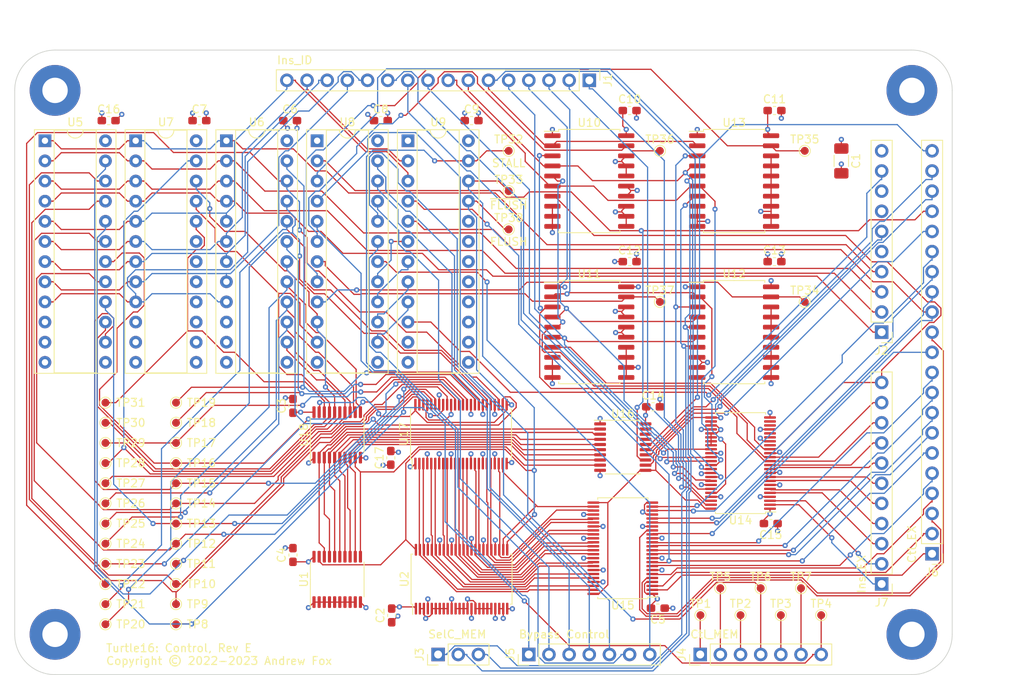
<source format=kicad_pcb>
(kicad_pcb (version 20221018) (generator pcbnew)
  (title_block (title "Turtle16: Control") (date "2023-10-31") (rev "D") (comment 3 "This includes logic to resolve pipeline hazards.") (comment 4 "The control unit produces control signals to sequence the CPU."))
  (layers (0 "F.Cu" signal) (1 "In1.Cu" power) (2 "In2.Cu" power) (31 "B.Cu" signal) (34 "B.Paste" user) (35 "F.Paste" user) (36 "B.SilkS" user "B.Silkscreen") (37 "F.SilkS" user "F.Silkscreen") (38 "B.Mask" user) (39 "F.Mask" user) (44 "Edge.Cuts" user))
  (net 0 "")
  (net 1 "GND")
  (net 2 "VCC")
  (net 3 "/ID Prototype Inputs/Carry")
  (net 4 "/ID Prototype Inputs/Z")
  (net 5 "/ID Prototype Inputs/OVF")
  (net 6 "/ID Prototype Inputs/Phi1c")
  (net 7 "/ID Prototype Inputs/SelC_MEM0")
  (net 8 "/ID Prototype Inputs/SelC_MEM1")
  (net 9 "/ID Prototype Inputs/SelC_MEM2")
  (net 10 "/ID Prototype Inputs/Ctl_MEM14")
  (net 11 "/ID Prototype Inputs/Ctl_MEM15")
  (net 12 "/ID Prototype Inputs/Ctl_MEM16")
  (net 13 "/ID Prototype Inputs/Ctl_MEM17")
  (net 14 "/ID Prototype Inputs/Ctl_MEM18")
  (net 15 "/ID/Hazard Control/Hazard Control Comparators/SEL_A_MATCHES_SEL_C_EX")
  (net 16 "/ID/Hazard Control/Hazard Control Comparators/SEL_B_MATCHES_SEL_C_EX")
  (net 17 "/ID/Hazard Control/Hazard Control Comparators/SEL_B_MATCHES_SEL_C_MEM")
  (net 18 "/ID/Hazard Control/Hazard Control Comparators/SEL_A_MATCHES_SEL_C_MEM")
  (net 19 "/ID Prototype Inputs/Ctl_MEM19")
  (net 20 "/ID Prototype Inputs/Ctl_MEM20")
  (net 21 "/ID Prototype Outputs/FWD_A")
  (net 22 "/ID Prototype Outputs/FWD_EX_TO_A")
  (net 23 "/ID Prototype Outputs/FWD_MEM_TO_A")
  (net 24 "/ID Prototype Outputs/FWD_B")
  (net 25 "/ID Prototype Outputs/FWD_EX_TO_B")
  (net 26 "/ID Prototype Outputs/FWD_MEM_TO_B")
  (net 27 "/ID/ID Flush/Ctl_ID0")
  (net 28 "/ID/ID Flush/Ctl_ID1")
  (net 29 "/ID/ID Flush/Ctl_ID2")
  (net 30 "/ID/ID Flush/Ctl_ID3")
  (net 31 "/ID/ID Flush/Ctl_ID4")
  (net 32 "/ID/ID Flush/Ctl_ID5")
  (net 33 "/ID/ID Flush/Ctl_ID6")
  (net 34 "/ID/ID Flush/Ctl_ID7")
  (net 35 "/ID/ID Flush/Ctl_ID8")
  (net 36 "/ID/ID Flush/Ctl_ID9")
  (net 37 "/ID/ID Flush/Ctl_ID10")
  (net 38 "/ID/ID Flush/Ctl_ID11")
  (net 39 "/ID/ID Flush/Ctl_ID12")
  (net 40 "/ID/ID Flush/Ctl_ID13")
  (net 41 "/ID/ID Flush/Ctl_ID14")
  (net 42 "/ID/ID Flush/Ctl_ID15")
  (net 43 "/ID/ID Flush/Ctl_ID16")
  (net 44 "/ID/ID Flush/Ctl_ID17")
  (net 45 "/ID/ID Flush/Ctl_ID18")
  (net 46 "/ID/Ctl_EX0")
  (net 47 "/ID/Ctl_EX12")
  (net 48 "/ID/Ctl_EX13")
  (net 49 "/ID/Ctl_EX5")
  (net 50 "/ID Prototype Outputs/Ins_EX0")
  (net 51 "/ID Prototype Outputs/Ins_EX1")
  (net 52 "/ID Prototype Outputs/Ins_EX2")
  (net 53 "/ID/Ctl_EX20")
  (net 54 "/ID/Ctl_EX19")
  (net 55 "/ID/Ctl_EX18")
  (net 56 "/ID/Ctl_EX17")
  (net 57 "/ID/Ctl_EX16")
  (net 58 "/ID/Ctl_EX15")
  (net 59 "/ID/Ctl_EX14")
  (net 60 "/ID/Ctl_EX2")
  (net 61 "/ID/Ctl_EX1")
  (net 62 "/ID Prototype Outputs/Ins_EX3")
  (net 63 "/ID Prototype Outputs/Ins_EX4")
  (net 64 "/ID Prototype Outputs/Ins_EX5")
  (net 65 "/ID Prototype Outputs/Ins_EX6")
  (net 66 "/ID Prototype Outputs/Ins_EX7")
  (net 67 "/ID Prototype Outputs/Ins_EX8")
  (net 68 "/ID Prototype Outputs/Ins_EX9")
  (net 69 "/ID Prototype Outputs/Ins_EX10")
  (net 70 "/ID/Ctl_EX6")
  (net 71 "/ID/Ctl_EX7")
  (net 72 "/ID/Ctl_EX8")
  (net 73 "/ID/Ctl_EX9")
  (net 74 "/ID/Ctl_EX10")
  (net 75 "/ID/Ctl_EX11")
  (net 76 "/ID/Ctl_EX4")
  (net 77 "/ID/Ctl_EX3")
  (net 78 "/ID Prototype Inputs/Ins_ID0")
  (net 79 "/ID Prototype Inputs/Ins_ID1")
  (net 80 "/ID/ID Flush/Ctl_ID19")
  (net 81 "/ID/ID Flush/Ctl_ID20")
  (net 82 "/ID/ID Flush/Ctl_ID21")
  (net 83 "/ID/ID Flush/Ctl_ID22")
  (net 84 "/ID/Ctl_Mid0")
  (net 85 "/ID/Ctl_Mid1")
  (net 86 "/ID/Ctl_Mid2")
  (net 87 "/ID/Ctl_Mid3")
  (net 88 "/ID/Ctl_Mid4")
  (net 89 "/ID/Ctl_Mid5")
  (net 90 "/ID/Ctl_Mid6")
  (net 91 "/ID/Ctl_Mid7")
  (net 92 "/ID/Ctl_Mid8")
  (net 93 "/ID/Ctl_Mid9")
  (net 94 "/ID/Ctl_Mid10")
  (net 95 "/ID/Ctl_Mid11")
  (net 96 "/ID/Ctl_Mid12")
  (net 97 "/ID/Ctl_Mid13")
  (net 98 "/ID/Ctl_Mid14")
  (net 99 "/ID/Hazard Control/STALL")
  (net 100 "/ID/Ctl_Mid15")
  (net 101 "/ID/Ctl_Mid16")
  (net 102 "/ID/Ctl_Mid17")
  (net 103 "/ID/Ctl_Mid18")
  (net 104 "/ID Prototype Inputs/Ins_ID2")
  (net 105 "/ID Prototype Inputs/Ins_ID3")
  (net 106 "/ID Prototype Inputs/Ins_ID4")
  (net 107 "/ID/Ctl_Mid19")
  (net 108 "/ID/Ctl_Mid20")
  (net 109 "/ID/Ctl_Mid21")
  (net 110 "/ID/Ctl_Mid22")
  (net 111 "/ID/Ctl_Mid23")
  (net 112 "/ID/Hazard Control/~{FLUSH}")
  (net 113 "/ID/ID Flush/Ctl_ID23")
  (net 114 "/ID Prototype Inputs/Ins_ID5")
  (net 115 "/ID Prototype Inputs/Ins_ID6")
  (net 116 "/ID Prototype Inputs/Ins_ID7")
  (net 117 "/ID Prototype Inputs/Ins_ID8")
  (net 118 "/ID Prototype Inputs/Ins_ID9")
  (net 119 "/ID Prototype Inputs/Ins_ID10")
  (net 120 "/ID Prototype Inputs/Ins_ID11")
  (net 121 "/ID Prototype Inputs/Ins_ID12")
  (net 122 "/ID Prototype Inputs/Ins_ID13")
  (net 123 "/ID Prototype Inputs/Ins_ID14")
  (net 124 "/ID Prototype Inputs/Ins_ID15")
  (net 125 "/ID Prototype Inputs/~{RST_sync}")
  (net 128 "/ID/Hazard Control/FLUSH")
  (net 135 "/ID Prototype Inputs/N")
  (net 138 "Net-(U8-I{slash}O-Pad17)")
  (net 139 "Net-(U8-I{slash}O-Pad16)")
  (net 140 "Net-(U8-I{slash}O-Pad15)")
  (net 141 "Net-(U8-I{slash}O-Pad14)")
  (footprint "Package_SO:SOIC-20W_7.5x12.8mm_P1.27mm" (layer "F.Cu") (at 170.65 96.52)
    (fp_text reference "U12")
    (fp_text value "74F521")
  )
  (footprint "TestPoint:TestPoint_Pad_D1.0mm" (layer "F.Cu") (at 100.33 105.41 180)
    (fp_text reference "TP19")
    (fp_text value "Ctl_Mid11")
  )
  (footprint "TestPoint:TestPoint_Pad_D1.0mm" (layer "F.Cu") (at 91.44 105.41 180)
    (fp_text reference "TP31")
    (fp_text value "Ctl_Mid23")
  )
  (footprint "TestPoint:TestPoint_Pad_D1.0mm" (layer "F.Cu") (at 168.9 128.8)
    (fp_text reference "TP5")
    (fp_text value "Ctl_MEM15")
  )
  (footprint "Package_SO:TSSOP-20_4.4x6.5mm_P0.65mm" (layer "F.Cu") (at 120.639 109.474 90)
    (fp_text reference "U18")
    (fp_text value "74HC245")
  )
  (footprint "TestPoint:TestPoint_Pad_D1.0mm" (layer "F.Cu") (at 91.44 120.65 180)
    (fp_text reference "TP25")
    (fp_text value "Ctl_Mid17")
  )
  (footprint "TestPoint:TestPoint_Pad_D1.0mm" (layer "F.Cu") (at 142.24 78.74)
    (fp_text reference "TP33")
    (fp_text value "~{FLUSH}")
  )
  (footprint "TestPoint:TestPoint_Pad_D1.0mm" (layer "F.Cu") (at 100.33 113.03 180)
    (fp_text reference "TP16")
    (fp_text value "Ctl_Mid8")
  )
  (footprint "TestPoint:TestPoint_Pad_D1.0mm" (layer "F.Cu") (at 91.44 123.19 180)
    (fp_text reference "TP24")
    (fp_text value "Ctl_Mid16")
  )
  (footprint "Connector_PinHeader_2.54mm:PinHeader_1x21_P2.54mm_Vertical" (layer "F.Cu") (at 195.58 124.46 180)
    (fp_text reference "J6")
    (fp_text value "Ctl_EX")
  )
  (footprint "Package_SO:SOIC-20W_7.5x12.8mm_P1.27mm" (layer "F.Cu") (at 152.4 96.52)
    (fp_text reference "U11")
    (fp_text value "74F521")
  )
  (footprint "Package_SO:SOIC-20W_7.5x12.8mm_P1.27mm" (layer "F.Cu") (at 152.4 77.47)
    (fp_text reference "U10")
    (fp_text value "74F521")
  )
  (footprint "Connector_PinHeader_2.54mm:PinHeader_1x07_P2.54mm_Vertical" (layer "F.Cu") (at 166.37 137.16 90)
    (fp_text reference "J4")
    (fp_text value "Ctl_MEM")
  )
  (footprint "Capacitor_SMD:C_0603_1608Metric_Pad1.08x0.95mm_HandSolder" (layer "F.Cu") (at 115.062 105.8175 90)
    (fp_text reference "C3")
    (fp_text value "0.1uF")
  )
  (footprint "Package_DIP:DIP-24_W7.62mm_Socket" (layer "F.Cu") (at 118.11 72.385)
    (fp_text reference "U8")
    (fp_text value "ATF22V10C-7PX")
  )
  (footprint "TestPoint:TestPoint_Pad_D1.0mm" (layer "F.Cu") (at 91.44 107.95 180)
    (fp_text reference "TP30")
    (fp_text value "Ctl_Mid22")
  )
  (footprint "Package_SO:TSSOP-48_6.1x12.5mm_P0.5mm" (layer "F.Cu") (at 136.306 127.6645 90)
    (fp_text reference "U2")
    (fp_text value "74AHCT16245")
  )
  (footprint "Package_SO:TSSOP-20_4.4x6.5mm_P0.65mm" (layer "F.Cu") (at 120.639 127.6935 90)
    (fp_text reference "U1")
    (fp_text value "74HC245")
  )
  (footprint "Capacitor_SMD:C_0603_1608Metric_Pad1.08x0.95mm_HandSolder" (layer "F.Cu") (at 126.1375 69.85)
    (fp_text reference "C8")
    (fp_text value "0.1uF")
  )
  (footprint "Package_SO:TSSOP-48_6.1x12.5mm_P0.5mm" (layer "F.Cu") (at 156.6205 123.764 180)
    (fp_text reference "U15")
    (fp_text value "74ABT16374")
  )
  (footprint "TestPoint:TestPoint_Pad_D1.0mm" (layer "F.Cu") (at 100.33 110.49 180)
    (fp_text reference "TP17")
    (fp_text value "Ctl_Mid9")
  )
  (footprint "Capacitor_SMD:C_0603_1608Metric_Pad1.08x0.95mm_HandSolder" (layer "F.Cu") (at 115.062 124.6135 90)
    (fp_text reference "C4")
    (fp_text value "0.1uF")
  )
  (footprint "TestPoint:TestPoint_Pad_D1.0mm" (layer "F.Cu") (at 100.33 120.65 180)
    (fp_text reference "TP13")
    (fp_text value "Ctl_Mid5")
  )
  (footprint "TestPoint:TestPoint_Pad_D1.0mm" (layer "F.Cu") (at 100.33 123.19 180)
    (fp_text reference "TP12")
    (fp_text value "Ctl_Mid4")
  )
  (footprint "TestPoint:TestPoint_Pad_D1.0mm" (layer "F.Cu") (at 176.53 132.2)
    (fp_text reference "TP3")
    (fp_text value "Ctl_Mid0")
  )
  (footprint "TestPoint:TestPoint_Pad_D1.0mm" (layer "F.Cu") (at 179.07 128.8)
    (fp_text reference "TP7")
    (fp_text value "Ctl_MEM19")
  )
  (footprint "TestPoint:TestPoint_Pad_D1.0mm" (layer "F.Cu") (at 100.33 130.81 180)
    (fp_text reference "TP9")
    (fp_text value "Ctl_Mid1")
  )
  (footprint "Capacitor_SMD:C_0603_1608Metric_Pad1.08x0.95mm_HandSolder" (layer "F.Cu") (at 137.5675 69.85)
    (fp_text reference "C9")
    (fp_text value "0.1uF")
  )
  (footprint "Connector_PinHeader_2.54mm:PinHeader_1x11_P2.54mm_Vertical" (layer "F.Cu") (at 189.23 128.27 180)
    (fp_text reference "J7")
    (fp_text value "Ins_EX")
  )
  (footprint "Capacitor_SMD:C_0603_1608Metric_Pad1.08x0.95mm_HandSolder" (layer "F.Cu") (at 114.7075 69.85)
    (fp_text reference "C6")
    (fp_text value "0.1uF")
  )
  (footprint "Package_DIP:DIP-24_W7.62mm_Socket" (layer "F.Cu") (at 83.82 72.385)
    (fp_text reference "U5")
    (fp_text value "ATF22V10C-7PX")
  )
  (footprint "TestPoint:TestPoint_Pad_D1.0mm" (layer "F.Cu") (at 91.44 118.11 180)
    (fp_text reference "TP26")
    (fp_text value "Ctl_Mid18")
  )
  (footprint "Package_DIP:DIP-24_W7.62mm_Socket" (layer "F.Cu") (at 106.68 72.385)
    (fp_text reference "U6")
    (fp_text value "ATF22V10C-7PX")
  )
  (footprint "Package_SO:SOIC-20W_7.5x12.8mm_P1.27mm" (layer "F.Cu") (at 170.65 77.47)
    (fp_text reference "U13")
    (fp_text value "74F521")
  )
  (footprint "Capacitor_SMD:C_0603_1608Metric_Pad1.08x0.95mm_HandSolder" (layer "F.Cu") (at 91.8475 69.85)
    (fp_text reference "C16")
    (fp_text value "0.1uF")
  )
  (footprint "Capacitor_SMD:C_0603_1608Metric_Pad1.08x0.95mm_HandSolder" (layer "F.Cu") (at 160.4305 105.933)
    (fp_text reference "C14")
    (fp_text value "0.1uF")
  )
  (footprint "Package_SO:TSSOP-20_4.4x6.5mm_P0.65mm" (layer "F.Cu") (at 156.6205 111.013)
    (fp_text reference "U16")
    (fp_text value "74AHCT574")
  )
  (footprint "TestPoint:TestPoint_Pad_D1.0mm" (layer "F.Cu") (at 179.54 92.71)
    (fp_text reference "TP34")
    (fp_text value "SEL_B_MATCHES_SEL_C_MEM")
  )
  (footprint "MountingHole:MountingHole_3.2mm_M3_Pad" (layer "F.Cu") (at 193.04 66.04)
    (fp_text reference "H2" hide)
    (fp_text value "MountingHole_Pad")
  )
  (footprint "TestPoint:TestPoint_Pad_D1.0mm" (layer "F.Cu") (at 91.44 130.81 180)
    (fp_text reference "TP21")
    (fp_text value "Ctl_Mid13")
  )
  (footprint "Capacitor_SMD:C_0603_1608Metric_Pad1.08x0.95mm_HandSolder" (layer "F.Cu") (at 175.73 87.63)
    (fp_text reference "C13")
    (fp_text value "0.1uF")
  )
  (footprint "TestPoint:TestPoint_Pad_D1.0mm" (layer "F.Cu") (at 171.45 132.2)
    (fp_text reference "TP2")
    (fp_text value "Ctl_MEM16")
  )
  (footprint "Capacitor_SMD:C_0603_1608Metric_Pad1.08x0.95mm_HandSolder" (layer "F.Cu") (at 127.5 132.2335 90)
    (fp_text reference "C2")
    (fp_text value "0.1uF")
  )
  (footprint "TestPoint:TestPoint_Pad_D1.0mm" (layer "F.Cu") (at 100.33 128.27 180)
    (fp_text reference "TP10")
    (fp_text value "Ctl_Mid2")
  )
  (footprint "TestPoint:TestPoint_Pad_D1.0mm" (layer "F.Cu") (at 142.24 73.66)
    (fp_text reference "TP32")
    (fp_text value "STALL")
  )
  (footprint "TestPoint:TestPoint_Pad_D1.0mm" (layer "F.Cu") (at 100.33 115.57 180)
    (fp_text reference "TP15")
    (fp_text value "Ctl_Mid7")
  )
  (footprint "TestPoint:TestPoint_Pad_D1.0mm" (layer "F.Cu") (at 100.33 107.95 180)
    (fp_text reference "TP18")
    (fp_text value "Ctl_Mid10")
  )
  (footprint "TestPoint:TestPoint_Pad_D1.0mm" (layer "F.Cu") (at 173.99 128.8)
    (fp_text reference "TP6")
    (fp_text value "Ctl_MEM17")
  )
  (footprint "TestPoint:TestPoint_Pad_D1.0mm" (layer "F.Cu") (at 179.54 73.66)
    (fp_text reference "TP35")
    (fp_text value "SEL_A_MATCHES_SEL_C_MEM")
  )
  (footprint "Capacitor_SMD:C_0603_1608Metric_Pad1.08x0.95mm_HandSolder" (layer "F.Cu") (at 157.48 87.63)
    (fp_text reference "C12")
    (fp_text value "0.1uF")
  )
  (footprint "Capacitor_SMD:C_0603_1608Metric_Pad1.08x0.95mm_HandSolder" (layer "F.Cu") (at 103.2775 69.85)
    (fp_text reference "C7")
    (fp_text value "0.1uF")
  )
  (footprint "Capacitor_SMD:C_0603_1608Metric_Pad1.08x0.95mm_HandSolder" (layer "F.Cu") (at 175.73 68.58)
    (fp_text reference "C11")
    (fp_text value "0.1uF")
  )
  (footprint "TestPoint:TestPoint_Pad_D1.0mm" (layer "F.Cu") (at 91.44 110.49 180)
    (fp_text reference "TP29")
    (fp_text value "Ctl_Mid21")
  )
  (footprint "Connector_PinHeader_2.54mm:PinHeader_1x03_P2.54mm_Vertical" (layer "F.Cu") (at 133.35 137.16 90)
    (fp_text reference "J3")
    (fp_text value "SelC_MEM")
  )
  (footprint "TestPoint:TestPoint_Pad_D1.0mm" (layer "F.Cu") (at 161.29 73.66)
    (fp_text reference "TP36")
    (fp_text value "SEL_A_MATCHES_SEL_C_EX")
  )
  (footprint "TestPoint:TestPoint_Pad_D1.0mm" (layer "F.Cu") (at 91.44 128.27 180)
    (fp_text reference "TP22")
    (fp_text value "Ctl_Mid14")
  )
  (footprint "Package_SO:TSSOP-48_6.1x12.5mm_P0.5mm" (layer "F.Cu") (at 171.45 113.03 180)
    (fp_text reference "U14")
    (fp_text value "74ABT16374")
  )
  (footprint "TestPoint:TestPoint_Pad_D1.0mm" (layer "F.Cu") (at 166.4 132.2)
    (fp_text reference "TP1")
    (fp_text value "Ctl_MEM14")
  )
  (footprint "TestPoint:TestPoint_Pad_D1.0mm" (layer "F.Cu") (at 100.33 118.11 180)
    (fp_text reference "TP14")
    (fp_text value "Ctl_Mid6")
  )
  (footprint "Capacitor_SMD:C_0603_1608Metric_Pad1.08x0.95mm_HandSolder" (layer "F.Cu") (at 127.388 112.3685 90)
    (fp_text reference "C17")
    (fp_text value "0.1uF")
  )
  (footprint "TestPoint:TestPoint_Pad_D1.0mm" (layer "F.Cu") (at 100.33 133.35 180)
    (fp_text reference "TP8")
    (fp_text value "Ctl_Mid0")
  )
  (footprint "TestPoint:TestPoint_Pad_D1.0mm" (layer "F.Cu") (at 91.44 113.03 180)
    (fp_text reference "TP28")
    (fp_text value "Ctl_Mid20")
  )
  (footprint "MountingHole:MountingHole_3.2mm_M3_Pad" (layer "F.Cu") (at 85.09 66.04)
    (fp_text reference "H1" hide)
    (fp_text value "MountingHole_Pad")
  )
  (footprint "TestPoint:TestPoint_Pad_D1.0mm" (layer "F.Cu") (at 91.44 125.73 180)
    (fp_text reference "TP23")
    (fp_text value "Ctl_Mid15")
  )
  (footprint "TestPoint:TestPoint_Pad_D1.0mm" (layer "F.Cu") (at 181.61 132.2)
    (fp_text reference "TP4")
    (fp_text value "Ctl_MEM20")
  )
  (footprint "Package_SO:TSSOP-48_6.1x12.5mm_P0.5mm" (layer "F.Cu") (at 136.236 109.3765 90)
    (fp_text reference "U17")
    (fp_text value "74AHCT16245")
  )
  (footprint "Package_DIP:DIP-24_W7.62mm_Socket" (layer "F.Cu") (at 129.55 72.385)
    (fp_text reference "U9")
    (fp_text value "ATF22V10C-7PX")
  )
  (footprint "Capacitor_SMD:C_0603_1608Metric_Pad1.08x0.95mm_HandSolder" (layer "F.Cu") (at 175.26 120.65 180)
    (fp_text reference "C15")
    (fp_text value "0.1uF")
  )
  (footprint "Capacitor_SMD:C_1206_3216Metric_Pad1.33x1.80mm_HandSolder" (layer "F.Cu") (at 184.15 74.93 -90)
    (fp_text reference "C1")
    (fp_text value "100µF")
  )
  (footprint "Capacitor_SMD:C_0603_1608Metric_Pad1.08x0.95mm_HandSolder" (layer "F.Cu") (at 157.48 68.58)
    (fp_text reference "C10")
    (fp_text value "0.1uF")
  )
  (footprint "Capacitor_SMD:C_0603_1608Metric_Pad1.08x0.95mm_HandSolder" (layer "F.Cu") (at 161.033 131.318 180)
    (fp_text reference "C5")
    (fp_text value "0.1uF")
  )
  (footprint "Package_DIP:DIP-24_W7.62mm_Socket" (layer "F.Cu") (at 95.25 72.385)
    (fp_text reference "U7")
    (fp_text value "ATF22V10C-7PX")
  )
  (footprint "Connector_PinHeader_2.54mm:PinHeader_1x10_P2.54mm_Vertical" (layer "F.Cu") (at 189.23 96.52 180)
    (fp_text reference "J2")
    (fp_text value "Control Signals")
  )
  (footprint "TestPoint:TestPoint_Pad_D1.0mm" (layer "F.Cu") (at 91.44 115.57 180)
    (fp_text reference "TP27")
    (fp_text value "Ctl_Mid19")
  )
  (footprint "TestPoint:TestPoint_Pad_D1.0mm" (layer "F.Cu") (at 142.24 83.566)
    (fp_text reference "TP38")
    (fp_text value "FLUSH")
  )
  (footprint "Connector_PinHeader_2.54mm:PinHeader_1x16_P2.54mm_Vertical" (layer "F.Cu") (at 152.4 64.77 -90)
    (fp_text reference "J1")
    (fp_text value "Ins_ID")
  )
  (footprint "Connector_PinHeader_2.54mm:PinHeader_1x07_P2.54mm_Vertical" (layer "F.Cu") (at 144.775 137.16 90)
    (fp_text reference "J5")
    (fp_text value "Bypass Control")
  )
  (footprint "TestPoint:TestPoint_Pad_D1.0mm" (layer "F.Cu") (at 100.33 125.73 180)
    (fp_text reference "TP11")
    (fp_text value "Ctl_Mid3")
  )
  (footprint "MountingHole:MountingHole_3.2mm_M3_Pad" (layer "F.Cu") (at 193.04 134.62)
    (fp_text reference "H4" hide)
    (fp_text value "MountingHole_Pad")
  )
  (footprint "MountingHole:MountingHole_3.2mm_M3_Pad" (layer "F.Cu") (at 85.09 134.62)
    (fp_text reference "H3" hide)
    (fp_text value "MountingHole_Pad")
  )
  (footprint "TestPoint:TestPoint_Pad_D1.0mm" (layer "F.Cu") (at 161.29 92.71)
    (fp_text reference "TP37")
    (fp_text value "SEL_B_MATCHES_SEL_C_EX")
  )
  (footprint "TestPoint:TestPoint_Pad_D1.0mm" (layer "F.Cu") (at 91.44 133.35 180)
    (fp_text reference "TP20")
    (fp_text value "Ctl_Mid12")
  )
  (gr_line (start 198.12 134.62) (end 198.12 66.04) (stroke (width 0.1)) (layer "Edge.Cuts"))
  (gr_line (start 80.01 66.04) (end 80.01 134.62) (stroke (width 0.1)) (layer "Edge.Cuts"))
  (gr_line (start 85.09 139.7) (end 193.04 139.7) (stroke (width 0.1)) (layer "Edge.Cuts"))
  (gr_arc (start 192.97 60.96) (mid 196.607282 62.423073) (end 198.12 66.04) (stroke (width 0.1)) (layer "Edge.Cuts"))
  (gr_arc (start 198.12 134.62) (mid 196.632102 138.212102) (end 193.04 139.7) (stroke (width 0.1)) (layer "Edge.Cuts"))
  (gr_arc (start 80.01 66.04) (mid 81.497898 62.447898) (end 85.09 60.96) (stroke (width 0.1)) (layer "Edge.Cuts"))
  (gr_line (start 192.97 60.96) (end 85.09 60.96) (stroke (width 0.1)) (layer "Edge.Cuts"))
  (gr_arc (start 85.09 139.7) (mid 81.497898 138.212102) (end 80.01 134.62) (stroke (width 0.1)) (layer "Edge.Cuts"))
  (gr_text "Turtle16: Control, Rev E\nCopyright © 2022-2023 Andrew Fox" (at 91.44 137.16) (layer "F.SilkS") (effects (font (size 1 1)) (justify left)))
  (segment (start 175.3 93.345) (end 175.3 94.615) (width 0.1524) (layer "F.Cu") (net 1))
  (segment (start 131.986 105.664) (end 131.986 106.3974) (width 0.1524) (layer "F.Cu") (net 1))
  (segment (start 131.8279 106.5555) (end 131.8279 107.2767) (width 0.1524) (layer "F.Cu") (net 1))
  (segment (start 156.4988 75.0138) (end 156.4988 74.8462) (width 0.1524) (layer "F.Cu") (net 1))
  (segment (start 159.6297 128.014) (end 160.333 128.014) (width 0.1524) (layer "F.Cu") (net 1))
  (segment (start 137.486 105.664) (end 137.486 106.8797) (width 0.1524) (layer "F.Cu") (net 1))
  (segment (start 165.9968 90.8082) (end 166 90.805) (width 0.1524) (layer "F.Cu") (net 1))
  (segment (start 159.3511 118.2873) (end 159.6244 118.014) (width 0.1524) (layer "F.Cu") (net 1))
  (segment (start 147.75 80.645) (end 147.75 81.915) (width 0.1524) (layer "F.Cu") (net 1))
  (segment (start 167.7375 111.78) (end 168.9591 111.78) (width 0.1524) (layer "F.Cu") (net 1))
  (segment (start 128.3482 111.6598) (end 127.5418 111.6598) (width 0.1524) (layer "F.Cu") (net 1))
  (segment (start 175.3 78.105) (end 175.3 79.375) (width 0.1524) (layer "F.Cu") (net 1))
  (segment (start 160.333 129.514) (end 159.5946 129.514) (width 0.1524) (layer "F.Cu") (net 1))
  (segment (start 140.486 113.089) (end 140.486 111.8664) (width 0.1524) (layer "F.Cu") (net 1))
  (segment (start 157.05 100.965) (end 157.05 102.235) (width 0.1524) (layer "F.Cu") (net 1))
  (segment (start 176.5925 69.5549) (end 176.5925 68.58) (width 0.1524) (layer "F.Cu") (net 1))
  (segment (start 175.3 79.375) (end 175.3 80.645) (width 0.1524) (layer "F.Cu") (net 1))
  (segment (start 159.5965 119.514) (end 159.3511 119.2686) (width 0.1524) (layer "F.Cu") (net 1))
  (segment (start 132.056 130.1581) (end 132.056 131.377) (width 0.1524) (layer "F.Cu") (net 1))
  (segment (start 157.05 99.695) (end 157.05 100.9522) (width 0.1524) (layer "F.Cu") (net 1))
  (segment (start 175.3 75.565) (end 175.3 76.835) (width 0.1524) (layer "F.Cu") (net 1))
  (segment (start 158.5551 100.9522) (end 157.05 100.9522) (width 0.1524) (layer "F.Cu") (net 1))
  (segment (start 114.9183 104.8113) (end 115.062 104.955) (width 0.1524) (layer "F.Cu") (net 1))
  (segment (start 157.05 75.565) (end 156.4988 75.0138) (width 0.1524) (layer "F.Cu") (net 1))
  (segment (start 176.2494 111.78) (end 176.3801 111.6493) (width 0.1524) (layer "F.Cu") (net 1))
  (segment (start 176.5925 87.63) (end 176.5925 86.6722) (width 0.1524) (layer "F.Cu") (net 1))
  (segment (start 166 81.915) (end 166 80.645) (width 0.1524) (layer "F.Cu") (net 1))
  (segment (start 160.9696 130.1506) (end 160.333 129.514) (width 0.1524) (layer "F.Cu") (net 1))
  (segment (start 135.056 130.1518) (end 135.056 131.377) (width 0.1524) (layer "F.Cu") (net 1))
  (segment (start 114.108 104.8113) (end 114.9183 104.8113) (width 0.1524) (layer "F.Cu") (net 1))
  (segment (start 151.6902 119.514) (end 152.908 119.514) (width 0.1524) (layer "F.Cu") (net 1))
  (segment (start 166.6334 100.3284) (end 166 99.695) (width 0.1524) (layer "F.Cu") (net 1))
  (segment (start 157.5918 78.6468) (end 157.05 78.105) (width 0.1524) (layer "F.Cu") (net 1))
  (segment (start 161.293 104.9674) (end 161.293 105.933) (width 0.1524) (layer "F.Cu") (net 1))
  (segment (start 142.0759 131.3969) (end 142.056 131.377) (width 0.1524) (layer "F.Cu") (net 1))
  (segment (start 140.556 123.952) (end 140.556 122.7268) (width 0.1524) (layer "F.Cu") (net 1))
  (segment (start 166 71.755) (end 166 70.9668) (width 0.1524) (layer "F.Cu") (net 1))
  (segment (start 128.4759 131.1603) (end 130.3393 131.1603) (width 0.1524) (layer "F.Cu") (net 1))
  (segment (start 156.4998 93.8952) (end 156.4998 94.0648) (width 0.1524) (layer "F.Cu") (net 1))
  (segment (start 175.3 81.2933) (end 175.3 80.645) (width 0.1524) (layer "F.Cu") (net 1))
  (segment (start 175.2421 114.2004) (end 175.1625 114.28) (width 0.1524) (layer "F.Cu") (net 1))
  (segment (start 157.05 98.425) (end 157.05 99.695) (width 0.1524) (layer "F.Cu") (net 1))
  (segment (start 159.5946 129.514) (end 159.3564 129.2758) (width 0.1524) (layer "F.Cu") (net 1))
  (segment (start 152.908 128.014) (end 154.1233 128.014) (width 0.1524) (layer "F.Cu") (net 1))
  (segment (start 175.3 74.295) (end 175.3 75.565) (width 0.1524) (layer "F.Cu") (net 1))
  (segment (start 135.056 122.7302) (end 135.056 123.952) (width 0.1524) (layer "F.Cu") (net 1))
  (segment (start 175.1625 119.4168) (end 174.3975 120.1818) (width 0.1524) (layer "F.Cu") (net 1))
  (segment (start 134.986 111.8672) (end 134.986 113.089) (width 0.1524) (layer "F.Cu") (net 1))
  (segment (start 153.758 108.088) (end 153.758 107.4082) (width 0.1524) (layer "F.Cu") (net 1))
  (segment (start 137.486 113.089) (end 137.486 111.8664) (width 0.1524) (layer "F.Cu") (net 1))
  (segment (start 134.986 106.8985) (end 134.986 105.664) (width 0.1524) (layer "F.Cu") (net 1))
  (segment (start 175.3 83.185) (end 175.3 81.915) (width 0.1524) (layer "F.Cu") (net 1))
  (segment (start 161.5512 122.4902) (end 160.3568 122.4902) (width 0.1524) (layer "F.Cu") (net 1))
  (segment (start 166.6334 100.33) (end 166.6334 100.3284) (width 0.1524) (layer "F.Cu") (net 1))
  (segment (start 140.556 132.6097) (end 140.556 131.377) (width 0.1524) (layer "F.Cu") (net 1))
  (segment (start 137.556 131.377) (end 137.556 132.5936) (width 0.1524) (layer "F.Cu") (net 1))
  (segment (start 147.75 102.235) (end 147.75 100.965) (width 0.1524) (layer "F.Cu") (net 1))
  (segment (start 131.8279 107.2767) (end 132.1498 107.5986) (width 0.1524) (layer "F.Cu") (net 1))
  (segment (start 166 100.965) (end 166.6334 100.3316) (width 0.1524) (layer "F.Cu") (net 1))
  (segment (start 138.43 69.85) (end 138.43 68.8864) (width 0.1524) (layer "F.Cu") (net 1))
  (segment (start 156.4998 94.0648) (end 157.05 94.615) (width 0.1524) (layer "F.Cu") (net 1))
  (segment (start 167.32 82.5465) (end 166 82.5465) (width 0.1524) (layer "F.Cu") (net 1))
  (segment (start 166.6334 100.3316) (end 166.6334 100.33) (width 0.1524) (layer "F.Cu") (net 1))
  (segment (start 153.758 114.6171) (end 153.758 113.938) (width 0.1524) (layer "F.Cu") (net 1))
  (segment (start 166.5165 114.3617) (end 166.5982 114.28) (width 0.1524) (layer "F.Cu") (net 1))
  (segment (start 159.3511 119.1929) (end 159.3511 118.2873) (width 0.1524) (layer "F.Cu") (net 1))
  (segment (start 140.486 105.664) (end 140.486 106.8808) (width 0.1524) (layer "F.Cu") (net 1))
  (segment (start 114.0963 123.7187) (end 115.0297 123.7187) (width 0.1524) (layer "F.Cu") (net 1))
  (segment (start 157.05 75.565) (end 157.05 76.835) (width 0.1524) (layer "F.Cu") (net 1))
  (segment (start 155.7141 96.577) (end 156.472 96.577) (width 0.1524) (layer "F.Cu") (net 1))
  (segment (start 147.75 102.235) (end 147.75 103.0135) (width 0.1524) (layer "F.Cu") (net 1))
  (segment (start 131.986 106.3974) (end 131.8279 106.5555) (width 0.1524) (layer "F.Cu") (net 1))
  (segment (start 156.472 96.577) (end 157.05 97.155) (width 0.1524) (layer "F.Cu") (net 1))
  (segment (start 175.3 97.155) (end 175.3 98.425) (width 0.1524) (layer "F.Cu") (net 1))
  (segment (start 160.9696 130.1506) (end 160.1705 130.9497) (width 0.1524) (layer "F.Cu") (net 1))
  (segment (start 147.75 71.755) (end 147.75 70.9699) (width 0.1524) (layer "F.Cu") (net 1))
  (segment (start 124.2516 112.3728) (end 123.6003 112.3728) (width 0.1524) (layer "F.Cu") (net 1))
  (segment (start 130.3393 131.1603) (end 130.556 131.377) (width 0.1524) (layer "F.Cu") (net 1))
  (segment (start 156.4971 81.3621) (end 157.05 81.915) (width 0.1524) (layer "F.Cu") (net 1))
  (segment (start 175.3 102.235) (end 175.3 100.965) (width 0.1524) (layer "F.Cu") (net 1))
  (segment (start 147.75 83.9667) (end 147.75 83.185) (width 0.1524) (layer "F.Cu") (net 1))
  (segment (start 115.0297 123.7187) (end 115.062 123.751) (width 0.1524) (layer "F.Cu") (net 1))
  (segment (start 156.472 96.577) (end 156.472 96.463) (width 0.1524) (layer "F.Cu") (net 1))
  (segment (start 149.3125 90.8384) (end 147.7834 90.8384) (width 0.1524) (layer "F.Cu") (net 1))
  (segment (start 158.3425 87.63) (end 158.3425 86.6722) (width 0.1524) (layer "F.Cu") (net 1))
  (segment (start 175.3 100.965) (end 175.3 99.695) (width 0.1524) (layer "F.Cu") (net 1))
  (segment (start 159.3511 119.2686) (end 159.3511 119.1929) (width 0.1524) (layer "F.Cu") (net 1))
  (segment (start 132.056 123.952) (end 132.056 122.7288) (width 0.1524) (layer "F.Cu") (net 1))
  (segment (start 137.556 122.5351) (end 137.556 123.952) (width 0.1524) (layer "F.Cu") (net 1))
  (segment (start 175.1625 111.78) (end 176.2494 111.78) (width 0.1524) (layer "F.Cu") (net 1))
  (segment (start 156.472 96.463) (end 157.05 95.885) (width 0.1524) (layer "F.Cu") (net 1))
  (segment (start 160.3335 125.0145) (end 160.333 125.014) (width 0.1524) (layer "F.Cu") (net 1))
  (segment (start 159.3564 128.2873) (end 159.6297 128.014) (width 0.1524) (layer "F.Cu") (net 1))
  (segment (start 157.05 100.9522) (end 157.05 100.965) (width 0.1524) (layer "F.Cu") (net 1))
  (segment (start 159.6244 118.014) (end 160.333 118.014) (width 0.1524) (layer "F.Cu") (net 1))
  (segment (start 147.7834 90.8384) (end 147.75 90.805) (width 0.1524) (layer "F.Cu") (net 1))
  (segment (start 174.3975 120.1818) (end 174.3975 120.65) (width 0.1524) (layer "F.Cu") (net 1))
  (segment (start 156.4971 81.3621) (end 156.4971 81.1979) (width 0.1524) (layer "F.Cu") (net 1))
  (segment (start 158.4308 78.6468) (end 157.5918 78.6468) (width 0.1524) (layer "F.Cu") (net 1))
  (segment (start 160.1705 130.9497) (end 160.1705 131.318) (width 0.1524) (layer "F.Cu") (net 1))
  (segment (start 117.035 113.0155) (end 117.714 112.3365) (width 0.1524) (layer "F.Cu") (net 1))
  (segment (start 161.5534 125.0145) (end 160.3335 125.0145) (width 0.1524) (layer "F.Cu") (net 1))
  (segment (start 127.5418 111.6598) (end 127.388 111.506) (width 0.1524) (layer "F.Cu") (net 1))
  (segment (start 175.3 97.155) (end 175.3 95.885) (width 0.1524) (layer "F.Cu") (net 1))
  (segment (start 115.57 69.85) (end 115.57 70.8124) (width 0.1524) (layer "F.Cu") (net 1))
  (segment (start 157.5918 78.8332) (end 157.05 79.375) (width 0.1524) (layer "F.Cu") (net 1))
  (segment (start 155.6766 75.0138) (end 156.4988 75.0138) (width 0.1524) (layer "F.Cu") (net 1))
  (segment (start 160.3568 122.4902) (end 160.333 122.514) (width 0.1524) (layer "F.Cu") (net 1))
  (segment (start 127 68.8946) (end 127 69.85) (width 0.1524) (layer "F.Cu") (net 1))
  (segment (start 158.3425 68.58) (end 158.3425 69.5359) (width 0.1524) (layer "F.Cu") (net 1))
  (segment (start 131.986 113.089) (end 131.986 111.8664) (width 0.1524) (layer "F.Cu") (net 1))
  (segment (start 175.3 103.0156) (end 175.3 102.235) (width 0.1524) (layer "F.Cu") (net 1))
  (segment (start 124.2601 131.2521) (end 123.564 130.556) (width 0.1524) (layer "F.Cu") (net 1))
  (segment (start 167.2827 100.33) (end 166.6334 100.33) (width 0.1524) (layer "F.Cu") (net 1))
  (segment (start 175.3 95.885) (end 175.3 94.615) (width 0.1524) (layer "F.Cu") (net 1))
  (segment (start 132.1498 107.5986) (end 134.2859 107.5986) (width 0.1524) (layer "F.Cu") (net 1))
  (segment (start 151.6902 125.014) (end 152.908 125.014) (width 0.1524) (layer "F.Cu") (net 1))
  (segment (start 156.4988 74.8462) (end 157.05 74.295) (width 0.1524) (layer "F.Cu") (net 1))
  (segment (start 175.3 81.915) (end 175.3 81.2933) (width 0.1524) (layer "F.Cu") (net 1))
  (segment (start 127.5 131.371) (end 127.7107 131.1603) (width 0.1524) (layer "F.Cu") (net 1))
  (segment (start 166.5982 114.28) (end 167.7375 114.28) (width 0.1524) (layer "F.Cu") (net 1))
  (segment (start 175.3 99.695) (end 175.3 98.425) (width 0.1524) (layer "F.Cu") (net 1))
  (segment (start 175.1625 107.28) (end 175.1625 106.6462) (width 0.1524) (layer "F.Cu") (net 1))
  (segment (start 175.1625 118.78) (end 175.1625 119.4168) (width 0.1524) (layer "F.Cu") (net 1))
  (segment (start 175.1485 117.266) (end 175.1625 117.28) (width 0.1524) (layer "F.Cu") (net 1))
  (segment (start 159.1162 119.1929) (end 159.3511 119.1929) (width 0.1524) (layer "F.Cu") (net 1))
  (segment (start 174.0008 81.2933) (end 175.3 81.2933) (width 0.1524) (layer "F.Cu") (net 1))
  (segment (start 167.7375 108.78) (end 166.5094 108.78) (width 0.1524) (layer "F.Cu") (net 1))
  (segment (start 155.6747 93.8952) (end 156.4998 93.8952) (width 0.1524) (layer "F.Cu") (net 1))
  (segment (start 155.6847 81.3621) (end 156.4971 81.3621) (width 0.1524) (layer "F.Cu") (net 1))
  (segment (start 93.4978 69.0622) (end 92.71 69.85) (width 0.1524) (layer "F.Cu") (net 1))
  (segment (start 175.1625 108.78) (end 173.9457 108.78) (width 0.1524) (layer "F.Cu") (net 1))
  (segment (start 160.333 119.514) (end 159.5965 119.514) (width 0.1524) (layer "F.Cu") (net 1))
  (segment (start 123.6003 112.3728) (end 123.564 112.3365) (width 0.1524) (layer "F.Cu") (net 1))
  (segment (start 159.3564 129.2758) (end 159.3564 128.2873) (width 0.1524) (layer "F.Cu") (net 1))
  (segment (start 184.15 75.3258) (end 184.15 76.4925) (width 0.1524) (layer "F.Cu") (net 1))
  (segment (start 166 82.5465) (end 166 81.915) (width 0.1524) (layer "F.Cu") (net 1))
  (segment (start 166 82.5465) (end 166 83.185) (width 0.1524) (layer "F.Cu") (net 1))
  (segment (start 134.2859 107.5986) (end 134.986 106.8985) (width 0.1524) (layer "F.Cu") (net 1))
  (segment (start 142.7048 131.3969) (end 142.0759 131.3969) (width 0.1524) (layer "F.Cu") (net 1))
  (segment (start 175.3 76.835) (end 175.3 78.105) (width 0.1524) (layer "F.Cu") (net 1))
  (segment (start 166 100.965) (end 166 102.235) (width 0.1524) (layer "F.Cu") (net 1))
  (segment (start 147.75 81.915) (end 147.75 83.185) (width 0.1524) (layer "F.Cu") (net 1))
  (segment (start 147.75 100.965) (end 147.75 99.695) (width 0.1524) (layer "F.Cu") (net 1))
  (segment (start 173.9423 117.266) (end 175.1485 117.266) (width 0.1524) (layer "F.Cu") (net 1))
  (segment (start 176.3895 114.2004) (end 175.2421 114.2004) (width 0.1524) (layer "F.Cu") (net 1))
  (segment (start 157.5918 78.6468) (end 157.5918 78.8332) (width 0.1524) (layer "F.Cu") (net 1))
  (segment (start 157.05 81.915) (end 157.05 83.185) (width 0.1524) (layer "F.Cu") (net 1))
  (segment (start 156.4971 81.1979) (end 157.05 80.645) (width 0.1524) (layer "F.Cu") (net 1))
  (segment (start 156.4998 93.8952) (end 157.05 93.345) (width 0.1524) (layer "F.Cu") (net 1))
  (segment (start 104.14 68.8807) (end 104.14 69.85) (width 0.1524) (layer "F.Cu") (net 1))
  (segment (start 151.6902 122.514) (end 152.908 122.514) (width 0.1524) (layer "F.Cu") (net 1))
  (segment (start 127.7107 131.1603) (end 128.4759 131.1603) (width 0.1524) (layer "F.Cu") (net 1))
  (segment (start 167.7375 117.28) (end 168.9541 117.28) (width 0.1524) (layer "F.Cu") (net 1))
  (segment (start 164.4948 90.8082) (end 165.9968 90.8082) (width 0.1524) (layer "F.Cu") (net 1))
  (via (at 155.6847 81.3621) (size 0.65) (drill 0.3) (layers "F.Cu" "B.Cu") (net 1))
  (via (at 115.57 70.8124) (size 0.65) (drill 0.3) (layers "F.Cu" "B.Cu") (net 1))
  (via (at 114.0963 123.7187) (size 0.65) (drill 0.3) (layers "F.Cu" "B.Cu") (net 1))
  (via (at 160.9696 130.1506) (size 0.65) (drill 0.3) (layers "F.Cu" "B.Cu") (net 1))
  (via (at 149.3125 90.8384) (size 0.65) (drill 0.3) (layers "F.Cu" "B.Cu") (net 1))
  (via (at 168.9591 111.78) (size 0.65) (drill 0.3) (layers "F.Cu" "B.Cu") (net 1))
  (via (at 174.0008 81.2933) (size 0.65) (drill 0.3) (layers "F.Cu" "B.Cu") (net 1))
  (via (at 151.6902 122.514) (size 0.65) (drill 0.3) (layers "F.Cu" "B.Cu") (net 1))
  (via (at 173.9457 108.78) (size 0.65) (drill 0.3) (layers "F.Cu" "B.Cu") (net 1))
  (via (at 135.056 122.7302) (size 0.65) (drill 0.3) (layers "F.Cu" "B.Cu") (net 1))
  (via (at 175.3 103.0156) (size 0.65) (drill 0.3) (layers "F.Cu" "B.Cu") (net 1))
  (via (at 131.986 111.8664) (size 0.65) (drill 0.3) (layers "F.Cu" "B.Cu") (net 1))
  (via (at 114.108 104.8113) (size 0.65) (drill 0.3) (layers "F.Cu" "B.Cu") (net 1))
  (via (at 151.6902 125.014) (size 0.65) (drill 0.3) (layers "F.Cu" "B.Cu") (net 1))
  (via (at 147.75 70.9699) (size 0.65) (drill 0.3) (layers "F.Cu" "B.Cu") (net 1))
  (via (at 147.75 103.0135) (size 0.65) (drill 0.3) (layers "F.Cu" "B.Cu") (net 1))
  (via (at 134.986 111.8672) (size 0.65) (drill 0.3) (layers "F.Cu" "B.Cu") (net 1))
  (via (at 153.758 107.4082) (size 0.65) (drill 0.3) (layers "F.Cu" "B.Cu") (net 1))
  (via (at 155.6766 75.0138) (size 0.65) (drill 0.3) (layers "F.Cu" "B.Cu") (net 1))
  (via (at 93.4978 69.0622) (size 0.65) (drill 0.3) (layers "F.Cu" "B.Cu") (net 1))
  (via (at 132.056 122.7288) (size 0.65) (drill 0.3) (layers "F.Cu" "B.Cu") (net 1))
  (via (at 161.5534 125.0145) (size 0.65) (drill 0.3) (layers "F.Cu" "B.Cu") (net 1))
  (via (at 124.2516 112.3728) (size 0.65) (drill 0.3) (layers "F.Cu" "B.Cu") (net 1))
  (via (at 124.2601 131.2521) (size 0.65) (drill 0.3) (layers "F.Cu" "B.Cu") (net 1))
  (via (at 155.6747 93.8952) (size 0.65) (drill 0.3) (layers "F.Cu" "B.Cu") (net 1))
  (via (at 128.3482 111.6598) (size 0.65) (drill 0.3) (layers "F.Cu" "B.Cu") (net 1))
  (via (at 159.1162 119.1929) (size 0.65) (drill 0.3) (layers "F.Cu" "B.Cu") (net 1))
  (via (at 137.556 122.5351) (size 0.65) (drill 0.3) (layers "F.Cu" "B.Cu") (net 1))
  (via (at 137.486 111.8664) (size 0.65) (drill 0.3) (layers "F.Cu" "B.Cu") (net 1))
  (via (at 134.986 106.8985) (size 0.65) (drill 0.3) (layers "F.Cu" "B.Cu") (net 1))
  (via (at 176.3895 114.2004) (size 0.65) (drill 0.3) (layers "F.Cu" "B.Cu") (net 1))
  (via (at 140.486 106.8808) (size 0.65) (drill 0.3) (layers "F.Cu" "B.Cu") (net 1))
  (via (at 140.556 122.7268) (size 0.65) (drill 0.3) (layers "F.Cu" "B.Cu") (net 1))
  (via (at 140.556 132.6097) (size 0.65) (drill 0.3) (layers "F.Cu" "B.Cu") (net 1))
  (via (at 175.1625 119.4168) (size 0.65) (drill 0.3) (layers "F.Cu" "B.Cu") (net 1))
  (via (at 166.5094 108.78) (size 0.65) (drill 0.3) (layers "F.Cu" "B.Cu") (net 1))
  (via (at 168.9541 117.28) (size 0.65) (drill 0.3) (layers "F.Cu" "B.Cu") (net 1))
  (via (at 173.9423 117.266) (size 0.65) (drill 0.3) (layers "F.Cu" "B.Cu") (net 1))
  (via (at 127 68.8946) (size 0.65) (drill 0.3) (layers "F.Cu" "B.Cu") (net 1))
  (via (at 167.32 82.5465) (size 0.65) (drill 0.3) (layers "F.Cu" "B.Cu") (net 1))
  (via (at 104.14 68.8807) (size 0.65) (drill 0.3) (layers "F.Cu" "B.Cu") (net 1))
  (via (at 158.3425 86.6722) (size 0.65) (drill 0.3) (layers "F.Cu" "B.Cu") (net 1))
  (via (at 140.486 111.8664) (size 0.65) (drill 0.3) (layers "F.Cu" "B.Cu") (net 1))
  (via (at 176.5925 69.5549) (size 0.65) (drill 0.3) (layers "F.Cu" "B.Cu") (net 1))
  (via (at 155.7141 96.577) (size 0.65) (drill 0.3) (layers "F.Cu" "B.Cu") (net 1))
  (via (at 161.293 104.9674) (size 0.65) (drill 0.3) (layers "F.Cu" "B.Cu") (net 1))
  (via (at 167.2827 100.33) (size 0.65) (drill 0.3) (layers "F.Cu" "B.Cu") (net 1))
  (via (at 158.3425 69.5359) (size 0.65) (drill 0.3) (layers "F.Cu" "B.Cu") (net 1))
  (via (at 151.6902 119.514) (size 0.65) (drill 0.3) (layers "F.Cu" "B.Cu") (net 1))
  (via (at 158.5551 100.9522) (size 0.65) (drill 0.3) (layers "F.Cu" "B.Cu") (net 1))
  (via (at 117.035 113.0155) (size 0.65) (drill 0.3) (layers "F.Cu" "B.Cu") (net 1))
  (via (at 137.486 106.8797) (size 0.65) (drill 0.3) (layers "F.Cu" "B.Cu") (net 1))
  (via (at 137.556 132.5936) (size 0.65) (drill 0.3) (layers "F.Cu" "B.Cu") (net 1))
  (via (at 135.056 130.1518) (size 0.65) (drill 0.3) (layers "F.Cu" "B.Cu") (net 1))
  (via (at 158.4308 78.6468) (size 0.65) (drill 0.3) (layers "F.Cu" "B.Cu") (net 1))
  (via (at 153.758 114.6171) (size 0.65) (drill 0.3) (layers "F.Cu" "B.Cu") (net 1))
  (via (at 166.5165 114.3617) (size 0.65) (drill 0.3) (layers "F.Cu" "B.Cu") (net 1))
  (via (at 176.3801 111.6493) (size 0.65) (drill 0.3) (layers "F.Cu" "B.Cu") (net 1))
  (via (at 164.4948 90.8082) (size 0.65) (drill 0.3) (layers "F.Cu" "B.Cu") (net 1))
  (via (at 176.5925 86.6722) (size 0.65) (drill 0.3) (layers "F.Cu" "B.Cu") (net 1))
  (via (at 147.75 83.9667) (size 0.65) (drill 0.3) (layers "F.Cu" "B.Cu") (net 1))
  (via (at 161.5512 122.4902) (size 0.65) (drill 0.3) (layers "F.Cu" "B.Cu") (net 1))
  (via (at 128.4759 131.1603) (size 0.65) (drill 0.3) (layers "F.Cu" "B.Cu") (net 1))
  (via (at 166 70.9668) (size 0.65) (drill 0.3) (layers "F.Cu" "B.Cu") (net 1))
  (via (at 138.43 68.8864) (size 0.65) (drill 0.3) (layers "F.Cu" "B.Cu") (net 1))
  (via (at 154.1233 128.014) (size 0.65) (drill 0.3) (layers "F.Cu" "B.Cu") (net 1))
  (via (at 132.056 130.1581) (size 0.65) (drill 0.3) (layers "F.Cu" "B.Cu") (net 1))
  (via (at 175.1625 106.6462) (size 0.65) (drill 0.3) (layers "F.Cu" "B.Cu") (net 1))
  (via (at 142.7048 131.3969) (size 0.65) (drill 0.3) (layers "F.Cu" "B.Cu") (net 1))
  (via (at 184.15 75.3258) (size 0.65) (drill 0.3) (layers "F.Cu" "B.Cu") (net 1))
  (segment (start 137.056 130.362) (end 137.7649 130.362) (width 0.1524) (layer "F.Cu") (net 2))
  (segment (start 138.986 111.871) (end 138.986 113.089) (width 0.1524) (layer "F.Cu") (net 2))
  (segment (start 127.5 133.096) (end 128.2776 132.3184) (width 0.1524) (layer "F.Cu") (net 2))
  (segment (start 131.056 131.377) (end 131.556 131.377) (width 0.1524) (layer "F.Cu") (net 2))
  (segment (start 132.5559 132.0692) (end 132.2552 132.3699) (width 0.1524) (layer "F.Cu") (net 2))
  (segment (start 138.056 131.377) (end 138.556 131.377) (width 0.1524) (layer "F.Cu") (net 2))
  (segment (start 130.0831 113.4919) (end 130.486 113.089) (width 0.1524) (layer "F.Cu") (net 2))
  (segment (start 167.7072 115.7497) (end 167.7375 115.78) (width 0.1524) (layer "F.Cu") (net 2))
  (segment (start 113.845 70.2778) (end 113.845 69.85) (width 0.1524) (layer "F.Cu") (net 2))
  (segment (start 184.15 72.2192) (end 184.15 73.3675) (width 0.1524) (layer "F.Cu") (net 2))
  (segment (start 120.314 130.556) (end 120.964 130.556) (width 0.1524) (layer "F.Cu") (net 2))
  (segment (start 162.9217 131.318) (end 161.8955 131.318) (width 0.1524) (layer "F.Cu") (net 2))
  (segment (start 135.556 131.377) (end 136.056 131.377) (width 0.1524) (layer "F.Cu") (net 2))
  (segment (start 167.7375 110.28) (end 167.7375 110.78) (width 0.1524) (layer "F.Cu") (net 2))
  (segment (start 175.3 71.755) (end 174.8675 71.3225) (width 0.1524) (layer "F.Cu") (net 2))
  (segment (start 136.705 68.8961) (end 136.705 69.85) (width 0.1524) (layer "F.Cu") (net 2))
  (segment (start 117.0148 125.476) (end 115.062 125.476) (width 0.1524) (layer "F.Cu") (net 2))
  (segment (start 159.483 107.0102) (end 159.568 106.9252) (width 0.1524) (layer "F.Cu") (net 2))
  (segment (start 133.486 113.089) (end 133.486 111.8664) (width 0.1524) (layer "F.Cu") (net 2))
  (segment (start 126.417 113.2918) (end 127.3272 113.2918) (width 0.1524) (layer "F.Cu") (net 2))
  (segment (start 132.2552 132.3699) (end 131.7853 132.3699) (width 0.1524) (layer "F.Cu") (net 2))
  (segment (start 133.556 131.377) (end 134.056 131.377) (width 0.1524) (layer "F.Cu") (net 2))
  (segment (start 129.8386 113.4919) (end 130.0831 113.4919) (width 0.1524) (layer "F.Cu") (net 2))
  (segment (start 141.986 113.089) (end 142.1146 112.9604) (width 0.1524) (layer "F.Cu") (net 2))
  (segment (start 141.056 131.377) (end 141.556 131.377) (width 0.1524) (layer "F.Cu") (net 2))
  (segment (start 117.714 130.556) (end 118.364 130.556) (width 0.1524) (layer "F.Cu") (net 2))
  (segment (start 137.056 130.362) (end 137.056 131.377) (width 0.1524) (layer "F.Cu") (net 2))
  (segment (start 131.556 132.1406) (end 131.556 131.377) (width 0.1524) (layer "F.Cu") (net 2))
  (segment (start 131.7853 132.3699) (end 131.556 132.1406) (width 0.1524) (layer "F.Cu") (net 2))
  (segment (start 141.556 132.6013) (end 141.556 131.377) (width 0.1524) (layer "F.Cu") (net 2))
  (segment (start 152.908 121.014) (end 154.1251 121.014) (width 0.1524) (layer "F.Cu") (net 2))
  (segment (start 132.556 131.377) (end 132.5559 131.377) (width 0.1524) (layer "F.Cu") (net 2))
  (segment (start 120.964 130.556) (end 121.614 130.556) (width 0.1524) (layer "F.Cu") (net 2))
  (segment (start 114.3771 70.8099) (end 113.845 70.2778) (width 0.1524) (layer "F.Cu") (net 2))
  (segment (start 160.3393 126.5077) (end 160.333 126.514) (width 0.1524) (layer "F.Cu") (net 2))
  (segment (start 117.6598 124.831) (end 117.714 124.831) (width 0.1524) (layer "F.Cu") (net 2))
  (segment (start 168.9591 108.8175) (end 168.9425 108.8175) (width 0.1524) (layer "F.Cu") (net 2))
  (segment (start 116.0294 106.6115) (end 115.1305 106.6115) (width 0.1524) (layer "F.Cu") (net 2))
  (segment (start 174.8675 70.952) (end 174.8675 68.58) (width 0.1524) (layer "F.Cu") (net 2))
  (segment (start 102.415 69.85) (end 102.415 68.895) (width 0.1524) (layer "F.Cu") (net 2))
  (segment (start 90.985 69.85) (end 90.985 68.884) (width 0.1524) (layer "F.Cu") (net 2))
  (segment (start 159.568 106.9252) (end 159.568 105.933) (width 0.1524) (layer "F.Cu") (net 2))
  (segment (start 137.056 130.1611) (end 137.056 130.362) (width 0.1524) (layer "F.Cu") (net 2))
  (segment (start 167.7375 109.78) (end 167.7375 110.28) (width 0.1524) (layer "F.Cu") (net 2))
  (segment (start 127.3272 113.2918) (end 127.388 113.231) (width 0.1524) (layer "F.Cu") (net 2))
  (segment (start 142.1146 112.9604) (end 142.6174 112.9604) (width 0.1524) (layer "F.Cu") (net 2))
  (segment (start 133.556 123.952) (end 133.556 122.7288) (width 0.1524) (layer "F.Cu") (net 2))
  (segment (start 168.9106 108.7855) (end 168.405 108.28) (width 0.1524) (layer "F.Cu") (net 2))
  (segment (start 174.3331 110.28) (end 175.1625 110.28) (width 0.1524) (layer "F.Cu") (net 2))
  (segment (start 134.056 131.377) (end 134.556 131.377) (width 0.1524) (layer "F.Cu") (net 2))
  (segment (start 139.556 131.377) (end 140.056 131.377) (width 0.1524) (layer "F.Cu") (net 2))
  (segment (start 137.7649 130.362) (end 138.056 130.6531) (width 0.1524) (layer "F.Cu") (net 2))
  (segment (start 115.1305 106.6115) (end 115.062 106.68) (width 0.1524) (layer "F.Cu") (net 2))
  (segment (start 166.5158 115.7497) (end 167.7072 115.7497) (width 0.1524) (layer "F.Cu") (net 2))
  (segment (start 138.986 105.664) (end 138.986 106.8802) (width 0.1524) (layer "F.Cu") (net 2))
  (segment (start 131.7853 132.6164) (end 131.7853 132.3699) (width 0.1524) (layer "F.Cu") (net 2))
  (segment (start 152.908 126.514) (end 154.1499 126.514) (width 0.1524) (layer "F.Cu") (net 2))
  (segment (start 167.7375 107.78) (end 167.7375 108.28) (width 0.1524) (layer "F.Cu") (net 2))
  (segment (start 174.8675 71.3225) (end 174.8675 70.952) (width 0.1524) (layer "F.Cu") (net 2))
  (segment (start 136.556 131.377) (end 137.056 131.377) (width 0.1524) (layer "F.Cu") (net 2))
  (segment (start 168.4161 109.28) (end 168.9106 108.7855) (width 0.1524) (layer "F.Cu") (net 2))
  (segment (start 173.9393 109.8862) (end 174.3331 110.28) (width 0.1524) (layer "F.Cu") (net 2))
  (segment (start 132.556 131.377) (end 133.056 131.377) (width 0.1524) (layer "F.Cu") (net 2))
  (segment (start 176.3873 115.78) (end 175.1625 115.78) (width 0.1524) (layer "F.Cu") (net 2))
  (segment (start 157.05 71.755) (end 157.05 70.9569) (width 0.1524) (layer "F.Cu") (net 2))
  (segment (start 168.9425 108.8175) (end 168.9106 108.7855) (width 0.1524) (layer "F.Cu") (net 2))
  (segment (start 118.364 130.556) (end 119.014 130.556) (width 0.1524) (layer "F.Cu") (net 2))
  (segment (start 119.664 130.556) (end 120.314 130.556) (width 0.1524) (layer "F.Cu") (net 2))
  (segment (start 139.056 131.377) (end 139.556 131.377) (width 0.1524) (layer "F.Cu") (net 2))
  (segment (start 156.6175 70.5244) (end 156.6175 68.58) (width 0.1524) (layer "F.Cu") (net 2))
  (segment (start 160.333 121.014) (end 159.1155 121.014) (width 0.1524) (layer "F.Cu") (net 2))
  (segment (start 176.1225 121.6073) (end 176.1225 120.65) (width 0.1524) (layer "F.Cu") (net 2))
  (segment (start 139.056 123.952) (end 139.056 122.7265) (width 0.1524) (layer "F.Cu") (net 2))
  (segment (start 117.0148 125.476) (end 117.6598 124.831) (width 0.1524) (layer "F.Cu") (net 2))
  (segment (start 157.05 70.9569) (end 156.6175 70.5244) (width 0.1524) (layer "F.Cu") (net 2))
  (segment (start 159.483 108.088) (end 159.483 107.0102) (width 0.1524) (layer "F.Cu") (net 2))
  (segment (start 158.5749 90.8082) (end 157.0532 90.8082) (width 0.1524) (layer "F.Cu") (net 2))
  (segment (start 119.014 130.556) (end 119.664 130.556) (width 0.1524) (layer "F.Cu") (net 2))
  (segment (start 122.264 130.556) (end 122.914 130.556) (width 0.1524) (layer "F.Cu") (net 2))
  (segment (start 121.614 130.556) (end 122.264 130.556) (width 0.1524) (layer "F.Cu") (net 2))
  (segment (start 161.5486 126.5077) (end 160.3393 126.5077) (width 0.1524) (layer "F.Cu") (net 2))
  (segment (start 117.0179 131.2521) (end 117.714 130.556) (width 0.1524) (layer "F.Cu") (net 2))
  (segment (start 167.7375 109.28) (end 168.4161 109.28) (width 0.1524) (layer "F.Cu") (net 2))
  (segment (start 133.056 131.377) (end 133.556 131.377) (width 0.1524) (layer "F.Cu") (net 2))
  (segment (start 133.486 105.664) (end 133.486 104.4341) (width 0.1524) (layer "F.Cu") (net 2))
  (segment (start 156.6028 87.6153) (end 156.6175 87.63) (width 0.1524) (layer "F.Cu") (net 2))
  (segment (start 125.275 69.85) (end 124.4893 69.0643) (width 0.1524) (layer "F.Cu") (net 2))
  (segment (start 155.5988 87.6153) (end 156.6028 87.6153) (width 0.1524) (layer "F.Cu") (net 2))
  (segment (start 157.0532 90.8082) (end 157.05 90.805) (width 0.1524) (layer "F.Cu") (net 2))
  (segment (start 117.714 106.6115) (end 116.0294 106.6115) (width 0.1524) (layer "F.Cu") (net 2))
  (segment (start 138.056 130.6531) (end 138.056 131.377) (width 0.1524) (layer "F.Cu") (net 2))
  (segment (start 138.556 131.377) (end 139.056 131.377) (width 0.1524) (layer "F.Cu") (net 2))
  (segment (start 132.5559 131.377) (end 132.5559 132.0692) (width 0.1524) (layer "F.Cu") (net 2))
  (segment (start 167.7375 109.28) (end 167.7375 109.78) (width 0.1524) (layer "F.Cu") (net 2))
  (segment (start 136.056 131.377) (end 136.556 131.377) (width 0.1524) (layer "F.Cu") (net 2))
  (segment (start 174.8675 87.63) (end 174.8675 86.6722) (width 0.1524) (layer "F.Cu") (net 2))
  (segment (start 175.3 90.805) (end 175.3 90.0228) (width 0.1524) (layer "F.Cu") (net 2))
  (segment (start 168.405 108.28) (end 167.7375 108.28) (width 0.1524) (layer "F.Cu") (net 2))
  (via (at 157.05 70.9569) (size 0.65) (drill 0.3) (layers "F.Cu" "B.Cu") (net 2))
  (via (at 117.0179 131.2521) (size 0.65) (drill 0.3) (layers "F.Cu" "B.Cu") (net 2))
  (via (at 161.5486 126.5077) (size 0.65) (drill 0.3) (layers "F.Cu" "B.Cu") (net 2))
  (via (at 102.415 68.895) (size 0.65) (drill 0.3) (layers "F.Cu" "B.Cu") (net 2))
  (via (at 158.5749 90.8082) (size 0.65) (drill 0.3) (layers "F.Cu" "B.Cu") (net 2))
  (via (at 129.8386 113.4919) (size 0.65) (drill 0.3) (layers "F.Cu" "B.Cu") (net 2))
  (via (at 162.9217 131.318) (size 0.65) (drill 0.3) (layers "F.Cu" "B.Cu") (net 2))
  (via (at 137.056 130.1611) (size 0.65) (drill 0.3) (layers "F.Cu" "B.Cu") (net 2))
  (via (at 138.986 111.871) (size 0.65) (drill 0.3) (layers "F.Cu" "B.Cu") (net 2))
  (via (at 168.9591 108.8175) (size 0.65) (drill 0.3) (layers "F.Cu" "B.Cu") (net 2))
  (via (at 176.3873 115.78) (size 0.65) (drill 0.3) (layers "F.Cu" "B.Cu") (net 2))
  (via (at 117.0148 125.476) (size 0.65) (drill 0.3) (layers "F.Cu" "B.Cu") (net 2))
  (via (at 116.0294 106.6115) (size 0.65) (drill 0.3) (layers "F.Cu" "B.Cu") (net 2))
  (via (at 174.8675 86.6722) (size 0.65) (drill 0.3) (layers "F.Cu" "B.Cu") (net 2))
  (via (at 128.2776 132.3184) (size 0.65) (drill 0.3) (layers "F.Cu" "B.Cu") (net 2))
  (via (at 133.556 122.7288) (size 0.65) (drill 0.3) (layers "F.Cu" "B.Cu") (net 2))
  (via (at 173.9393 109.8862) (size 0.65) (drill 0.3) (layers "F.Cu" "B.Cu") (net 2))
  (via (at 138.986 106.8802) (size 0.65) (drill 0.3) (layers "F.Cu" "B.Cu") (net 2))
  (via (at 142.6174 112.9604) (size 0.65) (drill 0.3) (layers "F.Cu" "B.Cu") (net 2))
  (via (at 133.486 111.8664) (size 0.65) (drill 0.3) (layers "F.Cu" "B.Cu") (net 2))
  (via (at 166.5158 115.7497) (size 0.65) (drill 0.3) (layers "F.Cu" "B.Cu") (net 2))
  (via (at 175.3 90.0228) (size 0.65) (drill 0.3) (layers "F.Cu" "B.Cu") (net 2))
  (via (at 114.3771 70.8099) (size 0.65) (drill 0.3) (layers "F.Cu" "B.Cu") (net 2))
  (via (at 155.5988 87.6153) (size 0.65) (drill 0.3) (layers "F.Cu" "B.Cu") (net 2))
  (via (at 139.056 122.7265) (size 0.65) (drill 0.3) (layers "F.Cu" "B.Cu") (net 2))
  (via (at 126.417 113.2918) (size 0.65) (drill 0.3) (layers "F.Cu" "B.Cu") (net 2))
  (via (at 174.8675 70.952) (size 0.65) (drill 0.3) (layers "F.Cu" "B.Cu") (net 2))
  (via (at 159.1155 121.014) (size 0.65) (drill 0.3) (layers "F.Cu" "B.Cu") (net 2))
  (via (at 184.15 72.2192) (size 0.65) (drill 0.3) (layers "F.Cu" "B.Cu") (net 2))
  (via (at 141.556 132.6013) (size 0.65) (drill 0.3) (layers "F.Cu" "B.Cu") (net 2))
  (via (at 133.486 104.4341) (size 0.65) (drill 0.3) (layers "F.Cu" "B.Cu") (net 2))
  (via (at 154.1251 121.014) (size 0.65) (drill 0.3) (layers "F.Cu" "B.Cu") (net 2))
  (via (at 176.1225 121.6073) (size 0.65) (drill 0.3) (layers "F.Cu" "B.Cu") (net 2))
  (via (at 124.4893 69.0643) (size 0.65) (drill 0.3) (layers "F.Cu" "B.Cu") (net 2))
  (via (at 90.985 68.884) (size 0.65) (drill 0.3) (layers "F.Cu" "B.Cu") (net 2))
  (via (at 136.705 68.8961) (size 0.65) (drill 0.3) (layers "F.Cu" "B.Cu") (net 2))
  (via (at 154.1499 126.514) (size 0.65) (drill 0.3) (layers "F.Cu" "B.Cu") (net 2))
  (via (at 131.7853 132.6164) (size 0.65) (drill 0.3) (layers "F.Cu" "B.Cu") (net 2))
  (via (at 159.483 107.0102) (size 0.65) (drill 0.3) (layers "F.Cu" "B.Cu") (net 2))
  (segment (start 94.7357 80.005) (end 95.25 80.005) (width 0.1524) (layer "F.Cu") (net 3))
  (segment (start 104.6226 78.9763) (end 105.6513 80.005) (width 0.1524) (layer "F.Cu") (net 3))
  (segment (start 94.2213 80.005) (end 93.1926 78.9763) (width 0.1524) (layer "F.Cu") (net 3))
  (segment (start 85.8774 78.9763) (end 84.8487 80.005) (width 0.1524) (layer "F.Cu") (net 3))
  (segment (start 117.0249 83.815) (end 114.7261 81.5162) (width 0.1524) (layer "F.Cu") (net 3))
  (segment (start 83.82 80.005) (end 84.8487 80.005) (width 0.1524) (layer "F.Cu") (net 3))
  (segment (start 140.2493 89.465) (end 139.438 88.6537) (width 0.1524) (layer "F.Cu") (net 3))
  (segment (start 96.2787 80.005) (end 97.3074 78.9763) (width 0.1524) (layer "F.Cu") (net 3))
  (segment (start 139.438 88.6537) (end 133.4409 88.6537) (width 0.1524) (layer "F.Cu") (net 3))
  (segment (start 94.7357 80.005) (end 94.2213 80.005) (width 0.1524) (layer "F.Cu") (net 3))
  (segment (start 121.3625 86.5851) (end 118.5924 83.815) (width 0.1524) (layer "F.Cu") (net 3))
  (segment (start 181.0963 89.465) (end 140.2493 89.465) (width 0.1524) (layer "F.Cu") (net 3))
  (segment (start 106.68 80.005) (end 107.7087 80.005) (width 0.1524) (layer "F.Cu") (net 3))
  (segment (start 118.5924 83.815) (end 117.0249 83.815) (width 0.1524) (layer "F.Cu") (net 3))
  (segment (start 133.4409 88.6537) (end 131.3723 86.5851) (width 0.1524) (layer "F.Cu") (net 3))
  (segment (start 189.23 96.52) (end 188.1513 96.52) (width 0.1524) (layer "F.Cu") (net 3))
  (segment (start 131.3723 86.5851) (end 121.3625 86.5851) (width 0.1524) (layer "F.Cu") (net 3))
  (segment (start 114.7261 81.5162) (end 109.2199 81.5162) (width 0.1524) (layer "F.Cu") (net 3))
  (segment (start 109.2199 81.5162) (end 107.7087 80.005) (width 0.1524) (layer "F.Cu") (net 3))
  (segment (start 188.1513 96.52) (end 181.0963 89.465) (width 0.1524) (layer "F.Cu") (net 3))
  (segment (start 106.68 80.005) (end 105.6513 80.005) (width 0.1524) (layer "F.Cu") (net 3))
  (segment (start 97.3074 78.9763) (end 104.6226 78.9763) (width 0.1524) (layer "F.Cu") (net 3))
  (segment (start 95.25 80.005) (end 96.2787 80.005) (width 0.1524) (layer "F.Cu") (net 3))
  (segment (start 93.1926 78.9763) (end 85.8774 78.9763) (width 0.1524) (layer "F.Cu") (net 3))
  (segment (start 189.23 93.98) (end 188.1513 93.98) (width 0.1524) (layer "F.Cu") (net 4))
  (segment (start 188.1513 93.98) (end 183.2627 89.0914) (width 0.1524) (layer "F.Cu") (net 4))
  (segment (start 119.397 81.2113) (end 111.455 81.2113) (width 0.1524) (layer "F.Cu") (net 4))
  (segment (start 124.4037 86.218) (end 119.397 81.2113) (width 0.1524) (layer "F.Cu") (net 4))
  (segment (start 96.2787 77.465) (end 97.3074 78.4937) (width 0.1524) (layer "F.Cu") (net 4))
  (segment (start 138.9035 86.218) (end 124.4037 86.218) (width 0.1524) (layer "F.Cu") (net 4))
  (segment (start 104.6226 78.4937) (end 105.6513 77.465) (width 0.1524) (layer "F.Cu") (net 4))
  (segment (start 183.2627 89.0914) (end 141.7769 89.0914) (width 0.1524) (layer "F.Cu") (net 4))
  (segment (start 94.7357 77.465) (end 95.25 77.465) (width 0.1524) (layer "F.Cu") (net 4))
  (segment (start 106.68 77.465) (end 107.7087 77.465) (width 0.1524) (layer "F.Cu") (net 4))
  (segment (start 111.455 81.2113) (end 107.7087 77.465) (width 0.1524) (layer "F.Cu") (net 4))
  (segment (start 95.25 77.465) (end 96.2787 77.465) (width 0.1524) (layer "F.Cu") (net 4))
  (segment (start 83.82 77.465) (end 84.8487 77.465) (width 0.1524) (layer "F.Cu") (net 4))
  (segment (start 94.7357 77.465) (end 94.2213 77.465) (width 0.1524) (layer "F.Cu") (net 4))
  (segment (start 94.2213 77.465) (end 93.1926 78.4937) (width 0.1524) (layer "F.Cu") (net 4))
  (segment (start 93.1926 78.4937) (end 85.8774 78.4937) (width 0.1524) (layer "F.Cu") (net 4))
  (segment (start 97.3074 78.4937) (end 104.6226 78.4937) (width 0.1524) (layer "F.Cu") (net 4))
  (segment (start 106.68 77.465) (end 105.6513 77.465) (width 0.1524) (layer "F.Cu") (net 4))
  (segment (start 85.8774 78.4937) (end 84.8487 77.465) (width 0.1524) (layer "F.Cu") (net 4))
  (segment (start 141.7769 89.0914) (end 138.9035 86.218) (width 0.1524) (layer "F.Cu") (net 4))
  (segment (start 104.6226 75.9537) (end 97.3074 75.9537) (width 0.1524) (layer "F.Cu") (net 5))
  (segment (start 105.6513 74.925) (end 104.6226 75.9537) (width 0.1524) (layer "F.Cu") (net 5))
  (segment (start 138.7157 84.0155) (end 123.9699 84.0155) (width 0.1524) (layer "F.Cu") (net 5))
  (segment (start 188.1513 91.44) (end 185.1929 88.4816) (width 0.1524) (layer "F.Cu") (net 5))
  (segment (start 95.25 74.925) (end 96.2787 74.925) (width 0.1524) (layer "F.Cu") (net 5))
  (segment (start 189.23 91.44) (end 188.1513 91.44) (width 0.1524) (layer "F.Cu") (net 5))
  (segment (start 94.2213 74.925) (end 93.1926 73.8963) (width 0.1524) (layer "F.Cu") (net 5))
  (segment (start 143.1818 88.4816) (end 138.7157 84.0155) (width 0.1524) (layer "F.Cu") (net 5))
  (segment (start 118.6894 78.735) (end 111.5187 78.735) (width 0.1524) (layer "F.Cu") (net 5))
  (segment (start 123.9699 84.0155) (end 118.6894 78.735) (width 0.1524) (layer "F.Cu") (net 5))
  (segment (start 93.1926 73.8963) (end 85.8774 73.8963) (width 0.1524) (layer "F.Cu") (net 5))
  (segment (start 83.82 74.925) (end 84.8487 74.925) (width 0.1524) (layer "F.Cu") (net 5))
  (segment (start 106.68 74.925) (end 107.7087 74.925) (width 0.1524) (layer "F.Cu") (net 5))
  (segment (start 185.1929 88.4816) (end 143.1818 88.4816) (width 0.1524) (layer "F.Cu") (net 5))
  (segment (start 95.25 74.925) (end 94.2213 74.925) (width 0.1524) (layer "F.Cu") (net 5))
  (segment (start 97.3074 75.9537) (end 96.2787 74.925) (width 0.1524) (layer "F.Cu") (net 5))
  (segment (start 85.8774 73.8963) (end 84.8487 74.925) (width 0.1524) (layer "F.Cu") (net 5))
  (segment (start 106.68 74.925) (end 105.6513 74.925) (width 0.1524) (layer "F.Cu") (net 5))
  (segment (start 111.5187 78.735) (end 107.7087 74.925) (width 0.1524) (layer "F.Cu") (net 5))
  (segment (start 160.7728 113.938) (end 159.483 113.938) (width 0.1524) (layer "F.Cu") (net 6))
  (segment (start 165.4434 107.28) (end 161.1537 111.5697) (width 0.1524) (layer "F.Cu") (net 6))
  (segment (start 167.7375 107.28) (end 167.7752 107.3177) (width 0.1524) (layer "F.Cu") (net 6))
  (segment (start 154.7301 118.014) (end 154.7301 128.372) (width 0.1524) (layer "F.Cu") (net 6))
  (segment (start 159.483 113.938) (end 158.8061 113.938) (width 0.1524) (layer "F.Cu") (net 6))
  (segment (start 153.5881 129.514) (end 152.908 129.514) (width 0.1524) (layer "F.Cu") (net 6))
  (segment (start 161.1537 111.5697) (end 161.1537 111.8676) (width 0.1524) (layer "F.Cu") (net 6))
  (segment (start 167.7375 107.28) (end 165.4434 107.28) (width 0.1524) (layer "F.Cu") (net 6))
  (segment (start 154.7301 118.014) (end 152.908 118.014) (width 0.1524) (layer "F.Cu") (net 6))
  (segment (start 166.5167 118.1579) (end 166.0537 117.6949) (width 0.1524) (layer "F.Cu") (net 6))
  (segment (start 161.1537 111.8676) (end 160.7728 112.2485) (width 0.1524) (layer "F.Cu") (net 6))
  (segment (start 167.0154 118.78) (end 166.5167 118.2813) (width 0.1524) (layer "F.Cu") (net 6))
  (segment (start 160.7728 112.2485) (end 160.7728 113.938) (width 0.1524) (layer "F.Cu") (net 6))
  (segment (start 164.5297 117.6949) (end 160.7728 113.938) (width 0.1524) (layer "F.Cu") (net 6))
  (segment (start 167.7375 118.78) (end 167.0154 118.78) (width 0.1524) (layer "F.Cu") (net 6))
  (segment (start 158.8061 113.938) (end 154.7301 118.014) (width 0.1524) (layer "F.Cu") (net 6))
  (segment (start 154.7301 128.372) (end 153.5881 129.514) (width 0.1524) (layer "F.Cu") (net 6))
  (segment (start 166.0537 117.6949) (end 164.5297 117.6949) (width 0.1524) (layer "F.Cu") (net 6))
  (segment (start 167.7752 107.3177) (end 168.9591 107.3177) (width 0.1524) (layer "F.Cu") (net 6))
  (segment (start 166.5167 118.2813) (end 166.5167 118.1579) (width 0.1524) (layer "F.Cu") (net 6))
  (via (at 168.9591 107.3177) (size 0.65) (drill 0.3) (layers "F.Cu" "B.Cu") (net 6))
  (segment (start 168.3113 105.6502) (end 168.3113 106.6699) (width 0.1524) (layer "B.Cu") (net 6))
  (segment (start 168.3113 106.6699) (end 168.9591 107.3177) (width 0.1524) (layer "B.Cu") (net 6))
  (segment (start 188.7138 84.8987) (end 168.6015 105.011) (width 0.1524) (layer "B.Cu") (net 6))
  (segment (start 168.6015 105.011) (end 168.6015 105.36) (width 0.1524) (layer "B.Cu") (net 6))
  (segment (start 189.23 84.8987) (end 188.7138 84.8987) (width 0.1524) (layer "B.Cu") (net 6))
  (segment (start 189.23 83.82) (end 189.23 84.8987) (width 0.1524) (layer "B.Cu") (net 6))
  (segment (start 168.6015 105.36) (end 168.3113 105.6502) (width 0.1524) (layer "B.Cu") (net 6))
  (segment (start 166 74.295) (end 164.4876 74.295) (width 0.1524) (layer "F.Cu") (net 7))
  (segment (start 166 93.345) (end 163.3015 93.345) (width 0.1524) (layer "F.Cu") (net 7))
  (via (at 163.3015 93.345) (size 0.65) (drill 0.3) (layers "F.Cu" "B.Cu") (net 7))
  (via (at 164.4876 74.295) (size 0.65) (drill 0.3) (layers "F.Cu" "B.Cu") (net 7))
  (segment (start 164.0476 116.8154) (end 164.0476 134.6597) (width 0.1524) (layer "B.Cu") (net 7))
  (segment (start 160.1423 138.565) (end 143.2948 138.565) (width 0.1524) (layer "B.Cu") (net 7))
  (segment (start 164.5914 116.2716) (end 164.0476 116.8154) (width 0.1524) (layer "B.Cu") (net 7))
  (segment (start 163.3015 107.9156) (end 164.244 108.8581) (width 0.1524) (layer "B.Cu") (net 7))
  (segment (start 135.4449 136.0701) (end 134.4287 137.0863) (width 0.1524) (layer "B.Cu") (net 7))
  (segment (start 164.244 108.8581) (end 164.244 112.6502) (width 0.1524) (layer "B.Cu") (net 7))
  (segment (start 164.0476 134.6597) (end 160.1423 138.565) (width 0.1524) (layer "B.Cu") (net 7))
  (segment (start 143.2948 138.565) (end 140.7999 136.0701) (width 0.1524) (layer "B.Cu") (net 7))
  (segment (start 140.7999 136.0701) (end 135.4449 136.0701) (width 0.1524) (layer "B.Cu") (net 7))
  (segment (start 164.5914 112.9976) (end 164.5914 116.2716) (width 0.1524) (layer "B.Cu") (net 7))
  (segment (start 133.35 137.16) (end 134.4287 137.16) (width 0.1524) (layer "B.Cu") (net 7))
  (segment (start 164.244 112.6502) (end 164.5914 112.9976) (width 0.1524) (layer "B.Cu") (net 7))
  (segment (start 163.3015 93.345) (end 163.3015 107.9156) (width 0.1524) (layer "B.Cu") (net 7))
  (segment (start 134.4287 137.0863) (end 134.4287 137.16) (width 0.1524) (layer "B.Cu") (net 7))
  (segment (start 163.3015 75.4811) (end 163.3015 93.345) (width 0.1524) (layer "B.Cu") (net 7))
  (segment (start 164.4876 74.295) (end 163.3015 75.4811) (width 0.1524) (layer "B.Cu") (net 7))
  (segment (start 164.7007 77.461) (end 165.3267 76.835) (width 0.1524) (layer "F.Cu") (net 8))
  (segment (start 166 95.885) (end 164.486 95.885) (width 0.1524) (layer "F.Cu") (net 8))
  (segment (start 165.3267 76.835) (end 166 76.835) (width 0.1524) (layer "F.Cu") (net 8))
  (via (at 164.7007 77.461) (size 0.65) (drill 0.3) (layers "F.Cu" "B.Cu") (net 8))
  (via (at 164.486 95.885) (size 0.65) (drill 0.3) (layers "F.Cu" "B.Cu") (net 8))
  (segment (start 165.0683 77.8286) (end 164.7007 77.461) (width 0.1524) (layer "B.Cu") (net 8))
  (segment (start 164.9623 116.7633) (end 164.9623 134.6873) (width 0.1524) (layer "B.Cu") (net 8))
  (segment (start 164.8618 111.9566) (end 165.2017 112.2965) (width 0.1524) (layer "B.Cu") (net 8))
  (segment (start 138.9042 139.2303) (end 136.9687 137.2948) (width 0.1524) (layer "B.Cu") (net 8))
  (segment (start 160.4193 139.2303) (end 138.9042 139.2303) (width 0.1524) (layer "B.Cu") (net 8))
  (segment (start 165.2017 116.5239) (end 164.9623 116.7633) (width 0.1524) (layer "B.Cu") (net 8))
  (segment (start 136.9687 137.2948) (end 136.9687 137.16) (width 0.1524) (layer "B.Cu") (net 8))
  (segment (start 135.89 137.16) (end 136.9687 137.16) (width 0.1524) (layer "B.Cu") (net 8))
  (segment (start 164.486 95.885) (end 164.486 94.7596) (width 0.1524) (layer "B.Cu") (net 8))
  (segment (start 164.8618 96.2608) (end 164.8618 111.9566) (width 0.1524) (layer "B.Cu") (net 8))
  (segment (start 165.2017 112.2965) (end 165.2017 116.5239) (width 0.1524) (layer "B.Cu") (net 8))
  (segment (start 164.9623 134.6873) (end 160.4193 139.2303) (width 0.1524) (layer "B.Cu") (net 8))
  (segment (start 164.486 95.885) (end 164.8618 96.2608) (width 0.1524) (layer "B.Cu") (net 8))
  (segment (start 164.486 94.7596) (end 165.0683 94.1773) (width 0.1524) (layer "B.Cu") (net 8))
  (segment (start 165.0683 94.1773) (end 165.0683 77.8286) (width 0.1524) (layer "B.Cu") (net 8))
  (segment (start 166 79.375) (end 165.636 79.375) (width 0.1524) (layer "F.Cu") (net 9))
  (segment (start 166 98.425) (end 165.8571 98.2821) (width 0.1524) (layer "F.Cu") (net 9))
  (segment (start 165.636 79.375) (end 164.4837 80.5273) (width 0.1524) (layer "F.Cu") (net 9))
  (segment (start 165.8571 98.2821) (end 164.3063 98.2821) (width 0.1524) (layer "F.Cu") (net 9))
  (via (at 164.4837 80.5273) (size 0.65) (drill 0.3) (layers "F.Cu" "B.Cu") (net 9))
  (via (at 164.3063 98.2821) (size 0.65) (drill 0.3) (layers "F.Cu" "B.Cu") (net 9))
  (segment (start 164.5568 112.2355) (end 164.8964 112.5751) (width 0.1524) (layer "B.Cu") (net 9))
  (segment (start 164.3063 98.2821) (end 164.5568 98.5326) (width 0.1524) (layer "B.Cu") (net 9))
  (segment (start 164.6574 134.4812) (end 160.2685 138.8701) (width 0.1524) (layer "B.Cu") (net 9))
  (segment (start 164.6574 116.6369) (end 164.6574 134.4812) (width 0.1524) (layer "B.Cu") (net 9))
  (segment (start 163.9272 97.903) (end 163.9272 81.0838) (width 0.1524) (layer "B.Cu") (net 9))
  (segment (start 164.8964 116.3979) (end 164.6574 116.6369) (width 0.1524) (layer "B.Cu") (net 9))
  (segment (start 138.43 137.16) (end 139.5087 137.16) (width 0.1524) (layer "B.Cu") (net 9))
  (segment (start 164.5568 98.5326) (end 164.5568 112.2355) (width 0.1524) (layer "B.Cu") (net 9))
  (segment (start 141.2188 138.8701) (end 139.5087 137.16) (width 0.1524) (layer "B.Cu") (net 9))
  (segment (start 164.3063 98.2821) (end 163.9272 97.903) (width 0.1524) (layer "B.Cu") (net 9))
  (segment (start 163.9272 81.0838) (end 164.4837 80.5273) (width 0.1524) (layer "B.Cu") (net 9))
  (segment (start 160.2685 138.8701) (end 141.2188 138.8701) (width 0.1524) (layer "B.Cu") (net 9))
  (segment (start 164.8964 112.5751) (end 164.8964 116.3979) (width 0.1524) (layer "B.Cu") (net 9))
  (segment (start 166.37 137.16) (end 166.37 132.23) (width 0.1524) (layer "F.Cu") (net 10))
  (segment (start 166.37 132.23) (end 166.4 132.2) (width 0.1524) (layer "F.Cu") (net 10))
  (segment (start 168.91 128.81) (end 168.9 128.8) (width 0.1524) (layer "F.Cu") (net 11))
  (segment (start 168.91 137.16) (end 168.91 128.81) (width 0.1524) (layer "F.Cu") (net 11))
  (segment (start 171.45 137.16) (end 171.45 132.2) (width 0.1524) (layer "F.Cu") (net 12))
  (segment (start 173.99 128.8) (end 173.2612 128.0712) (width 0.1524) (layer "F.Cu") (net 13))
  (segment (start 163.8001 132.6914) (end 157.894 132.6914) (width 0.1524) (layer "F.Cu") (net 13))
  (segment (start 168.4203 128.0712) (end 163.8001 132.6914) (width 0.1524) (layer "F.Cu") (net 13))
  (segment (start 173.99 128.8) (end 173.99 137.16) (width 0.1524) (layer "F.Cu") (net 13))
  (segment (start 173.2612 128.0712) (end 168.4203 128.0712) (width 0.1524) (layer "F.Cu") (net 13))
  (via (at 157.894 132.6914) (size 0.65) (drill 0.3) (layers "F.Cu" "B.Cu") (net 13))
  (segment (start 157.894 132.6914) (end 144.6426 119.44) (width 0.1524) (layer "B.Cu") (net 13))
  (segment (start 144.6425 109.2524) (end 136.1413 100.7512) (width 0.1524) (layer "B.Cu") (net 13))
  (segment (start 144.6426 109.2524) (end 144.6425 109.2524) (width 0.1524) (layer "B.Cu") (net 13))
  (segment (start 144.6426 119.44) (end 144.6426 109.2524) (width 0.1524) (layer "B.Cu") (net 13))
  (segment (start 136.1413 100.7512) (end 136.1413 77) (width 0.1524) (layer "B.Cu") (net 13))
  (segment (start 124.4856 73.6294) (end 118.11 80.005) (width 0.1524) (layer "B.Cu") (net 13))
  (segment (start 124.4856 72.1537) (end 124.4856 73.6294) (width 0.1524) (layer "B.Cu") (net 13))
  (segment (start 136.1413 77) (end 130.4975 71.3562) (width 0.1524) (layer "B.Cu") (net 13))
  (segment (start 130.4975 71.3562) (end 125.2831 71.3562) (width 0.1524) (layer "B.Cu") (net 13))
  (segment (start 125.2831 71.3562) (end 124.4856 72.1537) (width 0.1524) (layer "B.Cu") (net 13))
  (segment (start 176.53 137.16) (end 176.53 132.2) (width 0.1524) (layer "F.Cu") (net 14))
  (segment (start 138.3096 65.1756) (end 146.7146 73.5806) (width 0.1524) (layer "F.Cu") (net 15))
  (segment (start 157.685 73.66) (end 157.05 73.025) (width 0.1524) (layer "F.Cu") (net 15))
  (segment (start 128.6689 69.1833) (end 129.2651 69.1833) (width 0.1524) (layer "F.Cu") (net 15))
  (segment (start 156.4944 73.5806) (end 157.05 73.025) (width 0.1524) (layer "F.Cu") (net 15))
  (segment (start 129.2651 69.1833) (end 133.35 65.0984) (width 0.1524) (layer "F.Cu") (net 15))
  (segment (start 133.35 64.4827) (end 134.146 63.6867) (width 0.1524) (layer "F.Cu") (net 15))
  (segment (start 137.6563 63.6867) (end 138.3096 64.34) (width 0.1524) (layer "F.Cu") (net 15))
  (segment (start 133.35 65.0984) (end 133.35 64.4827) (width 0.1524) (layer "F.Cu") (net 15))
  (segment (start 134.146 63.6867) (end 137.6563 63.6867) (width 0.1524) (layer "F.Cu") (net 15))
  (segment (start 146.7146 73.5806) (end 156.4944 73.5806) (width 0.1524) (layer "F.Cu") (net 15))
  (segment (start 161.29 73.66) (end 157.685 73.66) (width 0.1524) (layer "F.Cu") (net 15))
  (segment (start 138.3096 64.34) (end 138.3096 65.1756) (width 0.1524) (layer "F.Cu") (net 15))
  (via (at 128.6689 69.1833) (size 0.65) (drill 0.3) (layers "F.Cu" "B.Cu") (net 15))
  (segment (start 117.0595 83.0058) (end 117.0595 79.5976) (width 0.1524) (layer "B.Cu") (net 15))
  (segment (start 117.9221 78.735) (end 118.3482 78.735) (width 0.1524) (layer "B.Cu") (net 15))
  (segment (start 117.0595 79.5976) (end 117.9221 78.735) (width 0.1524) (layer "B.Cu") (net 15))
  (segment (start 127.6024 70.2498) (end 128.6689 69.1833) (width 0.1524) (layer "B.Cu") (net 15))
  (segment (start 123.0912 73.992) (end 123.0912 73.1168) (width 0.1524) (layer "B.Cu") (net 15))
  (segment (start 118.3482 78.735) (end 123.0912 73.992) (width 0.1524) (layer "B.Cu") (net 15))
  (segment (start 125.9582 70.2498) (end 127.6024 70.2498) (width 0.1524) (layer "B.Cu") (net 15))
  (segment (start 123.0912 73.1168) (end 125.9582 70.2498) (width 0.1524) (layer "B.Cu") (net 15))
  (segment (start 118.11 85.085) (end 118.11 84.0563) (width 0.1524) (layer "B.Cu") (net 15))
  (segment (start 118.11 84.0563) (end 117.0595 83.0058) (width 0.1524) (layer "B.Cu") (net 15))
  (segment (start 119.1387 87.625) (end 119.1387 88.1393) (width 0.1524) (layer "F.Cu") (net 16))
  (segment (start 118.11 87.625) (end 119.1387 87.625) (width 0.1524) (layer "F.Cu") (net 16))
  (segment (start 144.2949 91.6758) (end 145.2355 92.6164) (width 0.1524) (layer "F.Cu") (net 16))
  (segment (start 123.5662 91.7522) (end 123.6426 91.6758) (width 0.1524) (layer "F.Cu") (net 16))
  (segment (start 156.5086 92.6164) (end 157.05 92.075) (width 0.1524) (layer "F.Cu") (net 16))
  (segment (start 119.1387 88.1393) (end 122.7516 91.7522) (width 0.1524) (layer "F.Cu") (net 16))
  (segment (start 160.655 92.075) (end 157.05 92.075) (width 0.1524) (layer "F.Cu") (net 16))
  (segment (start 122.7516 91.7522) (end 123.5662 91.7522) (width 0.1524) (layer "F.Cu") (net 16))
  (segment (start 123.6426 91.6758) (end 144.2949 91.6758) (width 0.1524) (layer "F.Cu") (net 16))
  (segment (start 145.2355 92.6164) (end 156.5086 92.6164) (width 0.1524) (layer "F.Cu") (net 16))
  (segment (start 161.29 92.71) (end 160.655 92.075) (width 0.1524) (layer "F.Cu") (net 16))
  (segment (start 170.4176 92.075) (end 175.3 92.075) (width 0.1524) (layer "F.Cu") (net 17))
  (segment (start 175.3 92.075) (end 178.905 92.075) (width 0.1524) (layer "F.Cu") (net 17))
  (segment (start 144.5438 90.2298) (end 168.5724 90.2298) (width 0.1524) (layer "F.Cu") (net 17))
  (segment (start 143.5758 91.1978) (end 144.5438 90.2298) (width 0.1524) (layer "F.Cu") (net 17))
  (segment (start 123.0884 91.1978) (end 143.5758 91.1978) (width 0.1524) (layer "F.Cu") (net 17))
  (segment (start 168.5724 90.2298) (end 170.4176 92.075) (width 0.1524) (layer "F.Cu") (net 17))
  (segment (start 178.905 92.075) (end 179.54 92.71) (width 0.1524) (layer "F.Cu") (net 17))
  (via (at 123.0884 91.1978) (size 0.65) (drill 0.3) (layers "F.Cu" "B.Cu") (net 17))
  (segment (start 120.6459 91.1978) (end 123.0884 91.1978) (width 0.1524) (layer "B.Cu") (net 17))
  (segment (start 118.11 92.705) (end 119.1387 92.705) (width 0.1524) (layer "B.Cu") (net 17))
  (segment (start 119.1387 92.705) (end 120.6459 91.1978) (width 0.1524) (layer "B.Cu") (net 17))
  (segment (start 179.54 73.66) (end 175.935 73.66) (width 0.1524) (layer "F.Cu") (net 18))
  (segment (start 169.7983 73.025) (end 175.3 73.025) (width 0.1524) (layer "F.Cu") (net 18))
  (segment (start 130.81 64.4963) (end 131.9246 63.3817) (width 0.1524) (layer "F.Cu") (net 18))
  (segment (start 130.81 65.03) (end 130.81 64.4963) (width 0.1524) (layer "F.Cu") (net 18))
  (segment (start 160.155 63.3817) (end 169.7983 73.025) (width 0.1524) (layer "F.Cu") (net 18))
  (segment (start 125.1651 67.9576) (end 127.8824 67.9576) (width 0.1524) (layer "F.Cu") (net 18))
  (segment (start 131.9246 63.3817) (end 160.155 63.3817) (width 0.1524) (layer "F.Cu") (net 18))
  (segment (start 175.935 73.66) (end 175.3 73.025) (width 0.1524) (layer "F.Cu") (net 18))
  (segment (start 127.8824 67.9576) (end 130.81 65.03) (width 0.1524) (layer "F.Cu") (net 18))
  (via (at 125.1651 67.9576) (size 0.65) (drill 0.3) (layers "F.Cu" "B.Cu") (net 18))
  (segment (start 118.11 89.1363) (end 116.7545 87.7808) (width 0.1524) (layer "B.Cu") (net 18))
  (segment (start 118.9024 73.5471) (end 124.4919 67.9576) (width 0.1524) (layer "B.Cu") (net 18))
  (segment (start 118.11 90.165) (end 118.11 89.1363) (width 0.1524) (layer "B.Cu") (net 18))
  (segment (start 116.7545 74.7602) (end 117.9676 73.5471) (width 0.1524) (layer "B.Cu") (net 18))
  (segment (start 117.9676 73.5471) (end 118.9024 73.5471) (width 0.1524) (layer "B.Cu") (net 18))
  (segment (start 116.7545 87.7808) (end 116.7545 74.7602) (width 0.1524) (layer "B.Cu") (net 18))
  (segment (start 124.4919 67.9576) (end 125.1651 67.9576) (width 0.1524) (layer "B.Cu") (net 18))
  (segment (start 179.07 137.16) (end 179.07 128.8) (width 0.1524) (layer "F.Cu") (net 19))
  (segment (start 149.8459 136.04) (end 144.2188 130.4129) (width 0.1524) (layer "F.Cu") (net 20))
  (segment (start 181.61 137.16) (end 181.61 132.2) (width 0.1524) (layer "F.Cu") (net 20))
  (segment (start 180.5313 137.295) (end 179.5876 138.2387) (width 0.1524) (layer "F.Cu") (net 20))
  (segment (start 161.9074 136.04) (end 149.8459 136.04) (width 0.1524) (layer "F.Cu") (net 20))
  (segment (start 164.1061 138.2387) (end 161.9074 136.04) (width 0.1524) (layer "F.Cu") (net 20))
  (segment (start 179.5876 138.2387) (end 164.1061 138.2387) (width 0.1524) (layer "F.Cu") (net 20))
  (segment (start 180.5313 137.16) (end 180.5313 137.295) (width 0.1524) (layer "F.Cu") (net 20))
  (segment (start 181.61 137.16) (end 180.5313 137.16) (width 0.1524) (layer "F.Cu") (net 20))
  (via (at 144.2188 130.4129) (size 0.65) (drill 0.3) (layers "F.Cu" "B.Cu") (net 20))
  (segment (start 123.6422 89.1059) (end 118.11 83.5737) (width 0.1524) (layer "B.Cu") (net 20))
  (segment (start 134.2356 120.4297) (end 134.2356 108.0959) (width 0.1524) (layer "B.Cu") (net 20))
  (segment (start 134.2356 108.0959) (end 127.8222 101.6825) (width 0.1524) (layer "B.Cu") (net 20))
  (segment (start 125.1945 101.6825) (end 123.6422 100.1302) (width 0.1524) (layer "B.Cu") (net 20))
  (segment (start 118.11 82.545) (end 118.11 83.5737) (width 0.1524) (layer "B.Cu") (net 20))
  (segment (start 144.2188 130.4129) (end 134.2356 120.4297) (width 0.1524) (layer "B.Cu") (net 20))
  (segment (start 123.6422 100.1302) (end 123.6422 89.1059) (width 0.1524) (layer "B.Cu") (net 20))
  (segment (start 127.8222 101.6825) (end 125.1945 101.6825) (width 0.1524) (layer "B.Cu") (net 20))
  (segment (start 129.791 86.355) (end 133.4101 89.9741) (width 0.1524) (layer "B.Cu") (net 21))
  (segment (start 125.73 81.0337) (end 128.3827 83.6864) (width 0.1524) (layer "B.Cu") (net 21))
  (segment (start 128.3827 85.4194) (end 129.3183 86.355) (width 0.1524) (layer "B.Cu") (net 21))
  (segment (start 125.73 80.005) (end 125.73 81.0337) (width 0.1524) (layer "B.Cu") (net 21))
  (segment (start 129.3183 86.355) (end 129.791 86.355) (width 0.1524) (layer "B.Cu") (net 21))
  (segment (start 136.1498 115.0013) (end 147.315 126.1665) (width 0.1524) (layer "B.Cu") (net 21))
  (segment (start 133.4101 89.9741) (end 133.4101 102.4521) (width 0.1524) (layer "B.Cu") (net 21))
  (segment (start 128.3827 83.6864) (end 128.3827 85.4194) (width 0.1524) (layer "B.Cu") (net 21))
  (segment (start 133.4101 102.4521) (end 136.1498 105.1918) (width 0.1524) (layer "B.Cu") (net 21))
  (segment (start 136.1498 105.1918) (end 136.1498 115.0013) (width 0.1524) (layer "B.Cu") (net 21))
  (segment (start 147.315 126.1665) (end 147.315 137.16) (width 0.1524) (layer "B.Cu") (net 21))
  (segment (start 135.0979 101.7605) (end 135.0979 89.1579) (width 0.1524) (layer "B.Cu") (net 22))
  (segment (start 149.855 126.535) (end 139.5443 116.2243) (width 0.1524) (layer "B.Cu") (net 22))
  (segment (start 139.5443 106.2069) (end 135.0979 101.7605) (width 0.1524) (layer "B.Cu") (net 22))
  (segment (start 129.755 83.815) (end 129.3548 83.815) (width 0.1524) (layer "B.Cu") (net 22))
  (segment (start 139.5443 116.2243) (end 139.5443 106.2069) (width 0.1524) (layer "B.Cu") (net 22))
  (segment (start 149.855 137.16) (end 149.855 126.535) (width 0.1524) (layer "B.Cu") (net 22))
  (segment (start 128.2903 82.7505) (end 128.2903 81.054) (width 0.1524) (layer "B.Cu") (net 22))
  (segment (start 129.3548 83.815) (end 128.2903 82.7505) (width 0.1524) (layer "B.Cu") (net 22))
  (segment (start 135.0979 89.1579) (end 129.755 83.815) (width 0.1524) (layer "B.Cu") (net 22))
  (segment (start 125.73 77.465) (end 125.73 78.4937) (width 0.1524) (layer "B.Cu") (net 22))
  (segment (start 128.2903 81.054) (end 125.73 78.4937) (width 0.1524) (layer "B.Cu") (net 22))
  (segment (start 135.4157 101.2675) (end 135.4157 86.9095) (width 0.1524) (layer "B.Cu") (net 23))
  (segment (start 139.8884 105.7402) (end 135.4157 101.2675) (width 0.1524) (layer "B.Cu") (net 23))
  (segment (start 126.7587 78.7316) (end 126.7587 76.9824) (width 0.1524) (layer "B.Cu") (net 23))
  (segment (start 129.7812 81.275) (end 129.3021 81.275) (width 0.1524) (layer "B.Cu") (net 23))
  (segment (start 125.73 74.925) (end 125.73 75.9537) (width 0.1524) (layer "B.Cu") (net 23))
  (segment (start 152.395 136.0813) (end 152.395 128.6436) (width 0.1524) (layer "B.Cu") (net 23))
  (segment (start 152.395 137.16) (end 152.395 136.0813) (width 0.1524) (layer "B.Cu") (net 23))
  (segment (start 135.4157 86.9095) (end 129.7812 81.275) (width 0.1524) (layer "B.Cu") (net 23))
  (segment (start 152.395 128.6436) (end 139.8884 116.137) (width 0.1524) (layer "B.Cu") (net 23))
  (segment (start 126.7587 76.9824) (end 125.73 75.9537) (width 0.1524) (layer "B.Cu") (net 23))
  (segment (start 129.3021 81.275) (end 126.7587 78.7316) (width 0.1524) (layer "B.Cu") (net 23))
  (segment (start 139.8884 116.137) (end 139.8884 105.7402) (width 0.1524) (layer "B.Cu") (net 23))
  (segment (start 128.2903 75.9528) (end 126.2257 73.8882) (width 0.1524) (layer "B.Cu") (net 24))
  (segment (start 124.6955 74.4535) (end 124.6955 80.4818) (width 0.1524) (layer "B.Cu") (net 24))
  (segment (start 135.7575 100.7987) (end 135.7575 84.7552) (width 0.1524) (layer "B.Cu") (net 24))
  (segment (start 126.2257 73.8882) (end 125.2608 73.8882) (width 0.1524) (layer "B.Cu") (net 24))
  (segment (start 125.2608 73.8882) (end 124.6955 74.4535) (width 0.1524) (layer "B.Cu") (net 24))
  (segment (start 124.6955 80.4818) (end 125.73 81.5163) (width 0.1524) (layer "B.Cu") (net 24))
  (segment (start 129.7373 78.735) (end 129.3548 78.735) (width 0.1524) (layer "B.Cu") (net 24))
  (segment (start 154.935 130.383) (end 141.5952 117.0432) (width 0.1524) (layer "B.Cu") (net 24))
  (segment (start 129.3548 78.735) (end 128.2903 77.6705) (width 0.1524) (layer "B.Cu") (net 24))
  (segment (start 141.5952 117.0432) (end 141.5952 106.6364) (width 0.1524) (layer "B.Cu") (net 24))
  (segment (start 135.7575 84.7552) (end 129.7373 78.735) (width 0.1524) (layer "B.Cu") (net 24))
  (segment (start 128.2903 77.6705) (end 128.2903 75.9528) (width 0.1524) (layer "B.Cu") (net 24))
  (segment (start 154.935 137.16) (end 154.935 130.383) (width 0.1524) (layer "B.Cu") (net 24))
  (segment (start 141.5952 106.6364) (end 135.7575 100.7987) (width 0.1524) (layer "B.Cu") (net 24))
  (segment (start 125.73 82.545) (end 125.73 81.5163) (width 0.1524) (layer "B.Cu") (net 24))
  (segment (start 126.1051 99.055) (end 125.5342 99.055) (width 0.1524) (layer "B.Cu") (net 25))
  (segment (start 124.6582 98.179) (end 124.6582 87.1855) (width 0.1524) (layer "B.Cu") (net 25))
  (segment (start 135.8448 116.0758) (end 135.8448 108.7947) (width 0.1524) (layer "B.Cu") (net 25))
  (segment (start 124.6582 87.1855) (end 125.73 86.1137) (width 0.1524) (layer "B.Cu") (net 25))
  (segment (start 125.5342 99.055) (end 124.6582 98.179) (width 0.1524) (layer "B.Cu") (net 25))
  (segment (start 125.73 85.085) (end 125.73 86.1137) (width 0.1524) (layer "B.Cu") (net 25))
  (segment (start 146.7967 138.2387) (end 145.9371 137.3791) (width 0.1524) (layer "B.Cu") (net 25))
  (segment (start 145.9371 126.1681) (end 135.8448 116.0758) (width 0.1524) (layer "B.Cu") (net 25))
  (segment (start 157.475 137.16) (end 156.3963 137.16) (width 0.1524) (layer "B.Cu") (net 25))
  (segment (start 156.3963 137.16) (end 156.3963 137.295) (width 0.1524) (layer "B.Cu") (net 25))
  (segment (start 156.3963 137.295) (end 155.4526 138.2387) (width 0.1524) (layer "B.Cu") (net 25))
  (segment (start 155.4526 138.2387) (end 146.7967 138.2387) (width 0.1524) (layer "B.Cu") (net 25))
  (segment (start 135.8448 108.7947) (end 126.1051 99.055) (width 0.1524) (layer "B.Cu") (net 25))
  (segment (start 145.9371 137.3791) (end 145.9371 126.1681) (width 0.1524) (layer "B.Cu") (net 25))
  (segment (start 128.0924 88.9587) (end 138.2735 88.9587) (width 0.1524) (layer "F.Cu") (net 26))
  (segment (start 125.73 87.625) (end 126.7587 87.625) (width 0.1524) (layer "F.Cu") (net 26))
  (segment (start 126.7587 87.625) (end 128.0924 88.9587) (width 0.1524) (layer "F.Cu") (net 26))
  (segment (start 138.2735 88.9587) (end 139.5148 90.2) (width 0.1524) (layer "F.Cu") (net 26))
  (via (at 139.5148 90.2) (size 0.65) (drill 0.3) (layers "F.Cu" "B.Cu") (net 26))
  (segment (start 160.015 118.0357) (end 160.015 137.16) (width 0.1524) (layer "B.Cu") (net 26))
  (segment (start 139.5148 97.5355) (end 160.015 118.0357) (width 0.1524) (layer "B.Cu") (net 26))
  (segment (start 139.5148 90.2) (end 139.5148 97.5355) (width 0.1524) (layer "B.Cu") (net 26))
  (segment (start 135.6638 129.2324) (end 144.6359 129.2324) (width 0.1524) (layer "F.Cu") (net 27))
  (segment (start 144.8543 129.014) (end 152.908 129.014) (width 0.1524) (layer "F.Cu") (net 27))
  (segment (start 130.986 123.882) (end 131.056 123.952) (width 0.1524) (layer "F.Cu") (net 27))
  (segment (start 130.986 113.089) (end 130.986 123.882) (width 0.1524) (layer "F.Cu") (net 27))
  (segment (start 144.6359 129.2324) (end 144.8543 129.014) (width 0.1524) (layer "F.Cu") (net 27))
  (segment (start 131.056 123.952) (end 131.056 124.6246) (width 0.1524) (layer "F.Cu") (net 27))
  (segment (start 131.056 124.6246) (end 135.6638 129.2324) (width 0.1524) (layer "F.Cu") (net 27))
  (segment (start 131.486 123.882) (end 131.556 123.952) (width 0.1524) (layer "F.Cu") (net 28))
  (segment (start 131.556 124.6881) (end 135.7954 128.9275) (width 0.1524) (layer "F.Cu") (net 28))
  (segment (start 135.7954 128.9275) (end 144.5095 128.9275) (width 0.1524) (layer "F.Cu") (net 28))
  (segment (start 131.556 123.952) (end 131.556 124.6881) (width 0.1524) (layer "F.Cu") (net 28))
  (segment (start 144.5095 128.9275) (end 144.923 128.514) (width 0.1524) (layer "F.Cu") (net 28))
  (segment (start 144.923 128.514) (end 152.908 128.514) (width 0.1524) (layer "F.Cu") (net 28))
  (segment (start 131.486 113.089) (end 131.486 123.882) (width 0.1524) (layer "F.Cu") (net 28))
  (segment (start 132.6097 122.2118) (end 132.486 122.0881) (width 0.1524) (layer "F.Cu") (net 29))
  (segment (start 145.4917 127.514) (end 152.908 127.514) (width 0.1524) (layer "F.Cu") (net 29))
  (segment (start 132.556 124.6466) (end 136.532 128.6226) (width 0.1524) (layer "F.Cu") (net 29))
  (segment (start 136.532 128.6226) (end 144.3831 128.6226) (width 0.1524) (layer "F.Cu") (net 29))
  (segment (start 132.556 123.952) (end 132.556 124.6466) (width 0.1524) (layer "F.Cu") (net 29))
  (segment (start 132.6097 123.8983) (end 132.6097 122.2118) (width 0.1524) (layer "F.Cu") (net 29))
  (segment (start 144.3831 128.6226) (end 145.4917 127.514) (width 0.1524) (layer "F.Cu") (net 29))
  (segment (start 132.556 123.952) (end 132.6097 123.8983) (width 0.1524) (layer "F.Cu") (net 29))
  (segment (start 132.486 122.0881) (end 132.486 113.089) (width 0.1524) (layer "F.Cu") (net 29))
  (segment (start 132.986 123.882) (end 133.056 123.952) (width 0.1524) (layer "F.Cu") (net 30))
  (segment (start 132.986 113.089) (end 132.986 123.882) (width 0.1524) (layer "F.Cu") (net 30))
  (segment (start 133.056 123.952) (end 133.056 124.6404) (width 0.1524) (layer "F.Cu") (net 30))
  (segment (start 133.056 124.6404) (end 136.7333 128.3177) (width 0.1524) (layer "F.Cu") (net 30))
  (segment (start 145.5604 127.014) (end 152.908 127.014) (width 0.1524) (layer "F.Cu") (net 30))
  (segment (start 136.7333 128.3177) (end 144.2567 128.3177) (width 0.1524) (layer "F.Cu") (net 30))
  (segment (start 144.2567 128.3177) (end 145.5604 127.014) (width 0.1524) (layer "F.Cu") (net 30))
  (segment (start 137.4205 128.0128) (end 144.1303 128.0128) (width 0.1524) (layer "F.Cu") (net 31))
  (segment (start 134.1097 123.8983) (end 134.1097 122.2118) (width 0.1524) (layer "F.Cu") (net 31))
  (segment (start 134.056 124.6483) (end 137.4205 128.0128) (width 0.1524) (layer "F.Cu") (net 31))
  (segment (start 133.986 122.0881) (end 133.986 113.089) (width 0.1524) (layer "F.Cu") (net 31))
  (segment (start 144.1303 128.0128) (end 146.1291 126.014) (width 0.1524) (layer "F.Cu") (net 31))
  (segment (start 134.1097 122.2118) (end 133.986 122.0881) (width 0.1524) (layer "F.Cu") (net 31))
  (segment (start 146.1291 126.014) (end 152.908 126.014) (width 0.1524) (layer "F.Cu") (net 31))
  (segment (start 134.056 123.952) (end 134.1097 123.8983) (width 0.1524) (layer "F.Cu") (net 31))
  (segment (start 134.056 123.952) (end 134.056 124.6483) (width 0.1524) (layer "F.Cu") (net 31))
  (segment (start 134.486 113.089) (end 134.486 123.882) (width 0.1524) (layer "F.Cu") (net 32))
  (segment (start 134.556 123.952) (end 134.556 124.6433) (width 0.1524) (layer "F.Cu") (net 32))
  (segment (start 144.0039 127.7079) (end 146.0769 125.6349) (width 0.1524) (layer "F.Cu") (net 32))
  (segment (start 152.7871 125.6349) (end 152.908 125.514) (width 0.1524) (layer "F.Cu") (net 32))
  (segment (start 146.0769 125.6349) (end 152.7871 125.6349) (width 0.1524) (layer "F.Cu") (net 32))
  (segment (start 134.486 123.882) (end 134.556 123.952) (width 0.1524) (layer "F.Cu") (net 32))
  (segment (start 134.556 124.6433) (end 137.6206 127.7079) (width 0.1524) (layer "F.Cu") (net 32))
  (segment (start 137.6206 127.7079) (end 144.0039 127.7079) (width 0.1524) (layer "F.Cu") (net 32))
  (segment (start 135.486 121.6811) (end 135.6097 121.8048) (width 0.1524) (layer "F.Cu") (net 33))
  (segment (start 146.827 124.4535) (end 152.8475 124.4535) (width 0.1524) (layer "F.Cu") (net 33))
  (segment (start 135.6097 123.9252) (end 135.5829 123.952) (width 0.1524) (layer "F.Cu") (net 33))
  (segment (start 135.5829 123.952) (end 135.5829 124.6608) (width 0.1524) (layer "F.Cu") (net 33))
  (segment (start 135.6097 121.8048) (end 135.6097 123.9252) (width 0.1524) (layer "F.Cu") (net 33))
  (segment (start 135.556 123.952) (end 135.5829 123.952) (width 0.1524) (layer "F.Cu") (net 33))
  (segment (start 135.5829 124.6608) (end 138.3251 127.403) (width 0.1524) (layer "F.Cu") (net 33))
  (segment (start 135.486 113.089) (end 135.486 121.6811) (width 0.1524) (layer "F.Cu") (net 33))
  (segment (start 138.3251 127.403) (end 143.8775 127.403) (width 0.1524) (layer "F.Cu") (net 33))
  (segment (start 152.8475 124.4535) (end 152.908 124.514) (width 0.1524) (layer "F.Cu") (net 33))
  (segment (start 143.8775 127.403) (end 146.827 124.4535) (width 0.1524) (layer "F.Cu") (net 33))
  (segment (start 138.4576 127.0981) (end 143.7511 127.0981) (width 0.1524) (layer "F.Cu") (net 34))
  (segment (start 136.056 124.6965) (end 138.4576 127.0981) (width 0.1524) (layer "F.Cu") (net 34))
  (segment (start 135.986 113.089) (end 135.986 123.882) (width 0.1524) (layer "F.Cu") (net 34))
  (segment (start 136.056 123.952) (end 136.056 124.6965) (width 0.1524) (layer "F.Cu") (net 34))
  (segment (start 146.8352 124.014) (end 152.908 124.014) (width 0.1524) (layer "F.Cu") (net 34))
  (segment (start 135.986 123.882) (end 136.056 123.952) (width 0.1524) (layer "F.Cu") (net 34))
  (segment (start 143.7511 127.0981) (end 146.8352 124.014) (width 0.1524) (layer "F.Cu") (net 34))
  (segment (start 138.7297 126.7932) (end 143.398 126.7932) (width 0.1524) (layer "F.Cu") (net 35))
  (segment (start 136.556 123.952) (end 136.556 124.6195) (width 0.1524) (layer "F.Cu") (net 35))
  (segment (start 136.486 123.882) (end 136.556 123.952) (width 0.1524) (layer "F.Cu") (net 35))
  (segment (start 136.556 124.6195) (end 138.7297 126.7932) (width 0.1524) (layer "F.Cu") (net 35))
  (segment (start 146.6772 123.514) (end 152.908 123.514) (width 0.1524) (layer "F.Cu") (net 35))
  (segment (start 136.486 113.089) (end 136.486 123.882) (width 0.1524) (layer "F.Cu") (net 35))
  (segment (start 143.398 126.7932) (end 146.6772 123.514) (width 0.1524) (layer "F.Cu") (net 35))
  (segment (start 152.908 123.014) (end 152.8175 123.1045) (width 0.1524) (layer "F.Cu") (net 36))
  (segment (start 137.056 124.639) (end 137.056 123.952) (width 0.1524) (layer "F.Cu") (net 36))
  (segment (start 138.8999 126.4829) (end 137.056 124.639) (width 0.1524) (layer "F.Cu") (net 36))
  (segment (start 143.2433 126.4829) (end 138.8999 126.4829) (width 0.1524) (layer "F.Cu") (net 36))
  (segment (start 146.6217 123.1045) (end 143.2433 126.4829) (width 0.1524) (layer "F.Cu") (net 36))
  (segment (start 152.8175 123.1045) (end 146.6217 123.1045) (width 0.1524) (layer "F.Cu") (net 36))
  (segment (start 136.986 123.882) (end 137.056 123.952) (width 0.1524) (layer "F.Cu") (net 36))
  (segment (start 136.986 113.089) (end 136.986 123.882) (width 0.1524) (layer "F.Cu") (net 36))
  (segment (start 137.986 113.9318) (end 138.1164 114.0622) (width 0.1524) (layer "F.Cu") (net 37))
  (segment (start 152.8475 121.9535) (end 147.3414 121.9535) (width 0.1524) (layer "F.Cu") (net 37))
  (segment (start 138.056 124.654) (end 138.056 123.952) (width 0.1524) (layer "F.Cu") (net 37))
  (segment (start 138.1164 114.0622) (end 138.1164 123.8916) (width 0.1524) (layer "F.Cu") (net 37))
  (segment (start 152.908 122.014) (end 152.8475 121.9535) (width 0.1524) (layer "F.Cu") (net 37))
  (segment (start 138.1164 123.8916) (end 138.056 123.952) (width 0.1524) (layer "F.Cu") (net 37))
  (segment (start 139.58 126.178) (end 138.056 124.654) (width 0.1524) (layer "F.Cu") (net 37))
  (segment (start 147.3414 121.9535) (end 143.1169 126.178) (width 0.1524) (layer "F.Cu") (net 37))
  (segment (start 143.1169 126.178) (end 139.58 126.178) (width 0.1524) (layer "F.Cu") (net 37))
  (segment (start 137.986 113.089) (end 137.986 113.9318) (width 0.1524) (layer "F.Cu") (net 37))
  (segment (start 147.3496 121.514) (end 142.9905 125.8731) (width 0.1524) (layer "F.Cu") (net 38))
  (segment (start 139.7728 125.8731) (end 138.556 124.6563) (width 0.1524) (layer "F.Cu") (net 38))
  (segment (start 138.556 124.6563) (end 138.556 123.952) (width 0.1524) (layer "F.Cu") (net 38))
  (segment (start 138.486 113.089) (end 138.486 123.882) (width 0.1524) (layer "F.Cu") (net 38))
  (segment (start 152.908 121.514) (end 147.3496 121.514) (width 0.1524) (layer "F.Cu") (net 38))
  (segment (start 142.9905 125.8731) (end 139.7728 125.8731) (width 0.1524) (layer "F.Cu") (net 38))
  (segment (start 138.486 123.882) (end 138.556 123.952) (width 0.1524) (layer "F.Cu") (net 38))
  (segment (start 152.908 120.514) (end 147.5766 120.514) (width 0.1524) (layer "F.Cu") (net 39))
  (segment (start 139.6164 123.8916) (end 139.556 123.952) (width 0.1524) (layer "F.Cu") (net 39))
  (segment (start 139.486 117.9122) (end 139.6164 118.0426) (width 0.1524) (layer "F.Cu") (net 39))
  (segment (start 139.556 124.6337) (end 139.556 123.952) (width 0.1524) (layer "F.Cu") (net 39))
  (segment (start 139.486 113.089) (end 139.486 117.9122) (width 0.1524) (layer "F.Cu") (net 39))
  (segment (start 142.5224 125.5682) (end 140.4905 125.5682) (width 0.1524) (layer "F.Cu") (net 39))
  (segment (start 139.6164 118.0426) (end 139.6164 123.8916) (width 0.1524) (layer "F.Cu") (net 39))
  (segment (start 147.5766 120.514) (end 142.5224 125.5682) (width 0.1524) (layer "F.Cu") (net 39))
  (segment (start 140.4905 125.5682) (end 139.556 124.6337) (width 0.1524) (layer "F.Cu") (net 39))
  (segment (start 140.056 124.6242) (end 140.056 123.952) (width 0.1524) (layer "F.Cu") (net 40))
  (segment (start 147.5244 120.1349) (end 142.396 125.2633) (width 0.1524) (layer "F.Cu") (net 40))
  (segment (start 139.986 113.089) (end 139.986 123.882) (width 0.1524) (layer "F.Cu") (net 40))
  (segment (start 152.908 120.014) (end 152.7871 120.1349) (width 0.1524) (layer "F.Cu") (net 40))
  (segment (start 152.7871 120.1349) (end 147.5244 120.1349) (width 0.1524) (layer "F.Cu") (net 40))
  (segment (start 142.396 125.2633) (end 140.6951 125.2633) (width 0.1524) (layer "F.Cu") (net 40))
  (segment (start 140.6951 125.2633) (end 140.056 124.6242) (width 0.1524) (layer "F.Cu") (net 40))
  (segment (start 139.986 123.882) (end 140.056 123.952) (width 0.1524) (layer "F.Cu") (net 40))
  (segment (start 141.056 123.952) (end 141.056 124.6848) (width 0.1524) (layer "F.Cu") (net 41))
  (segment (start 141.3147 124.9435) (end 142.2845 124.9435) (width 0.1524) (layer "F.Cu") (net 41))
  (segment (start 141.1164 123.8916) (end 141.056 123.952) (width 0.1524) (layer "F.Cu") (net 41))
  (segment (start 141.1164 114.1934) (end 141.1164 123.8916) (width 0.1524) (layer "F.Cu") (net 41))
  (segment (start 142.2845 124.9435) (end 148.2745 118.9535) (width 0.1524) (layer "F.Cu") (net 41))
  (segment (start 141.056 124.6848) (end 141.3147 124.9435) (width 0.1524) (layer "F.Cu") (net 41))
  (segment (start 152.8475 118.9535) (end 152.908 119.014) (width 0.1524) (layer "F.Cu") (net 41))
  (segment (start 140.986 114.063) (end 141.1164 114.1934) (width 0.1524) (layer "F.Cu") (net 41))
  (segment (start 148.2745 118.9535) (end 152.8475 118.9535) (width 0.1524) (layer "F.Cu") (net 41))
  (segment (start 140.986 113.089) (end 140.986 114.063) (width 0.1524) (layer "F.Cu") (net 41))
  (segment (start 145.8683 118.514) (end 145.7435 118.3892) (width 0.1524) (layer "F.Cu") (net 42))
  (segment (start 141.486 114.1317) (end 141.486 113.089) (width 0.1524) (layer "F.Cu") (net 42))
  (segment (start 141.556 122.5767) (end 141.556 123.952) (width 0.1524) (layer "F.Cu") (net 42))
  (segment (start 145.7435 118.3892) (end 141.556 122.5767) (width 0.1524) (layer "F.Cu") (net 42))
  (segment (start 145.7435 118.3892) (end 141.486 114.1317) (width 0.1524) (layer "F.Cu") (net 42))
  (segment (start 152.908 118.514) (end 145.8683 118.514) (width 0.1524) (layer "F.Cu") (net 42))
  (segment (start 141.9248 110.9965) (end 144.2163 113.288) (width 0.1524) (layer "F.Cu") (net 43))
  (segment (start 144.2163 113.288) (end 153.758 113.288) (width 0.1524) (layer "F.Cu") (net 43))
  (segment (start 130.9099 110.9965) (end 141.9248 110.9965) (width 0.1524) (layer "F.Cu") (net 43))
  (segment (start 122.914 113.4891) (end 122.914 112.3365) (width 0.1524) (layer "F.Cu") (net 43))
  (segment (start 127.7673 114.1391) (end 130.9099 110.9965) (width 0.1524) (layer "F.Cu") (net 43))
  (segment (start 123.564 124.831) (end 123.564 114.1391) (width 0.1524) (layer "F.Cu") (net 43))
  (segment (start 123.564 114.1391) (end 122.914 113.4891) (width 0.1524) (layer "F.Cu") (net 43))
  (segment (start 123.564 114.1391) (end 127.7673 114.1391) (width 0.1524) (layer "F.Cu") (net 43))
  (segment (start 123.296 110.6916) (end 142.4825 110.6916) (width 0.1524) (layer "F.Cu") (net 44))
  (segment (start 142.4825 110.6916) (end 144.4289 112.638) (width 0.1524) (layer "F.Cu") (net 44))
  (segment (start 122.264 113.5647) (end 122.264 112.3365) (width 0.1524) (layer "F.Cu") (net 44))
  (segment (start 144.4289 112.638) (end 153.758 112.638) (width 0.1524) (layer "F.Cu") (net 44))
  (segment (start 122.914 124.831) (end 122.914 114.2147) (width 0.1524) (layer "F.Cu") (net 44))
  (segment (start 122.914 114.2147) (end 122.264 113.5647) (width 0.1524) (layer "F.Cu") (net 44))
  (segment (start 122.264 111.7236) (end 123.296 110.6916) (width 0.1524) (layer "F.Cu") (net 44))
  (segment (start 122.264 112.3365) (end 122.264 111.7236) (width 0.1524) (layer "F.Cu") (net 44))
  (segment (start 121.614 112.9982) (end 121.614 112.3365) (width 0.1524) (layer "F.Cu") (net 45))
  (segment (start 122.264 124.831) (end 122.264 118.9843) (width 0.1524) (layer "F.Cu") (net 45))
  (segment (start 121.614 111.7834) (end 123.0107 110.3867) (width 0.1524) (layer "F.Cu") (net 45))
  (segment (start 121.9458 118.6661) (end 121.9458 113.33) (width 0.1524) (layer "F.Cu") (net 45))
  (segment (start 144.2102 111.988) (end 153.758 111.988) (width 0.1524) (layer "F.Cu") (net 45))
  (segment (start 123.0107 110.3867) (end 142.6089 110.3867) (width 0.1524) (layer "F.Cu") (net 45))
  (segment (start 142.6089 110.3867) (end 144.2102 111.988) (width 0.1524) (layer "F.Cu") (net 45))
  (segment (start 121.9458 113.33) (end 121.614 112.9982) (width 0.1524) (layer "F.Cu") (net 45))
  (segment (start 122.264 118.9843) (end 121.9458 118.6661) (width 0.1524) (layer "F.Cu") (net 45))
  (segment (start 121.614 112.3365) (end 121.614 111.7834) (width 0.1524) (layer "F.Cu") (net 45))
  (segment (start 191.8048 127.1565) (end 194.5013 124.46) (width 0.1524) (layer "F.Cu") (net 46))
  (segment (start 160.333 129.014) (end 162.2327 129.014) (width 0.1524) (layer "F.Cu") (net 46))
  (segment (start 162.2327 129.014) (end 164.0902 127.1565) (width 0.1524) (layer "F.Cu") (net 46))
  (segment (start 195.58 124.46) (end 194.5013 124.46) (width 0.1524) (layer "F.Cu") (net 46))
  (segment (start 164.0902 127.1565) (end 191.8048 127.1565) (width 0.1524) (layer "F.Cu") (net 46))
  (segment (start 160.3743 120.5553) (end 160.333 120.514) (width 0.1524) (layer "F.Cu") (net 47))
  (segment (start 195.58 93.98) (end 194.5013 93.98) (width 0.1524) (layer "F.Cu") (net 47))
  (segment (start 140.2907 83.574) (end 142.8309 86.1142) (width 0.1524) (layer "F.Cu") (net 47))
  (segment (start 184.0954 86.1142) (end 188.1512 90.17) (width 0.1524) (layer "F.Cu") (net 47))
  (segment (start 130.5787 82.545) (end 131.6077 83.574) (width 0.1524) (layer "F.Cu") (net 47))
  (segment (start 142.8309 86.1142) (end 184.0954 86.1142) (width 0.1524) (layer "F.Cu") (net 47))
  (segment (start 131.6077 83.574) (end 140.2907 83.574) (width 0.1524) (layer "F.Cu") (net 47))
  (segment (start 168.4413 120.5553) (end 160.3743 120.5553) (width 0.1524) (layer "F.Cu") (net 47))
  (segment (start 188.1512 90.17) (end 190.6913 90.17) (width 0.1524) (layer "F.Cu") (net 47))
  (segment (start 190.6913 90.17) (end 194.5013 93.98) (width 0.1524) (layer "F.Cu") (net 47))
  (segment (start 129.55 82.545) (end 130.5787 82.545) (width 0.1524) (layer "F.Cu") (net 47))
  (via (at 168.4413 120.5553) (size 0.65) (drill 0.3) (layers "F.Cu" "B.Cu") (net 47))
  (segment (start 194.2204 95.0587) (end 168.7238 120.5553) (width 0.1524) (layer "B.Cu") (net 47))
  (segment (start 195.58 93.98) (end 195.58 95.0587) (width 0.1524) (layer "B.Cu") (net 47))
  (segment (start 195.58 95.0587) (end 194.2204 95.0587) (width 0.1524) (layer "B.Cu") (net 47))
  (segment (start 168.7238 120.5553) (end 168.4413 120.5553) (width 0.1524) (layer "B.Cu") (net 47))
  (segment (start 167.8814 119.9783) (end 160.3687 119.9783) (width 0.1524) (layer "F.Cu") (net 48))
  (segment (start 160.3687 119.9783) (end 160.333 120.014) (width 0.1524) (layer "F.Cu") (net 48))
  (via (at 167.8814 119.9783) (size 0.65) (drill 0.3) (layers "F.Cu" "B.Cu") (net 48))
  (segment (start 168.8467 119.9783) (end 167.8814 119.9783) (width 0.1524) (layer "B.Cu") (net 48))
  (segment (start 195.58 91.44) (end 195.58 92.5187) (width 0.1524) (layer "B.Cu") (net 48))
  (segment (start 194.5013 93.4624) (end 194.5013 94.3237) (width 0.1524) (layer "B.Cu") (net 48))
  (segment (start 194.5013 94.3237) (end 168.8467 119.9783) (width 0.1524) (layer "B.Cu") (net 48))
  (segment (start 195.445 92.5187) (end 194.5013 93.4624) (width 0.1524) (layer "B.Cu") (net 48))
  (segment (start 195.58 92.5187) (end 195.445 92.5187) (width 0.1524) (layer "B.Cu") (net 48))
  (segment (start 131.6074 81.0337) (end 130.5787 80.005) (width 0.1524) (layer "F.Cu") (net 49))
  (segment (start 160.3934 125.5744) (end 162.2253 125.5744) (width 0.1524) (layer "F.Cu") (net 49))
  (segment (start 162.2253 125.5744) (end 162.4397 125.36) (width 0.1524) (layer "F.Cu") (net 49))
  (segment (start 139.5215 82.901) (end 137.6542 81.0337) (width 0.1524) (layer "F.Cu") (net 49))
  (segment (start 137.6542 81.0337) (end 131.6074 81.0337) (width 0.1524) (layer "F.Cu") (net 49))
  (segment (start 129.55 80.005) (end 130.5787 80.005) (width 0.1524) (layer "F.Cu") (net 49))
  (segment (start 160.333 125.514) (end 160.3934 125.5744) (width 0.1524) (layer "F.Cu") (net 49))
  (segment (start 162.4397 125.36) (end 179.2321 125.36) (width 0.1524) (layer "F.Cu") (net 49))
  (via (at 179.2321 125.36) (size 0.65) (drill 0.3) (layers "F.Cu" "B.Cu") (net 49))
  (via (at 162.4397 125.36) (size 0.65) (drill 0.3) (layers "F.Cu" "B.Cu") (net 49))
  (via (at 139.5215 82.901) (size 0.65) (drill 0.3) (layers "F.Cu" "B.Cu") (net 49))
  (segment (start 143.5069 95.521) (end 162.4397 114.4538) (width 0.1524) (layer "B.Cu") (net 49))
  (segment (start 139.5215 82.901) (end 143.5069 86.8864) (width 0.1524) (layer "B.Cu") (net 49))
  (segment (start 194.5013 111.8948) (end 189.5561 116.84) (width 0.1524) (layer "B.Cu") (net 49))
  (segment (start 195.58 111.76) (end 194.5013 111.76) (width 0.1524) (layer "B.Cu") (net 49))
  (segment (start 162.4397 114.4538) (end 162.4397 125.36) (width 0.1524) (layer "B.Cu") (net 49))
  (segment (start 143.5069 86.8864) (end 143.5069 95.521) (width 0.1524) (layer "B.Cu") (net 49))
  (segment (start 194.5013 111.76) (end 194.5013 111.8948) (width 0.1524) (layer "B.Cu") (net 49))
  (segment (start 187.7521 116.84) (end 179.2321 125.36) (width 0.1524) (layer "B.Cu") (net 49))
  (segment (start 189.5561 116.84) (end 187.7521 116.84) (width 0.1524) (layer "B.Cu") (net 49))
  (segment (start 178.7814 118.28) (end 182.9465 122.4451) (width 0.1524) (layer "F.Cu") (net 50))
  (segment (start 175.1625 118.28) (end 178.7814 118.28) (width 0.1524) (layer "F.Cu") (net 50))
  (via (at 182.9465 122.4451) (size 0.65) (drill 0.3) (layers "F.Cu" "B.Cu") (net 50))
  (segment (start 189.23 128.27) (end 188.1513 128.27) (width 0.1524) (layer "B.Cu") (net 50))
  (segment (start 182.9465 123.0652) (end 182.9465 122.4451) (width 0.1524) (layer "B.Cu") (net 50))
  (segment (start 188.1513 128.27) (end 182.9465 123.0652) (width 0.1524) (layer "B.Cu") (net 50))
  (segment (start 186.2813 124.423) (end 179.6383 117.78) (width 0.1524) (layer "F.Cu") (net 51))
  (segment (start 179.6383 117.78) (end 175.1625 117.78) (width 0.1524) (layer "F.Cu") (net 51))
  (via (at 186.2813 124.423) (size 0.65) (drill 0.3) (layers "F.Cu" "B.Cu") (net 51))
  (segment (start 189.23 125.73) (end 187.5883 125.73) (width 0.1524) (layer "B.Cu") (net 51))
  (segment (start 187.5883 125.73) (end 186.2813 124.423) (width 0.1524) (layer "B.Cu") (net 51))
  (segment (start 175.1625 116.78) (end 181.7413 116.78) (width 0.1524) (layer "F.Cu") (net 52))
  (segment (start 189.23 123.19) (end 188.1513 123.19) (width 0.1524) (layer "F.Cu") (net 52))
  (segment (start 181.7413 116.78) (end 188.1513 123.19) (width 0.1524) (layer "F.Cu") (net 52))
  (segment (start 160.0701 110.688) (end 159.483 110.688) (width 0.1524) (layer "F.Cu") (net 53))
  (segment (start 166.0253 104.7328) (end 160.0701 110.688) (width 0.1524) (layer "F.Cu") (net 53))
  (via (at 166.0253 104.7328) (size 0.65) (drill 0.3) (layers "F.Cu" "B.Cu") (net 53))
  (segment (start 166.2875 74.6222) (end 154.9845 63.3192) (width 0.1524) (layer "B.Cu") (net 53))
  (segment (start 154.9845 63.3192) (end 126.8725 63.3192) (width 0.1524) (layer "B.Cu") (net 53))
  (segment (start 125.73 64.4617) (end 125.73 68.8163) (width 0.1524) (layer "B.Cu") (net 53))
  (segment (start 170.5547 70.355) (end 166.2875 74.6222) (width 0.1524) (layer "B.Cu") (net 53))
  (segment (start 166.2875 94.252) (end 166.2875 74.6222) (width 0.1524) (layer "B.Cu") (net 53))
  (segment (start 126.8725 63.3192) (end 125.73 64.4617) (width 0.1524) (layer "B.Cu") (net 53))
  (segment (start 195.58 73.66) (end 194.5013 73.66) (width 0.1524) (layer "B.Cu") (net 53))
  (segment (start 191.1963 70.355) (end 170.5547 70.355) (width 0.1524) (layer "B.Cu") (net 53))
  (segment (start 125.73 68.8163) (end 118.11 76.4363) (width 0.1524) (layer "B.Cu") (net 53))
  (segment (start 194.5013 73.66) (end 191.1963 70.355) (width 0.1524) (layer "B.Cu") (net 53))
  (segment (start 166.0253 104.7328) (end 166.0253 94.5142) (width 0.1524) (layer "B.Cu") (net 53))
  (segment (start 118.11 77.465) (end 118.11 76.4363) (width 0.1524) (layer "B.Cu") (net 53))
  (segment (start 166.0253 94.5142) (end 166.2875 94.252) (width 0.1524) (layer "B.Cu") (net 53))
  (segment (start 168.0114 105.0259) (end 167.1009 105.9364) (width 0.1524) (layer "F.Cu") (net 54))
  (segment (start 160.0915 111.338) (end 159.483 111.338) (width 0.1524) (layer "F.Cu") (net 54))
  (segment (start 165.4931 105.9364) (end 160.0915 111.338) (width 0.1524) (layer "F.Cu") (net 54))
  (segment (start 167.1009 105.9364) (end 165.4931 105.9364) (width 0.1524) (layer "F.Cu") (net 54))
  (via (at 168.0114 105.0259) (size 0.65) (drill 0.3) (layers "F.Cu" "B.Cu") (net 54))
  (segment (start 188.0154 83.5085) (end 188.0154 85.0219) (width 0.1524) (layer "B.Cu") (net 54))
  (segment (start 188.9739 82.55) (end 188.0154 83.5085) (width 0.1524) (layer "B.Cu") (net 54))
  (segment (start 194.8135 77.2787) (end 189.5422 82.55) (width 0.1524) (layer "B.Cu") (net 54))
  (segment (start 195.58 77.2787) (end 194.8135 77.2787) (width 0.1524) (layer "B.Cu") (net 54))
  (segment (start 195.58 76.2) (end 195.58 77.2787) (width 0.1524) (layer "B.Cu") (net 54))
  (segment (start 189.5422 82.55) (end 188.9739 82.55) (width 0.1524) (layer "B.Cu") (net 54))
  (segment (start 188.0154 85.0219) (end 168.0114 105.0259) (width 0.1524) (layer "B.Cu") (net 54))
  (segment (start 160.4534 111.4074) (end 160.4534 111.6551) (width 0.1524) (layer "F.Cu") (net 55))
  (segment (start 160.1205 111.988) (end 159.483 111.988) (width 0.1524) (layer "F.Cu") (net 55))
  (segment (start 168.865 105.8796) (end 168.5032 106.2414) (width 0.1524) (layer "F.Cu") (net 55))
  (segment (start 168.5032 106.2414) (end 165.6194 106.2414) (width 0.1524) (layer "F.Cu") (net 55))
  (segment (start 160.4534 111.6551) (end 160.1205 111.988) (width 0.1524) (layer "F.Cu") (net 55))
  (segment (start 165.6194 106.2414) (end 160.4534 111.4074) (width 0.1524) (layer "F.Cu") (net 55))
  (via (at 168.865 105.8796) (size 0.65) (drill 0.3) (layers "F.Cu" "B.Cu") (net 55))
  (segment (start 195.58 79.8187) (end 194.7792 79.8187) (width 0.1524) (layer "B.Cu") (net 55))
  (segment (start 189.3942 85.2037) (end 188.8401 85.2037) (width 0.1524) (layer "B.Cu") (net 55))
  (segment (start 169.0541 105.6905) (end 168.865 105.8796) (width 0.1524) (layer "B.Cu") (net 55))
  (segment (start 188.8401 85.2037) (end 169.0541 104.9897) (width 0.1524) (layer "B.Cu") (net 55))
  (segment (start 169.0541 104.9897) (end 169.0541 105.6905) (width 0.1524) (layer "B.Cu") (net 55))
  (segment (start 194.7792 79.8187) (end 189.3942 85.2037) (width 0.1524) (layer "B.Cu") (net 55))
  (segment (start 195.58 78.74) (end 195.58 79.8187) (width 0.1524) (layer "B.Cu") (net 55))
  (segment (start 158.9453 83.7268) (end 155.0047 83.7268) (width 0.1524) (layer "F.Cu") (net 56))
  (segment (start 141.1121 78.6712) (end 122.8849 78.6712) (width 0.1524) (layer "F.Cu") (net 56))
  (segment (start 118.11 74.925) (end 119.1387 74.925) (width 0.1524) (layer "F.Cu") (net 56))
  (segment (start 158.4246 112.1518) (end 158.4246 106.0074) (width 0.1524) (layer "F.Cu") (net 56))
  (segment (start 159.483 112.638) (end 158.9108 112.638) (width 0.1524) (layer "F.Cu") (net 56))
  (segment (start 193.4226 82.3587) (end 187.6876 82.3587) (width 0.1524) (layer "F.Cu") (net 56))
  (segment (start 194.5013 81.28) (end 193.4226 82.3587) (width 0.1524) (layer "F.Cu") (net 56))
  (segment (start 144.8072 78.8345) (end 144.1459 79.4958) (width 0.1524) (layer "F.Cu") (net 56))
  (segment (start 155.0047 83.7268) (end 150.1124 78.8345) (width 0.1524) (layer "F.Cu") (net 56))
  (segment (start 187.6876 82.3587) (end 186.3195 83.7268) (width 0.1524) (layer "F.Cu") (net 56))
  (segment (start 195.58 81.28) (end 194.5013 81.28) (width 0.1524) (layer "F.Cu") (net 56))
  (segment (start 186.3195 83.7268) (end 158.9453 83.7268) (width 0.1524) (layer "F.Cu") (net 56))
  (segment (start 141.9367 79.4958) (end 141.1121 78.6712) (width 0.1524) (layer "F.Cu") (net 56))
  (segment (start 158.9108 112.638) (end 158.4246 112.1518) (width 0.1524) (layer "F.Cu") (net 56))
  (segment (start 150.1124 78.8345) (end 144.8072 78.8345) (width 0.1524) (layer "F.Cu") (net 56))
  (segment (start 144.1459 79.4958) (end 141.9367 79.4958) (width 0.1524) (layer "F.Cu") (net 56))
  (segment (start 122.8849 78.6712) (end 119.1387 74.925) (width 0.1524) (layer "F.Cu") (net 56))
  (via (at 158.4246 106.0074) (size 0.65) (drill 0.3) (layers "F.Cu" "B.Cu") (net 56))
  (via (at 158.9453 83.7268) (size 0.65) (drill 0.3) (layers "F.Cu" "B.Cu") (net 56))
  (segment (start 158.9453 83.7268) (end 159.1443 83.9258) (width 0.1524) (layer "B.Cu") (net 56))
  (segment (start 159.1443 105.2877) (end 158.4246 106.0074) (width 0.1524) (layer "B.Cu") (net 56))
  (segment (start 159.1443 83.9258) (end 159.1443 105.2877) (width 0.1524) (layer "B.Cu") (net 56))
  (segment (start 160.0362 113.288) (end 159.483 113.288) (width 0.1524) (layer "F.Cu") (net 57))
  (segment (start 165.5594 106.7327) (end 160.8488 111.4433) (width 0.1524) (layer "F.Cu") (net 57))
  (segment (start 160.8488 111.7412) (end 160.4679 112.1221) (width 0.1524) (layer "F.Cu") (net 57))
  (segment (start 169.6672 106.7327) (end 165.5594 106.7327) (width 0.1524) (layer "F.Cu") (net 57))
  (segment (start 160.4679 112.8563) (end 160.0362 113.288) (width 0.1524) (layer "F.Cu") (net 57))
  (segment (start 160.4679 112.1221) (end 160.4679 112.8563) (width 0.1524) (layer "F.Cu") (net 57))
  (segment (start 160.8488 111.4433) (end 160.8488 111.7412) (width 0.1524) (layer "F.Cu") (net 57))
  (via (at 169.6672 106.7327) (size 0.65) (drill 0.3) (layers "F.Cu" "B.Cu") (net 57))
  (segment (start 190.6913 87.63) (end 188.7699 87.63) (width 0.1524) (layer "B.Cu") (net 57))
  (segment (start 195.58 83.82) (end 194.5013 83.82) (width 0.1524) (layer "B.Cu") (net 57))
  (segment (start 188.7699 87.63) (end 169.6672 106.7327) (width 0.1524) (layer "B.Cu") (net 57))
  (segment (start 194.5013 83.82) (end 190.6913 87.63) (width 0.1524) (layer "B.Cu") (net 57))
  (segment (start 160.333 118.514) (end 165.8364 118.514) (width 0.1524) (layer "F.Cu") (net 58))
  (segment (start 165.8364 118.514) (end 165.963 118.3874) (width 0.1524) (layer "F.Cu") (net 58))
  (via (at 165.963 118.3874) (size 0.65) (drill 0.3) (layers "F.Cu" "B.Cu") (net 58))
  (segment (start 195.445 87.4387) (end 194.5013 88.3824) (width 0.1524) (layer "B.Cu") (net 58))
  (segment (start 184.2565 99.4016) (end 184.2565 100.3627) (width 0.1524) (layer "B.Cu") (net 58))
  (segment (start 189.4417 95.3579) (end 188.3002 95.3579) (width 0.1524) (layer "B.Cu") (net 58))
  (segment (start 194.5013 88.3824) (end 194.5013 90.2983) (width 0.1524) (layer "B.Cu") (net 58))
  (segment (start 184.2565 100.3627) (end 166.2318 118.3874) (width 0.1524) (layer "B.Cu") (net 58))
  (segment (start 195.58 87.4387) (end 195.445 87.4387) (width 0.1524) (layer "B.Cu") (net 58))
  (segment (start 166.2318 118.3874) (end 165.963 118.3874) (width 0.1524) (layer "B.Cu") (net 58))
  (segment (start 194.5013 90.2983) (end 189.4417 95.3579) (width 0.1524) (layer "B.Cu") (net 58))
  (segment (start 188.3002 95.3579) (end 184.2565 99.4016) (width 0.1524) (layer "B.Cu") (net 58))
  (segment (start 195.58 86.36) (end 195.58 87.4387) (width 0.1524) (layer "B.Cu") (net 58))
  (segment (start 165.4545 119.014) (end 165.5161 119.0756) (width 0.1524) (layer "F.Cu") (net 59))
  (segment (start 160.333 119.014) (end 165.4545 119.014) (width 0.1524) (layer "F.Cu") (net 59))
  (via (at 165.5161 119.0756) (size 0.65) (drill 0.3) (layers "F.Cu" "B.Cu") (net 59))
  (segment (start 188.9614 98.2688) (end 168.1546 119.0756) (width 0.1524) (layer "B.Cu") (net 59))
  (segment (start 168.1546 119.0756) (end 165.5161 119.0756) (width 0.1524) (layer "B.Cu") (net 59))
  (segment (start 190.6437 97.1386) (end 189.5135 98.2688) (width 0.1524) (layer "B.Cu") (net 59))
  (segment (start 195.58 88.9) (end 195.58 89.9787) (width 0.1524) (layer "B.Cu") (net 59))
  (segment (start 189.5135 98.2688) (end 188.9614 98.2688) (width 0.1524) (layer "B.Cu") (net 59))
  (segment (start 190.6437 94.7957) (end 190.6437 97.1386) (width 0.1524) (layer "B.Cu") (net 59))
  (segment (start 195.58 89.9787) (end 195.4607 89.9787) (width 0.1524) (layer "B.Cu") (net 59))
  (segment (start 195.4607 89.9787) (end 190.6437 94.7957) (width 0.1524) (layer "B.Cu") (net 59))
  (segment (start 163.4501 132.0265) (end 168.0152 127.4614) (width 0.1524) (layer "F.Cu") (net 60))
  (segment (start 159.6793 132.0265) (end 163.4501 132.0265) (width 0.1524) (layer "F.Cu") (net 60))
  (segment (start 196.6587 121.4024) (end 195.715 120.4587) (width 0.1524) (layer "F.Cu") (net 60))
  (segment (start 196.6587 125.4545) (end 196.6587 121.4024) (width 0.1524) (layer "F.Cu") (net 60))
  (segment (start 195.58 119.38) (end 195.58 120.4587) (width 0.1524) (layer "F.Cu") (net 60))
  (segment (start 159.0515 128.1006) (end 159.0515 131.3987) (width 0.1524) (layer "F.Cu") (net 60))
  (segment (start 160.333 127.514) (end 159.6381 127.514) (width 0.1524) (layer "F.Cu") (net 60))
  (segment (start 192.7062 129.407) (end 196.6587 125.4545) (width 0.1524) (layer "F.Cu") (net 60))
  (segment (start 159.6381 127.514) (end 159.0515 128.1006) (width 0.1524) (layer "F.Cu") (net 60))
  (segment (start 195.715 120.4587) (end 195.58 120.4587) (width 0.1524) (layer "F.Cu") (net 60))
  (segment (start 181.1459 129.407) (end 192.7062 129.407) (width 0.1524) (layer "F.Cu") (net 60))
  (segment (start 168.0152 127.4614) (end 179.2003 127.4614) (width 0.1524) (layer "F.Cu") (net 60))
  (segment (start 159.0515 131.3987) (end 159.6793 132.0265) (width 0.1524) (layer "F.Cu") (net 60))
  (segment (start 179.2003 127.4614) (end 181.1459 129.407) (width 0.1524) (layer "F.Cu") (net 60))
  (segment (start 160.333 128.514) (end 161.6547 128.514) (width 0.1524) (layer "F.Cu") (net 61))
  (segment (start 195.58 121.92) (end 194.5013 121.92) (width 0.1524) (layer "F.Cu") (net 61))
  (segment (start 194.5013 122.0548) (end 194.5013 121.92) (width 0.1524) (layer "F.Cu") (net 61))
  (segment (start 161.6547 128.514) (end 163.3534 126.8153) (width 0.1524) (layer "F.Cu") (net 61))
  (segment (start 189.7408 126.8153) (end 194.5013 122.0548) (width 0.1524) (layer "F.Cu") (net 61))
  (segment (start 163.3534 126.8153) (end 189.7408 126.8153) (width 0.1524) (layer "F.Cu") (net 61))
  (segment (start 188.1513 120.65) (end 183.9022 116.4009) (width 0.1524) (layer "F.Cu") (net 62))
  (segment (start 189.23 120.65) (end 188.1513 120.65) (width 0.1524) (layer "F.Cu") (net 62))
  (segment (start 175.2834 116.4009) (end 175.1625 116.28) (width 0.1524) (layer "F.Cu") (net 62))
  (segment (start 183.9022 116.4009) (end 175.2834 116.4009) (width 0.1524) (layer "F.Cu") (net 62))
  (segment (start 185.2676 115.2263) (end 188.1513 118.11) (width 0.1524) (layer "F.Cu") (net 63))
  (segment (start 175.2162 115.2263) (end 185.2676 115.2263) (width 0.1524) (layer "F.Cu") (net 63))
  (segment (start 189.23 118.11) (end 188.1513 118.11) (width 0.1524) (layer "F.Cu") (net 63))
  (segment (start 175.1625 115.28) (end 175.2162 115.2263) (width 0.1524) (layer "F.Cu") (net 63))
  (segment (start 188.1513 115.57) (end 187.3613 114.78) (width 0.1524) (layer "F.Cu") (net 64))
  (segment (start 187.3613 114.78) (end 175.1625 114.78) (width 0.1524) (layer "F.Cu") (net 64))
  (segment (start 189.23 115.57) (end 188.1513 115.57) (width 0.1524) (layer "F.Cu") (net 64))
  (segment (start 175.8804 113.78) (end 175.1625 113.78) (width 0.1524) (layer "F.Cu") (net 65))
  (segment (start 189.23 113.03) (end 188.1513 113.03) (width 0.1524) (layer "F.Cu") (net 65))
  (segment (start 187.5963 113.585) (end 176.0754 113.585) (width 0.1524) (layer "F.Cu") (net 65))
  (segment (start 188.1513 113.03) (end 187.5963 113.585) (width 0.1524) (layer "F.Cu") (net 65))
  (segment (start 176.0754 113.585) (end 175.8804 113.78) (width 0.1524) (layer "F.Cu") (net 65))
  (segment (start 185.3613 113.28) (end 175.1625 113.28) (width 0.1524) (layer "F.Cu") (net 66))
  (segment (start 189.23 110.49) (end 188.1513 110.49) (width 0.1524) (layer "F.Cu") (net 66))
  (segment (start 188.1513 110.49) (end 185.3613 113.28) (width 0.1524) (layer "F.Cu") (net 66))
  (segment (start 147.75 93.345) (end 146.9724 93.345) (width 0.1524) (layer "F.Cu") (net 67))
  (segment (start 189.23 107.95) (end 188.1513 107.95) (width 0.1524) (layer "F.Cu") (net 67))
  (segment (start 146.1488 94.1686) (end 146.1488 102.2012) (width 0.1524) (layer "F.Cu") (net 67))
  (segment (start 170.9947 109.2836) (end 174.4911 112.78) (width 0.1524) (layer "F.Cu") (net 67))
  (segment (start 147.5733 103.6257) (end 167.3944 103.6257) (width 0.1524) (layer "F.Cu") (net 67))
  (segment (start 183.3213 112.78) (end 175.1625 112.78) (width 0.1524) (layer "F.Cu") (net 67))
  (segment (start 170.9947 107.226) (end 170.9947 109.2836) (width 0.1524) (layer "F.Cu") (net 67))
  (segment (start 146.5258 93.7916) (end 146.1488 94.1686) (width 0.1524) (layer "F.Cu") (net 67))
  (segment (start 146.1488 102.2012) (end 147.5733 103.6257) (width 0.1524) (layer "F.Cu") (net 67))
  (segment (start 146.113 74.2636) (end 147.7186 74.2636) (width 0.1524) (layer "F.Cu") (net 67))
  (segment (start 188.1513 107.95) (end 183.3213 112.78) (width 0.1524) (layer "F.Cu") (net 67))
  (segment (start 174.4911 112.78) (end 175.1625 112.78) (width 0.1524) (layer "F.Cu") (net 67))
  (segment (start 147.7186 74.2636) (end 147.75 74.295) (width 0.1524) (layer "F.Cu") (net 67))
  (segment (start 146.5258 93.7916) (end 146.2388 93.5046) (width 0.1524) (layer "F.Cu") (net 67))
  (segment (start 146.9724 93.345) (end 146.5258 93.7916) (width 0.1524) (layer "F.Cu") (net 67))
  (segment (start 167.3944 103.6257) (end 170.9947 107.226) (width 0.1524) (layer "F.Cu") (net 67))
  (via (at 146.2388 93.5046) (size 0.65) (drill 0.3) (layers "F.Cu" "B.Cu") (net 67))
  (via (at 146.113 74.2636) (size 0.65) (drill 0.3) (layers "F.Cu" "B.Cu") (net 67))
  (segment (start 146.113 74.2636) (end 146.113 93.3788) (width 0.1524) (layer "B.Cu") (net 67))
  (segment (start 146.113 93.3788) (end 146.2388 93.5046) (width 0.1524) (layer "B.Cu") (net 67))
  (segment (start 147.75 95.885) (end 148.4067 95.885) (width 0.1524) (layer "F.Cu") (net 68))
  (segment (start 146.4747 96.8595) (end 147.4492 95.885) (width 0.1524) (layer "F.Cu") (net 68))
  (segment (start 172.2903 108.0151) (end 167.5959 103.3207) (width 0.1524) (layer "F.Cu") (net 68))
  (segment (start 174.4509 112.28) (end 172.2903 110.1194) (width 0.1524) (layer "F.Cu") (net 68))
  (segment (start 147.4492 95.885) (end 147.75 95.885) (width 0.1524) (layer "F.Cu") (net 68))
  (segment (start 149.046 77.47) (end 148.385 77.47) (width 0.1524) (layer "F.Cu") (net 68))
  (segment (start 148.7462 99.06) (end 146.7399 99.06) (width 0.1524) (layer "F.Cu") (net 68))
  (segment (start 181.2813 112.28) (end 175.1625 112.28) (width 0.1524) (layer "F.Cu") (net 68))
  (segment (start 146.4747 98.7948) (end 146.4747 96.8595) (width 0.1524) (layer "F.Cu") (net 68))
  (segment (start 167.5959 103.3207) (end 153.0069 103.3207) (width 0.1524) (layer "F.Cu") (net 68))
  (segment (start 148.385 77.47) (end 147.75 76.835) (width 0.1524) (layer "F.Cu") (net 68))
  (segment (start 146.7399 99.06) (end 146.4747 98.7948) (width 0.1524) (layer "F.Cu") (net 68))
  (segment (start 189.23 105.41) (end 188.1513 105.41) (width 0.1524) (layer "F.Cu") (net 68))
  (segment (start 175.1625 112.28) (end 174.4509 112.28) (width 0.1524) (layer "F.Cu") (net 68))
  (segment (start 153.0069 103.3207) (end 148.7462 99.06) (width 0.1524) (layer "F.Cu") (net 68))
  (segment (start 148.4067 95.885) (end 149.0539 95.2378) (width 0.1524) (layer "F.Cu") (net 68))
  (segment (start 172.2903 110.1194) (end 172.2903 108.0151) (width 0.1524) (layer "F.Cu") (net 68))
  (segment (start 188.1513 105.41) (end 181.2813 112.28) (width 0.1524) (layer "F.Cu") (net 68))
  (via (at 149.0539 95.2378) (size 0.65) (drill 0.3) (layers "F.Cu" "B.Cu") (net 68))
  (via (at 149.046 77.47) (size 0.65) (drill 0.3) (layers "F.Cu" "B.Cu") (net 68))
  (segment (start 148.4539 94.6378) (end 149.0539 95.2378) (width 0.1524) (layer "B.Cu") (net 68))
  (segment (start 149.046 77.47) (end 148.4539 78.0621) (width 0.1524) (layer "B.Cu") (net 68))
  (segment (start 148.4539 78.0621) (end 148.4539 94.6378) (width 0.1524) (layer "B.Cu") (net 68))
  (segment (start 195.8097 95.2947) (end 196.6949 94.4095) (width 0.1524) (layer "F.Cu") (net 69))
  (segment (start 184.688 84.3271) (end 152.9938 84.3271) (width 0.1524) (layer "F.Cu") (net 69))
  (segment (start 184.3763 102.87) (end 176.0268 111.2195) (width 0.1524) (layer "F.Cu") (net 69))
  (segment (start 195.2372 95.2947) (end 195.8097 95.2947) (width 0.1524) (layer "F.Cu") (net 69))
  (segment (start 175.1625 111.2195) (end 175.1625 111.28) (width 0.1524) (layer "F.Cu") (net 69))
  (segment (start 174.3379 111.2195) (end 175.1625 111.2195) (width 0.1524) (layer "F.Cu") (net 69))
  (segment (start 188.1513 102.87) (end 184.3763 102.87) (width 0.1524) (layer "F.Cu") (net 69))
  (segment (start 196.6949 94.4095) (end 196.6949 93.4986) (width 0.1524) (layer "F.Cu") (net 69))
  (segment (start 189.23 102.87) (end 189.23 101.3019) (width 0.1524) (layer "F.Cu") (net 69))
  (segment (start 173.2242 110.1058) (end 174.3379 111.2195) (width 0.1524) (layer "F.Cu") (net 69))
  (segment (start 189.9417 87.6541) (end 188.015 87.6541) (width 0.1524) (layer "F.Cu") (net 69))
  (segment (start 176.0268 111.2195) (end 175.1625 111.2195) (width 0.1524) (layer "F.Cu") (net 69))
  (segment (start 154.5428 102.9607) (end 167.674 102.9607) (width 0.1524) (layer "F.Cu") (net 69))
  (segment (start 148.0417 79.375) (end 147.75 79.375) (width 0.1524) (layer "F.Cu") (net 69))
  (segment (start 188.015 87.6541) (end 184.688 84.3271) (width 0.1524) (layer "F.Cu") (net 69))
  (segment (start 147.75 98.425) (end 150.0071 98.425) (width 0.1524) (layer "F.Cu") (net 69))
  (segment (start 167.674 102.9607) (end 173.2242 108.5109) (width 0.1524) (layer "F.Cu") (net 69))
  (segment (start 194.9976 92.71) (end 189.9417 87.6541) (width 0.1524) (layer "F.Cu") (net 69))
  (segment (start 189.23 101.3019) (end 195.2372 95.2947) (width 0.1524) (layer "F.Cu") (net 69))
  (segment (start 152.9938 84.3271) (end 148.0417 79.375) (width 0.1524) (layer "F.Cu") (net 69))
  (segment (start 150.0071 98.425) (end 154.5428 102.9607) (width 0.1524) (layer "F.Cu") (net 69))
  (segment (start 195.9063 92.71) (end 194.9976 92.71) (width 0.1524) (layer "F.Cu") (net 69))
  (segment (start 196.6949 93.4986) (end 195.9063 92.71) (width 0.1524) (layer "F.Cu") (net 69))
  (segment (start 189.23 102.87) (end 188.1513 102.87) (width 0.1524) (layer "F.Cu") (net 69))
  (segment (start 173.2242 108.5109) (end 173.2242 110.1058) (width 0.1524) (layer "F.Cu") (net 69))
  (segment (start 160.333 124.514) (end 160.3923 124.4547) (width 0.1524) (layer "F.Cu") (net 70))
  (segment (start 160.3923 124.4547) (end 177.3982 124.4547) (width 0.1524) (layer "F.Cu") (net 70))
  (segment (start 177.3982 124.4547) (end 177.5143 124.5708) (width 0.1524) (layer "F.Cu") (net 70))
  (via (at 177.5143 124.5708) (size 0.65) (drill 0.3) (layers "F.Cu" "B.Cu") (net 70))
  (segment (start 188.4641 114.4913) (end 178.3846 124.5708) (width 0.1524) (layer "B.Cu") (net 70))
  (segment (start 178.3846 124.5708) (end 177.5143 124.5708) (width 0.1524) (layer "B.Cu") (net 70))
  (segment (start 190.3087 114.4913) (end 188.4641 114.4913) (width 0.1524) (layer "B.Cu") (net 70))
  (segment (start 195.58 109.22) (end 190.3087 114.4913) (width 0.1524) (layer "B.Cu") (net 70))
  (segment (start 178.1128 124.014) (end 160.333 124.014) (width 0.1524) (layer "F.Cu") (net 71))
  (via (at 178.1128 124.014) (size 0.65) (drill 0.3) (layers "F.Cu" "B.Cu") (net 71))
  (segment (start 189.6168 114.1864) (end 187.9404 114.1864) (width 0.1524) (layer "B.Cu") (net 71))
  (segment (start 187.9404 114.1864) (end 178.1128 124.014) (width 0.1524) (layer "B.Cu") (net 71))
  (segment (start 195.58 106.68) (end 195.58 107.7587) (width 0.1524) (layer "B.Cu") (net 71))
  (segment (start 194.3749 109.4283) (end 189.6168 114.1864) (width 0.1524) (layer "B.Cu") (net 71))
  (segment (start 195.445 107.7587) (end 194.3749 108.8288) (width 0.1524) (layer "B.Cu") (net 71))
  (segment (start 194.3749 108.8288) (end 194.3749 109.4283) (width 0.1524) (layer "B.Cu") (net 71))
  (segment (start 195.58 107.7587) (end 195.445 107.7587) (width 0.1524) (layer "B.Cu") (net 71))
  (segment (start 160.333 123.514) (end 160.4245 123.4225) (width 0.1524) (layer "F.Cu") (net 72))
  (segment (start 160.4245 123.4225) (end 177.0666 123.4225) (width 0.1524) (layer "F.Cu") (net 72))
  (via (at 177.0666 123.4225) (size 0.65) (drill 0.3) (layers "F.Cu" "B.Cu") (net 72))
  (segment (start 195.58 105.2187) (end 195.445 105.2187) (width 0.1524) (layer "B.Cu") (net 72))
  (segment (start 189.5032 111.76) (end 188.7291 111.76) (width 0.1524) (layer "B.Cu") (net 72))
  (segment (start 188.7291 111.76) (end 177.0666 123.4225) (width 0.1524) (layer "B.Cu") (net 72))
  (segment (start 194.3749 106.2888) (end 194.3749 106.8883) (width 0.1524) (layer "B.Cu") (net 72))
  (segment (start 195.58 104.14) (end 195.58 105.2187) (width 0.1524) (layer "B.Cu") (net 72))
  (segment (start 194.3749 106.8883) (end 189.5032 111.76) (width 0.1524) (layer "B.Cu") (net 72))
  (segment (start 195.445 105.2187) (end 194.3749 106.2888) (width 0.1524) (layer "B.Cu") (net 72))
  (segment (start 173.5245 123.0657) (end 173.737 122.8532) (width 0.1524) (layer "F.Cu") (net 73))
  (segment (start 160.3847 123.0657) (end 173.5245 123.0657) (width 0.1524) (layer "F.Cu") (net 73))
  (segment (start 160.333 123.014) (end 160.3847 123.0657) (width 0.1524) (layer "F.Cu") (net 73))
  (via (at 173.737 122.8532) (size 0.65) (drill 0.3) (layers "F.Cu" "B.Cu") (net 73))
  (segment (start 194.5013 104.2091) (end 189.4904 109.22) (width 0.1524) (layer "B.Cu") (net 73))
  (segment (start 195.58 102.6787) (end 195.445 102.6787) (width 0.1524) (layer "B.Cu") (net 73))
  (segment (start 195.58 101.6) (end 195.58 102.6787) (width 0.1524) (layer "B.Cu") (net 73))
  (segment (start 194.5013 103.6224) (end 194.5013 104.2091) (width 0.1524) (layer "B.Cu") (net 73))
  (segment (start 187.3702 109.22) (end 173.737 122.8532) (width 0.1524) (layer "B.Cu") (net 73))
  (segment (start 189.4904 109.22) (end 187.3702 109.22) (width 0.1524) (layer "B.Cu") (net 73))
  (segment (start 195.445 102.6787) (end 194.5013 103.6224) (width 0.1524) (layer "B.Cu") (net 73))
  (segment (start 160.333 122.014) (end 160.4323 121.9147) (width 0.1524) (layer "F.Cu") (net 74))
  (segment (start 160.4323 121.9147) (end 167.8848 121.9147) (width 0.1524) (layer "F.Cu") (net 74))
  (via (at 167.8848 121.9147) (size 0.65) (drill 0.3) (layers "F.Cu" "B.Cu") (net 74))
  (segment (start 190.7395 99.06) (end 167.8848 121.9147) (width 0.1524) (layer "B.Cu") (net 74))
  (segment (start 195.58 99.06) (end 190.7395 99.06) (width 0.1524) (layer "B.Cu") (net 74))
  (segment (start 158.7466 131.5251) (end 159.5541 132.3326) (width 0.1524) (layer "F.Cu") (net 75))
  (segment (start 159.5541 132.3326) (end 163.5754 132.3326) (width 0.1524) (layer "F.Cu") (net 75))
  (segment (start 163.5754 132.3326) (end 168.1417 127.7663) (width 0.1524) (layer "F.Cu") (net 75))
  (segment (start 196.9988 125.565) (end 196.9988 98.8827) (width 0.1524) (layer "F.Cu") (net 75))
  (segment (start 196.9988 98.8827) (end 195.7148 97.5987) (width 0.1524) (layer "F.Cu") (net 75))
  (segment (start 192.8065 129.7573) (end 196.9988 125.565) (width 0.1524) (layer "F.Cu") (net 75))
  (segment (start 195.7148 97.5987) (end 195.58 97.5987) (width 0.1524) (layer "F.Cu") (net 75))
  (segment (start 160.333 121.514) (end 159.6449 121.514) (width 0.1524) (layer "F.Cu") (net 75))
  (segment (start 179.0739 127.7663) (end 181.0649 129.7573) (width 0.1524) (layer "F.Cu") (net 75))
  (segment (start 159.6449 121.514) (end 158.7466 122.4123) (width 0.1524) (layer "F.Cu") (net 75))
  (segment (start 195.58 96.52) (end 195.58 97.5987) (width 0.1524) (layer "F.Cu") (net 75))
  (segment (start 168.1417 127.7663) (end 179.0739 127.7663) (width 0.1524) (layer "F.Cu") (net 75))
  (segment (start 181.0649 129.7573) (end 192.8065 129.7573) (width 0.1524) (layer "F.Cu") (net 75))
  (segment (start 158.7466 122.4123) (end 158.7466 131.5251) (width 0.1524) (layer "F.Cu") (net 75))
  (segment (start 183.954 125.9369) (end 160.4101 125.9369) (width 0.1524) (layer "F.Cu") (net 76))
  (segment (start 185.281 124.6099) (end 183.954 125.9369) (width 0.1524) (layer "F.Cu") (net 76))
  (segment (start 160.4101 125.9369) (end 160.333 126.014) (width 0.1524) (layer "F.Cu") (net 76))
  (via (at 185.281 124.6099) (size 0.65) (drill 0.3) (layers "F.Cu" "B.Cu") (net 76))
  (segment (start 187.9709 121.92) (end 185.281 124.6099) (width 0.1524) (layer "B.Cu") (net 76))
  (segment (start 194.5013 116.3224) (end 194.5013 116.9219) (width 0.1524) (layer "B.Cu") (net 76))
  (segment (start 194.5013 116.9219) (end 189.5032 121.92) (width 0.1524) (layer "B.Cu") (net 76))
  (segment (start 189.5032 121.92) (end 187.9709 121.92) (width 0.1524) (layer "B.Cu") (net 76))
  (segment (start 195.58 115.3787) (end 195.445 115.3787) (width 0.1524) (layer "B.Cu") (net 76))
  (segment (start 195.58 114.3) (end 195.58 115.3787) (width 0.1524) (layer "B.Cu") (net 76))
  (segment (start 195.445 115.3787) (end 194.5013 116.3224) (width 0.1524) (layer "B.Cu") (net 76))
  (segment (start 189.5047 124.46) (end 194.5013 119.4634) (width 0.1524) (layer "F.Cu") (net 77))
  (segment (start 195.58 116.84) (end 195.58 117.9187) (width 0.1524) (layer "F.Cu") (net 77))
  (segment (start 160.333 127.014) (end 160.3975 127.0785) (width 0.1524) (layer "F.Cu") (net 77))
  (segment (start 194.5013 118.8624) (end 195.445 117.9187) (width 0.1524) (layer "F.Cu") (net 77))
  (segment (start 194.5013 119.4634) (end 194.5013 118.8624) (width 0.1524) (layer "F.Cu") (net 77))
  (segment (start 186.8554 126.2522) (end 188.6476 124.46) (width 0.1524) (layer "F.Cu") (net 77))
  (segment (start 160.3975 127.0785) (end 162.6589 127.0785) (width 0.1524) (layer "F.Cu") (net 77))
  (segment (start 162.6589 127.0785) (end 163.4852 126.2522) (width 0.1524) (layer "F.Cu") (net 77))
  (segment (start 188.6476 124.46) (end 189.5047 124.46) (width 0.1524) (layer "F.Cu") (net 77))
  (segment (start 163.4852 126.2522) (end 186.8554 126.2522) (width 0.1524) (layer "F.Cu") (net 77))
  (segment (start 195.445 117.9187) (end 195.58 117.9187) (width 0.1524) (layer "F.Cu") (net 77))
  (segment (start 164.0223 116.0576) (end 164.0223 116.0575) (width 0.1524) (layer "F.Cu") (net 78))
  (segment (start 167.0701 118.28) (end 164.8477 116.0576) (width 0.1524) (layer "F.Cu") (net 78))
  (segment (start 164.8477 116.0576) (end 164.0223 116.0576) (width 0.1524) (layer "F.Cu") (net 78))
  (segment (start 167.7375 118.28) (end 167.0701 118.28) (width 0.1524) (layer "F.Cu") (net 78))
  (via (at 164.0223 116.0575) (size 0.65) (drill 0.3) (layers "F.Cu" "B.Cu") (net 78))
  (segment (start 161.8468 107.319) (end 163.9391 109.4113) (width 0.1524) (layer "B.Cu") (net 78))
  (segment (start 161.8468 74.891) (end 161.8468 107.319) (width 0.1524) (layer "B.Cu") (net 78))
  (segment (start 163.9391 109.4113) (end 163.9391 112.7766) (width 0.1524) (layer "B.Cu") (net 78))
  (segment (start 152.8045 65.8487) (end 161.8468 74.891) (width 0.1524) (layer "B.Cu") (net 78))
  (segment (start 152.4 64.77) (end 152.4 65.8487) (width 0.1524) (layer "B.Cu") (net 78))
  (segment (start 163.9391 112.7766) (end 164.2242 113.0617) (width 0.1524) (layer "B.Cu") (net 78))
  (segment (start 164.2242 115.8556) (end 164.0223 116.0575) (width 0.1524) (layer "B.Cu") (net 78))
  (segment (start 164.2242 113.0617) (end 164.2242 115.8556) (width 0.1524) (layer "B.Cu") (net 78))
  (segment (start 152.4 65.8487) (end 152.8045 65.8487) (width 0.1524) (layer "B.Cu") (net 78))
  (segment (start 167.7375 117.78) (end 167.0014 117.78) (width 0.1524) (layer "F.Cu") (net 79))
  (segment (start 167.0014 117.78) (end 164.1709 114.9495) (width 0.1524) (layer "F.Cu") (net 79))
  (segment (start 164.1709 114.9495) (end 163.6565 114.9495) (width 0.1524) (layer "F.Cu") (net 79))
  (via (at 163.6565 114.9495) (size 0.65) (drill 0.3) (layers "F.Cu" "B.Cu") (net 79))
  (segment (start 163.8348 114.7712) (end 163.6565 114.9495) (width 0.1524) (layer "B.Cu") (net 79))
  (segment (start 163.8348 113.1604) (end 163.8348 114.7712) (width 0.1524) (layer "B.Cu") (net 79))
  (segment (start 159.7409 105.6445) (end 163.6342 109.5378) (width 0.1524) (layer "B.Cu") (net 79))
  (segment (start 149.86 64.77) (end 149.86 65.8487) (width 0.1524) (layer "B.Cu") (net 79))
  (segment (start 163.6342 112.9598) (end 163.8348 113.1604) (width 0.1524) (layer "B.Cu") (net 79))
  (segment (start 149.86 65.8487) (end 159.7409 75.7296) (width 0.1524) (layer "B.Cu") (net 79))
  (segment (start 163.6342 109.5378) (end 163.6342 112.9598) (width 0.1524) (layer "B.Cu") (net 79))
  (segment (start 159.7409 75.7296) (end 159.7409 105.6445) (width 0.1524) (layer "B.Cu") (net 79))
  (segment (start 121.614 124.831) (end 121.614 114.668) (width 0.1524) (layer "F.Cu") (net 80))
  (segment (start 122.6657 110.0817) (end 120.964 111.7834) (width 0.1524) (layer "F.Cu") (net 80))
  (segment (start 120.964 111.7834) (end 120.964 112.3365) (width 0.1524) (layer "F.Cu") (net 80))
  (segment (start 153.758 111.338) (end 143.9919 111.338) (width 0.1524) (layer "F.Cu") (net 80))
  (segment (start 142.7356 110.0817) (end 122.6657 110.0817) (width 0.1524) (layer "F.Cu") (net 80))
  (segment (start 121.614 114.668) (end 120.964 114.018) (width 0.1524) (layer "F.Cu") (net 80))
  (segment (start 143.9919 111.338) (end 142.7356 110.0817) (width 0.1524) (layer "F.Cu") (net 80))
  (segment (start 120.964 114.018) (end 120.964 112.3365) (width 0.1524) (layer "F.Cu") (net 80))
  (segment (start 120.964 115.2725) (end 120.314 114.6225) (width 0.1524) (layer "F.Cu") (net 81))
  (segment (start 120.314 114.6225) (end 120.314 112.3365) (width 0.1524) (layer "F.Cu") (net 81))
  (segment (start 122.3207 109.7767) (end 120.314 111.7834) (width 0.1524) (layer "F.Cu") (net 81))
  (segment (start 153.758 110.688) (end 143.7732 110.688) (width 0.1524) (layer "F.Cu") (net 81))
  (segment (start 120.964 124.831) (end 120.964 115.2725) (width 0.1524) (layer "F.Cu") (net 81))
  (segment (start 142.8619 109.7767) (end 122.3207 109.7767) (width 0.1524) (layer "F.Cu") (net 81))
  (segment (start 143.7732 110.688) (end 142.8619 109.7767) (width 0.1524) (layer "F.Cu") (net 81))
  (segment (start 120.314 111.7834) (end 120.314 112.3365) (width 0.1524) (layer "F.Cu") (net 81))
  (segment (start 143.1406 109.4718) (end 121.9692 109.4718) (width 0.1524) (layer "F.Cu") (net 82))
  (segment (start 153.758 110.038) (end 143.7068 110.038) (width 0.1524) (layer "F.Cu") (net 82))
  (segment (start 143.7068 110.038) (end 143.1406 109.4718) (width 0.1524) (layer "F.Cu") (net 82))
  (segment (start 120.314 124.831) (end 120.314 116.4814) (width 0.1524) (layer "F.Cu") (net 82))
  (segment (start 120.314 116.4814) (end 119.664 115.8314) (width 0.1524) (layer "F.Cu") (net 82))
  (segment (start 119.664 111.777) (end 119.664 112.3365) (width 0.1524) (layer "F.Cu") (net 82))
  (segment (start 121.9692 109.4718) (end 119.664 111.777) (width 0.1524) (layer "F.Cu") (net 82))
  (segment (start 119.664 115.8314) (end 119.664 112.3365) (width 0.1524) (layer "F.Cu") (net 82))
  (segment (start 121.8429 109.1668) (end 119.7705 111.2392) (width 0.1524) (layer "F.Cu") (net 83))
  (segment (start 153.0125 109.388) (end 152.7913 109.1668) (width 0.1524) (layer "F.Cu") (net 83))
  (segment (start 119.7705 111.2392) (end 119.5562 111.2392) (width 0.1524) (layer "F.Cu") (net 83))
  (segment (start 119.014 111.7814) (end 119.014 112.3365) (width 0.1524) (layer "F.Cu") (net 83))
  (segment (start 119.5562 111.2392) (end 119.014 111.7814) (width 0.1524) (layer "F.Cu") (net 83))
  (segment (start 119.014 119.4677) (end 119.664 120.1177) (width 0.1524) (layer "F.Cu") (net 83))
  (segment (start 152.7913 109.1668) (end 121.8429 109.1668) (width 0.1524) (layer "F.Cu") (net 83))
  (segment (start 153.758 109.388) (end 153.0125 109.388) (width 0.1524) (layer "F.Cu") (net 83))
  (segment (start 119.014 112.3365) (end 119.014 119.4677) (width 0.1524) (layer "F.Cu") (net 83))
  (segment (start 119.664 120.1177) (end 119.664 124.831) (width 0.1524) (layer "F.Cu") (net 83))
  (segment (start 130.986 105.664) (end 130.986 104.9584) (width 0.1524) (layer "F.Cu") (net 84))
  (segment (start 129.0038 106.5963) (end 129.0037 106.5963) (width 0.1524) (layer "F.Cu") (net 84))
  (segment (start 130.1752 104.6849) (end 129.0038 105.8563) (width 0.1524) (layer "F.Cu") (net 84))
  (segment (start 130.7125 104.6849) (end 130.1752 104.6849) (width 0.1524) (layer "F.Cu") (net 84))
  (segment (start 100.33 133.35) (end 100.3662 133.3138) (width 0.1524) (layer "F.Cu") (net 84))
  (segment (start 100.3662 133.3138) (end 102.2862 133.3138) (width 0.1524) (layer "F.Cu") (net 84))
  (segment (start 129.0038 105.8563) (end 129.0038 106.5963) (width 0.1524) (layer "F.Cu") (net 84))
  (segment (start 130.986 104.9584) (end 130.7125 104.6849) (width 0.1524) (layer "F.Cu") (net 84))
  (via (at 102.2862 133.3138) (size 0.65) (drill 0.3) (layers "F.Cu" "B.Cu") (net 84))
  (via (at 129.0037 106.5963) (size 0.65) (drill 0.3) (layers "F.Cu" "B.Cu") (net 84))
  (segment (start 91.44 74.925) (end 91.44 75.9537) (width 0.1524) (layer "B.Cu") (net 84))
  (segment (start 90.0906 126.4234) (end 96.981 133.3138) (width 0.1524) (layer "B.Cu") (net 84))
  (segment (start 129.0037 106.5963) (end 102.2862 133.3138) (width 0.1524) (layer "B.Cu") (net 84))
  (segment (start 96.981 133.3138) (end 102.2862 133.3138) (width 0.1524) (layer "B.Cu") (net 84))
  (segment (start 91.44 75.9537) (end 90.0906 77.3031) (width 0.1524) (layer "B.Cu") (net 84))
  (segment (start 90.0906 77.3031) (end 90.0906 126.4234) (width 0.1524) (layer "B.Cu") (net 84))
  (segment (start 125.2962 106.5777) (end 124.9413 106.9326) (width 0.1524) (layer "F.Cu") (net 85))
  (segment (start 98.4755 127.8387) (end 92.0793 127.8387) (width 0.1524) (layer "F.Cu") (net 85))
  (segment (start 100.33 130.81) (end 100.33 129.2341) (width 0.1524) (layer "F.Cu") (net 85))
  (segment (start 89.3826 76.4363) (end 90.4113 77.465) (width 0.1524) (layer "F.Cu") (net 85))
  (segment (start 125.6205 106.2532) (end 125.2962 106.5775) (width 0.1524) (layer "F.Cu") (net 85))
  (segment (start 130.8999 104.3675) (end 130.0612 104.3675) (width 0.1524) (layer "F.Cu") (net 85))
  (segment (start 131.486 104.9536) (end 130.8999 104.3675) (width 0.1524) (layer "F.Cu") (net 85))
  (segment (start 124.9413 106.9326) (end 124.9412 106.9326) (width 0.1524) (layer "F.Cu") (net 85))
  (segment (start 130.0612 104.3675) (end 128.1755 106.2532) (width 0.1524) (layer "F.Cu") (net 85))
  (segment (start 83.3698 76.4363) (end 89.3826 76.4363) (width 0.1524) (layer "F.Cu") (net 85))
  (segment (start 131.486 105.664) (end 131.486 104.9536) (width 0.1524) (layer "F.Cu") (net 85))
  (segment (start 81.8583 77.9478) (end 83.3698 76.4363) (width 0.1524) (layer "F.Cu") (net 85))
  (segment (start 128.1755 106.2532) (end 125.6205 106.2532) (width 0.1524) (layer "F.Cu") (net 85))
  (segment (start 99.8709 129.2341) (end 98.4755 127.8387) (width 0.1524) (layer "F.Cu") (net 85))
  (segment (start 91.44 77.465) (end 90.4113 77.465) (width 0.1524) (layer "F.Cu") (net 85))
  (segment (start 124.6169 107.6264) (end 123.8173 108.426) (width 0.1524) (layer "F.Cu") (net 85))
  (segment (start 100.33 129.2341) (end 99.8709 129.2341) (width 0.1524) (layer "F.Cu") (net 85))
  (segment (start 81.8583 117.6177) (end 81.8583 77.9478) (width 0.1524) (layer "F.Cu") (net 85))
  (segment (start 125.2962 106.5775) (end 125.2962 106.5777) (width 0.1524) (layer "F.Cu") (net 85))
  (segment (start 123.8173 108.426) (end 121.7147 108.426) (width 0.1524) (layer "F.Cu") (net 85))
  (segment (start 124.6169 107.2569) (end 124.6169 107.6264) (width 0.1524) (layer "F.Cu") (net 85))
  (segment (start 113.8912 114.9562) (end 113.8912 115.7764) (width 0.1524) (layer "F.Cu") (net 85))
  (segment (start 124.9412 106.9326) (end 124.6169 107.2569) (width 0.1524) (layer "F.Cu") (net 85))
  (segment (start 118.4157 110.4317) (end 113.8912 114.9562) (width 0.1524) (layer "F.Cu") (net 85))
  (segment (start 92.0793 127.8387) (end 81.8583 117.6177) (width 0.1524) (layer "F.Cu") (net 85))
  (segment (start 113.8912 115.7764) (end 100.4335 129.2341) (width 0.1524) (layer "F.Cu") (net 85))
  (segment (start 121.7147 108.426) (end 119.709 110.4317) (width 0.1524) (layer "F.Cu") (net 85))
  (segment (start 100.4335 129.2341) (end 100.33 129.2341) (width 0.1524) (layer "F.Cu") (net 85))
  (segment (start 119.709 110.4317) (end 118.4157 110.4317) (width 0.1524) (layer "F.Cu") (net 85))
  (segment (start 83.855 81.0337) (end 82.1632 82.7255) (width 0.1524) (layer "F.Cu") (net 86))
  (segment (start 132.486 104.9797) (end 131.5374 104.0311) (width 0.1524) (layer "F.Cu") (net 86))
  (segment (start 123.6909 108.1211) (end 121.5883 108.1211) (width 0.1524) (layer "F.Cu") (net 86))
  (segment (start 125.4941 105.9483) (end 124.8149 106.6275) (width 0.1524) (layer "F.Cu") (net 86))
  (segment (start 124.8149 106.6277) (end 124.8148 106.6277) (width 0.1524) (layer "F.Cu") (net 86))
  (segment (start 119.8944 109.815) (end 118.5595 109.815) (width 0.1524) (layer "F.Cu") (net 86))
  (segment (start 91.8228 127.1509) (end 99.2109 127.1509) (width 0.1524) (layer "F.Cu") (net 86))
  (segment (start 90.4113 80.005) (end 89.3826 81.0337) (width 0.1524) (layer "F.Cu") (net 86))
  (segment (start 129.9483 104.0311) (end 128.0311 105.9483) (width 0.1524) (layer "F.Cu") (net 86))
  (segment (start 91.44 80.005) (end 90.4113 80.005) (width 0.1524) (layer "F.Cu") (net 86))
  (segment (start 113.5863 114.7882) (end 113.5863 115.5705) (width 0.1524) (layer "F.Cu") (net 86))
  (segment (start 99.2109 127.1509) (end 100.33 128.27) (width 0.1524) (layer "F.Cu") (net 86))
  (segment (start 131.5374 104.0311) (end 129.9483 104.0311) (width 0.1524) (layer "F.Cu") (net 86))
  (segment (start 124.312 107.1305) (end 124.312 107.5) (width 0.1524) (layer "F.Cu") (net 86))
  (segment (start 100.8868 128.27) (end 100.33 128.27) (width 0.1524) (layer "F.Cu") (net 86))
  (segment (start 128.0311 105.9483) (end 125.4941 105.9483) (width 0.1524) (layer "F.Cu") (net 86))
  (segment (start 132.486 105.664) (end 132.486 104.9797) (width 0.1524) (layer "F.Cu") (net 86))
  (segment (start 113.5863 115.5705) (end 100.8868 128.27) (width 0.1524) (layer "F.Cu") (net 86))
  (segment (start 124.8148 106.6277) (end 124.312 107.1305) (width 0.1524) (layer "F.Cu") (net 86))
  (segment (start 124.312 107.5) (end 123.6909 108.1211) (width 0.1524) (layer "F.Cu") (net 86))
  (segment (start 121.5883 108.1211) (end 119.8944 109.815) (width 0.1524) (layer "F.Cu") (net 86))
  (segment (start 82.1632 82.7255) (end 82.1632 117.4913) (width 0.1524) (layer "F.Cu") (net 86))
  (segment (start 124.8149 106.6275) (end 124.8149 106.6277) (width 0.1524) (layer "F.Cu") (net 86))
  (segment (start 118.5595 109.815) (end 113.5863 114.7882) (width 0.1524) (layer "F.Cu") (net 86))
  (segment (start 82.1632 117.4913) (end 91.8228 127.1509) (width 0.1524) (layer "F.Cu") (net 86))
  (segment (start 89.3826 81.0337) (end 83.855 81.0337) (width 0.1524) (layer "F.Cu") (net 86))
  (segment (start 100.7618 125.2982) (end 100.33 125.73) (width 0.1524) (layer "F.Cu") (net 87))
  (segment (start 129.822 103.7261) (end 128.8866 104.6615) (width 0.1524) (layer "F.Cu") (net 87))
  (segment (start 132.986 105.664) (end 132.986 104.9145) (width 0.1524) (layer "F.Cu") (net 87))
  (segment (start 128.8866 104.6615) (end 128.4373 104.6615) (width 0.1524) (layer "F.Cu") (net 87))
  (segment (start 101.281 125.2982) (end 100.7618 125.2982) (width 0.1524) (layer "F.Cu") (net 87))
  (segment (start 132.986 104.9145) (end 131.7976 103.7261) (width 0.1524) (layer "F.Cu") (net 87))
  (segment (start 131.7976 103.7261) (end 129.822 103.7261) (width 0.1524) (layer "F.Cu") (net 87))
  (via (at 128.4373 104.6615) (size 0.65) (drill 0.3) (layers "F.Cu" "B.Cu") (net 87))
  (via (at 101.281 125.2982) (size 0.65) (drill 0.3) (layers "F.Cu" "B.Cu") (net 87))
  (segment (start 91.44 82.545) (end 91.44 83.5737) (width 0.1524) (layer "B.Cu") (net 87))
  (segment (start 106.9984 119.5808) (end 114.3273 119.5808) (width 0.1524) (layer "B.Cu") (net 87))
  (segment (start 97.0467 129.5325) (end 93.6594 129.5325) (width 0.1524) (layer "B.Cu") (net 87))
  (segment (start 90.3956 126.2687) (end 90.3956 84.6181) (width 0.1524) (layer "B.Cu") (net 87))
  (segment (start 114.3273 119.5808) (end 128.4373 105.4708) (width 0.1524) (layer "B.Cu") (net 87))
  (segment (start 90.3956 84.6181) (end 91.44 83.5737) (width 0.1524) (layer "B.Cu") (net 87))
  (segment (start 101.281 125.2982) (end 97.0467 129.5325) (width 0.1524) (layer "B.Cu") (net 87))
  (segment (start 101.281 125.2982) (end 106.9984 119.5808) (width 0.1524) (layer "B.Cu") (net 87))
  (segment (start 128.4373 105.4708) (end 128.4373 104.6615) (width 0.1524) (layer "B.Cu") (net 87))
  (segment (start 93.6594 129.5325) (end 90.3956 126.2687) (width 0.1524) (layer "B.Cu") (net 87))
  (segment (start 91.1952 123.976) (end 82.4681 115.2489) (width 0.1524) (layer "F.Cu") (net 88))
  (segment (start 83.3858 84.0563) (end 89.3826 84.0563) (width 0.1524) (layer "F.Cu") (net 88))
  (segment (start 82.4681 84.974) (end 83.3858 84.0563) (width 0.1524) (layer "F.Cu") (net 88))
  (segment (start 100.33 123.19) (end 101.518 122.002) (width 0.1524) (layer "F.Cu") (net 88))
  (segment (start 99.544 123.976) (end 91.1952 123.976) (width 0.1524) (layer "F.Cu") (net 88))
  (segment (start 133.2982 107.0449) (end 132.3903 107.0449) (width 0.1524) (layer "F.Cu") (net 88))
  (segment (start 82.4681 115.2489) (end 82.4681 84.974) (width 0.1524) (layer "F.Cu") (net 88))
  (segment (start 133.986 106.3571) (end 133.2982 107.0449) (width 0.1524) (layer "F.Cu") (net 88))
  (segment (start 100.33 123.19) (end 99.544 123.976) (width 0.1524) (layer "F.Cu") (net 88))
  (segment (start 91.44 85.085) (end 90.4113 85.085) (width 0.1524) (layer "F.Cu") (net 88))
  (segment (start 89.3826 84.0563) (end 90.4113 85.085) (width 0.1524) (layer "F.Cu") (net 88))
  (segment (start 133.986 105.664) (end 133.986 106.3571) (width 0.1524) (layer "F.Cu") (net 88))
  (segment (start 101.518 122.002) (end 106.3534 122.002) (width 0.1524) (layer "F.Cu") (net 88))
  (via (at 132.3903 107.0449) (size 0.65) (drill 0.3) (layers "F.Cu" "B.Cu") (net 88))
  (via (at 106.3534 122.002) (size 0.65) (drill 0.3) (layers "F.Cu" "B.Cu") (net 88))
  (segment (start 106.3534 122.002) (end 112.7746 122.002) (width 0.1524) (layer "B.Cu") (net 88))
  (segment (start 128.7455 106.0311) (end 131.3765 106.0311) (width 0.1524) (layer "B.Cu") (net 88))
  (segment (start 131.3765 106.0311) (end 132.3903 107.0449) (width 0.1524) (layer "B.Cu") (net 88))
  (segment (start 112.7746 122.002) (end 128.7455 106.0311) (width 0.1524) (layer "B.Cu") (net 88))
  (segment (start 100.33 120.65) (end 97.4323 120.65) (width 0.1524) (layer "F.Cu") (net 89))
  (segment (start 133.2738 103.4211) (end 129.3138 103.4211) (width 0.1524) (layer "F.Cu") (net 89))
  (segment (start 134.486 105.664) (end 134.486 104.6333) (width 0.1524) (layer "F.Cu") (net 89))
  (segment (start 129.3138 103.4211) (end 129.0302 103.7047) (width 0.1524) (layer "F.Cu") (net 89))
  (segment (start 107.7223 120.65) (end 100.33 120.65) (width 0.1524) (layer "F.Cu") (net 89))
  (segment (start 134.486 104.6333) (end 133.2738 103.4211) (width 0.1524) (layer "F.Cu") (net 89))
  (via (at 107.7223 120.65) (size 0.65) (drill 0.3) (layers "F.Cu" "B.Cu") (net 89))
  (via (at 97.4323 120.65) (size 0.65) (drill 0.3) (layers "F.Cu" "B.Cu") (net 89))
  (via (at 129.0302 103.7047) (size 0.65) (drill 0.3) (layers "F.Cu" "B.Cu") (net 89))
  (segment (start 92.4687 94.7624) (end 92.4687 115.6864) (width 0.1524) (layer "B.Cu") (net 89))
  (segment (start 129.0302 105.315) (end 129.0302 103.7047) (width 0.1524) (layer "B.Cu") (net 89))
  (segment (start 92.4687 115.6864) (end 97.4323 120.65) (width 0.1524) (layer "B.Cu") (net 89))
  (segment (start 91.44 92.705) (end 91.44 93.7337) (width 0.1524) (layer "B.Cu") (net 89))
  (segment (start 107.7223 120.65) (end 113.6952 120.65) (width 0.1524) (layer "B.Cu") (net 89))
  (segment (start 91.44 93.7337) (end 92.4687 94.7624) (width 0.1524) (layer "B.Cu") (net 89))
  (segment (start 113.6952 120.65) (end 129.0302 105.315) (width 0.1524) (layer "B.Cu") (net 89))
  (segment (start 133.6677 103.1139) (end 128.8378 103.1139) (width 0.1524) (layer "F.Cu") (net 90))
  (segment (start 113.1943 115.1406) (end 110.2249 118.11) (width 0.1524) (layer "F.Cu") (net 90))
  (segment (start 124.0071 107.3736) (end 123.5645 107.8162) (width 0.1524) (layer "F.Cu") (net 90))
  (segment (start 100.33 118.11) (end 99.544 118.896) (width 0.1524) (layer "F.Cu") (net 90))
  (segment (start 123.5645 107.8162) (end 121.4619 107.8162) (width 0.1524) (layer "F.Cu") (net 90))
  (segment (start 125.3677 105.6434) (end 124.0071 107.004) (width 0.1524) (layer "F.Cu") (net 90))
  (segment (start 126.3083 105.6434) (end 125.3677 105.6434) (width 0.1524) (layer "F.Cu") (net 90))
  (segment (start 83.3858 89.1363) (end 89.3826 89.1363) (width 0.1524) (layer "F.Cu") (net 90))
  (segment (start 121.4619 107.8162) (end 119.9219 109.3562) (width 0.1524) (layer "F.Cu") (net 90))
  (segment (start 128.8378 103.1139) (end 126.3083 105.6434) (width 0.1524) (layer "F.Cu") (net 90))
  (segment (start 99.544 118.896) (end 91.1952 118.896) (width 0.1524) (layer "F.Cu") (net 90))
  (segment (start 110.2249 118.11) (end 100.33 118.11) (width 0.1524) (layer "F.Cu") (net 90))
  (segment (start 89.3826 89.1363) (end 90.4113 90.165) (width 0.1524) (layer "F.Cu") (net 90))
  (segment (start 113.1943 114.7271) (end 113.1943 115.1406) (width 0.1524) (layer "F.Cu") (net 90))
  (segment (start 135.486 104.9322) (end 133.6677 103.1139) (width 0.1524) (layer "F.Cu") (net 90))
  (segment (start 91.1952 118.896) (end 82.7731 110.4739) (width 0.1524) (layer "F.Cu") (net 90))
  (segment (start 82.7731 110.4739) (end 82.7731 89.749) (width 0.1524) (layer "F.Cu") (net 90))
  (segment (start 82.7731 89.749) (end 83.3858 89.1363) (width 0.1524) (layer "F.Cu") (net 90))
  (segment (start 119.9219 109.3562) (end 118.5652 109.3562) (width 0.1524) (layer "F.Cu") (net 90))
  (segment (start 91.44 90.165) (end 90.4113 90.165) (width 0.1524) (layer "F.Cu") (net 90))
  (segment (start 124.0071 107.004) (end 124.0071 107.3736) (width 0.1524) (layer "F.Cu") (net 90))
  (segment (start 118.5652 109.3562) (end 113.1943 114.7271) (width 0.1524) (layer "F.Cu") (net 90))
  (segment (start 135.486 105.664) (end 135.486 104.9322) (width 0.1524) (layer "F.Cu") (net 90))
  (segment (start 90.0802 115.241) (end 90.0802 95.1329) (width 0.1524) (layer "F.Cu") (net 91))
  (segment (start 133.8169 102.8088) (end 135.986 104.9779) (width 0.1524) (layer "F.Cu") (net 91))
  (segment (start 111.9772 115.57) (end 100.33 115.57) (width 0.1524) (layer "F.Cu") (net 91))
  (segment (start 91.8829 94.1871) (end 92.4687 94.7729) (width 0.1524) (layer "F.Cu") (net 91))
  (segment (start 92.4687 95.7276) (end 91.44 96.7563) (width 0.1524) (layer "F.Cu") (net 91))
  (segment (start 135.986 104.9779) (end 135.986 105.664) (width 0.1524) (layer "F.Cu") (net 91))
  (segment (start 91.1952 116.356) (end 90.0802 115.241) (width 0.1524) (layer "F.Cu") (net 91))
  (segment (start 91.026 94.1871) (end 91.8829 94.1871) (width 0.1524) (layer "F.Cu") (net 91))
  (segment (start 99.544 116.356) (end 91.1952 116.356) (width 0.1524) (layer "F.Cu") (net 91))
  (segment (start 100.33 115.57) (end 99.544 116.356) (width 0.1524) (layer "F.Cu") (net 91))
  (segment (start 128.026 103.0631) (end 128.2803 102.8088) (width 0.1524) (layer "F.Cu") (net 91))
  (segment (start 91.44 97.785) (end 91.44 96.7563) (width 0.1524) (layer "F.Cu") (net 91))
  (segment (start 90.0802 95.1329) (end 91.026 94.1871) (width 0.1524) (layer "F.Cu") (net 91))
  (segment (start 128.2803 102.8088) (end 133.8169 102.8088) (width 0.1524) (layer "F.Cu") (net 91))
  (segment (start 92.4687 94.7729) (end 92.4687 95.7276) (width 0.1524) (layer "F.Cu") (net 91))
  (via (at 128.026 103.0631) (size 0.65) (drill 0.3) (layers "F.Cu" "B.Cu") (net 91))
  (via (at 111.9772 115.57) (size 0.65) (drill 0.3) (layers "F.Cu" "B.Cu") (net 91))
  (segment (start 126.7847 104.3044) (end 128.026 103.0631) (width 0.1524) (layer "B.Cu") (net 91))
  (segment (start 126.7847 106.6555) (end 126.7847 104.3044) (width 0.1524) (layer "B.Cu") (net 91))
  (segment (start 117.8702 115.57) (end 126.7847 106.6555) (width 0.1524) (layer "B.Cu") (net 91))
  (segment (start 111.9772 115.57) (end 117.8702 115.57) (width 0.1524) (layer "B.Cu") (net 91))
  (segment (start 100.33 113.03) (end 111.4486 113.03) (width 0.1524) (layer "F.Cu") (net 92))
  (segment (start 124.96 105.3267) (end 127.7829 102.5038) (width 0.1524) (layer "F.Cu") (net 92))
  (segment (start 111.4486 113.03) (end 117.0064 107.4722) (width 0.1524) (layer "F.Cu") (net 92))
  (segment (start 100.33 113.03) (end 97.5783 113.03) (width 0.1524) (layer "F.Cu") (net 92))
  (segment (start 97.5783 113.03) (end 90.3921 105.8438) (width 0.1524) (layer "F.Cu") (net 92))
  (segment (start 133.9934 102.5038) (end 136.486 104.9964) (width 0.1524) (layer "F.Cu") (net 92))
  (segment (start 91.44 95.245) (end 91.44 96.2737) (width 0.1524) (layer "F.Cu") (net 92))
  (segment (start 90.3921 97.3216) (end 91.44 96.2737) (width 0.1524) (layer "F.Cu") (net 92))
  (segment (start 136.486 104.9964) (end 136.486 105.664) (width 0.1524) (layer "F.Cu") (net 92))
  (segment (start 90.3921 105.8438) (end 90.3921 97.3216) (width 0.1524) (layer "F.Cu") (net 92))
  (segment (start 123.8753 105.3267) (end 124.96 105.3267) (width 0.1524) (layer "F.Cu") (net 92))
  (segment (start 127.7829 102.5038) (end 133.9934 102.5038) (width 0.1524) (layer "F.Cu") (net 92))
  (via (at 123.8753 105.3267) (size 0.65) (drill 0.3) (layers "F.Cu" "B.Cu") (net 92))
  (via (at 117.0064 107.4722) (size 0.65) (drill 0.3) (layers "F.Cu" "B.Cu") (net 92))
  (segment (start 123.8753 105.3267) (end 121.7298 107.4722) (width 0.1524) (layer "B.Cu") (net 92))
  (segment (start 121.7298 107.4722) (end 117.0064 107.4722) (width 0.1524) (layer "B.Cu") (net 92))
  (segment (start 136.986 105.664) (end 136.986 104.9891) (width 0.1524) (layer "F.Cu") (net 93))
  (segment (start 116.283 105.7478) (end 105.0722 105.7478) (width 0.1524) (layer "F.Cu") (net 93))
  (segment (start 95.4696 110.49) (end 90.6998 105.7202) (width 0.1524) (layer "F.Cu") (net 93))
  (segment (start 96.3409 87.1726) (end 95.7122 86.5439) (width 0.1524) (layer "F.Cu") (net 93))
  (segment (start 127.461 102.1988) (end 125.601 104.0588) (width 0.1524) (layer "F.Cu") (net 93))
  (segment (start 94.9623 93.975) (end 95.4784 93.975) (width 0.1524) (layer "F.Cu") (net 93))
  (segment (start 134.1957 102.1988) (end 127.461 102.1988) (width 0.1524) (layer "F.Cu") (net 93))
  (segment (start 100.33 110.49) (end 95.4696 110.49) (width 0.1524) (layer "F.Cu") (net 93))
  (segment (start 92.8819 96.0554) (end 94.9623 93.975) (width 0.1524) (layer "F.Cu") (net 93))
  (segment (start 95.4784 93.975) (end 96.3409 93.1125) (width 0.1524) (layer "F.Cu") (net 93))
  (segment (start 93.5498 86.5439) (end 92.4687 87.625) (width 0.1524) (layer "F.Cu") (net 93))
  (segment (start 125.601 104.0588) (end 123.6061 104.0588) (width 0.1524) (layer "F.Cu") (net 93))
  (segment (start 95.7122 86.5439) (end 93.5498 86.5439) (width 0.1524) (layer "F.Cu") (net 93))
  (segment (start 92.8819 101.5553) (end 92.8819 96.0554) (width 0.1524) (layer "F.Cu") (net 93))
  (segment (start 90.6998 103.7374) (end 92.8819 101.5553) (width 0.1524) (layer "F.Cu") (net 93))
  (segment (start 96.3409 93.1125) (end 96.3409 87.1726) (width 0.1524) (layer "F.Cu") (net 93))
  (segment (start 105.0722 105.7478) (end 100.33 110.49) (width 0.1524) (layer "F.Cu") (net 93))
  (segment (start 91.44 87.625) (end 92.4687 87.625) (width 0.1524) (layer "F.Cu") (net 93))
  (segment (start 90.6998 105.7202) (end 90.6998 103.7374) (width 0.1524) (layer "F.Cu") (net 93))
  (segment (start 136.986 104.9891) (end 134.1957 102.1988) (width 0.1524) (layer "F.Cu") (net 93))
  (via (at 123.6061 104.0588) (size 0.65) (drill 0.3) (layers "F.Cu" "B.Cu") (net 93))
  (via (at 116.283 105.7478) (size 0.65) (drill 0.3) (layers "F.Cu" "B.Cu") (net 93))
  (segment (start 121.9012 104.6632) (end 117.3676 104.6632) (width 0.1524) (layer "B.Cu") (net 93))
  (segment (start 122.5056 104.0588) (end 121.9012 104.6632) (width 0.1524) (layer "B.Cu") (net 93))
  (segment (start 117.3676 104.6632) (end 116.283 105.7478) (width 0.1524) (layer "B.Cu") (net 93))
  (segment (start 123.6061 104.0588) (end 122.5056 104.0588) (width 0.1524) (layer "B.Cu") (net 93))
  (segment (start 104.1359 104.1441) (end 116.0513 104.1441) (width 0.1524) (layer "F.Cu") (net 94))
  (segment (start 134.8974 101.8616) (end 126.7767 101.8616) (width 0.1524) (layer "F.Cu") (net 94))
  (segment (start 116.0513 104.1441) (end 116.1835 104.2763) (width 0.1524) (layer "F.Cu") (net 94))
  (segment (start 100.33 107.95) (end 104.1359 104.1441) (width 0.1524) (layer "F.Cu") (net 94))
  (segment (start 137.986 104.9502) (end 134.8974 101.8616) (width 0.1524) (layer "F.Cu") (net 94))
  (segment (start 125.5304 103.1079) (end 123.5855 103.1079) (width 0.1524) (layer "F.Cu") (net 94))
  (segment (start 137.986 105.664) (end 137.986 104.9502) (width 0.1524) (layer "F.Cu") (net 94))
  (segment (start 126.7767 101.8616) (end 125.5304 103.1079) (width 0.1524) (layer "F.Cu") (net 94))
  (via (at 116.1835 104.2763) (size 0.65) (drill 0.3) (layers "F.Cu" "B.Cu") (net 94))
  (via (at 123.5855 103.1079) (size 0.65) (drill 0.3) (layers "F.Cu" "B.Cu") (net 94))
  (segment (start 114.3 85.085) (end 114.3 86.1137) (width 0.1524) (layer "B.Cu") (net 94))
  (segment (start 115.7338 87.5475) (end 115.7338 103.8266) (width 0.1524) (layer "B.Cu") (net 94))
  (segment (start 115.7338 103.8266) (end 116.1835 104.2763) (width 0.1524) (layer "B.Cu") (net 94))
  (segment (start 123.5855 103.1079) (end 122.8098 103.1079) (width 0.1524) (layer "B.Cu") (net 94))
  (segment (start 121.6244 104.2933) (end 116.2005 104.2933) (width 0.1524) (layer "B.Cu") (net 94))
  (segment (start 116.2005 104.2933) (end 116.1835 104.2763) (width 0.1524) (layer "B.Cu") (net 94))
  (segment (start 122.8098 103.1079) (end 121.6244 104.2933) (width 0.1524) (layer "B.Cu") (net 94))
  (segment (start 114.3 86.1137) (end 115.7338 87.5475) (width 0.1524) (layer "B.Cu") (net 94))
  (segment (start 138.486 105.664) (end 138.486 104.9331) (width 0.1524) (layer "F.Cu") (net 95))
  (segment (start 135.1096 101.5567) (end 124.4403 101.5567) (width 0.1524) (layer "F.Cu") (net 95))
  (segment (start 100.33 105.41) (end 102.2718 103.4682) (width 0.1524) (layer "F.Cu") (net 95))
  (segment (start 102.2718 103.4682) (end 116.2875 103.4682) (width 0.1524) (layer "F.Cu") (net 95))
  (segment (start 124.4403 101.5567) (end 124.3496 101.6474) (width 0.1524) (layer "F.Cu") (net 95))
  (segment (start 138.486 104.9331) (end 135.1096 101.5567) (width 0.1524) (layer "F.Cu") (net 95))
  (via (at 124.3496 101.6474) (size 0.65) (drill 0.3) (layers "F.Cu" "B.Cu") (net 95))
  (via (at 116.2875 103.4682) (size 0.65) (drill 0.3) (layers "F.Cu" "B.Cu") (net 95))
  (segment (start 124.3496 101.6474) (end 123.8389 101.6474) (width 0.1524) (layer "B.Cu") (net 95))
  (segment (start 116.4496 103.3061) (end 116.4496 78.1033) (width 0.1524) (layer "B.Cu") (net 95))
  (segment (start 117.1314 103.9879) (end 116.4496 103.3061) (width 0.1524) (layer "B.Cu") (net 95))
  (segment (start 121.4984 103.9879) (end 117.1314 103.9879) (width 0.1524) (layer "B.Cu") (net 95))
  (segment (start 116.2875 103.4682) (end 116.4496 103.3061) (width 0.1524) (layer "B.Cu") (net 95))
  (segment (start 123.8389 101.6474) (end 121.4984 103.9879) (width 0.1524) (layer "B.Cu") (net 95))
  (segment (start 116.4496 78.1033) (end 114.3 75.9537) (width 0.1524) (layer "B.Cu") (net 95))
  (segment (start 114.3 74.925) (end 114.3 75.9537) (width 0.1524) (layer "B.Cu") (net 95))
  (segment (start 124.0257 96.6674) (end 126.1109 96.6674) (width 0.1524) (layer "F.Cu") (net 96))
  (segment (start 126.1109 96.6674) (end 128.599 99.1555) (width 0.1524) (layer "F.Cu") (net 96))
  (segment (start 133.6668 99.1555) (end 139.486 104.9747) (width 0.1524) (layer "F.Cu") (net 96))
  (segment (start 128.599 99.1555) (end 133.6668 99.1555) (width 0.1524) (layer "F.Cu") (net 96))
  (segment (start 117.735 91.6762) (end 119.0345 91.6762) (width 0.1524) (layer "F.Cu") (net 96))
  (segment (start 94.3504 130.4396) (end 94.3504 128.9512) (width 0.1524) (layer "F.Cu") (net 96))
  (segment (start 115.8959 86.9223) (end 115.8959 89.8371) (width 0.1524) (layer "F.Cu") (net 96))
  (segment (start 115.8959 89.8371) (end 117.735 91.6762) (width 0.1524) (layer "F.Cu") (net 96))
  (segment (start 91.44 133.35) (end 94.3504 130.4396) (width 0.1524) (layer "F.Cu") (net 96))
  (segment (start 139.486 104.9747) (end 139.486 105.664) (width 0.1524) (layer "F.Cu") (net 96))
  (segment (start 119.0345 91.6762) (end 124.0257 96.6674) (width 0.1524) (layer "F.Cu") (net 96))
  (via (at 94.3504 128.9512) (size 0.65) (drill 0.3) (layers "F.Cu" "B.Cu") (net 96))
  (via (at 115.8959 86.9223) (size 0.65) (drill 0.3) (layers "F.Cu" "B.Cu") (net 96))
  (segment (start 109.5551 105.4664) (end 99.6711 115.3504) (width 0.1524) (layer "B.Cu") (net 96))
  (segment (start 113.8634 84.0103) (end 109.5551 88.3186) (width 0.1524) (layer "B.Cu") (net 96))
  (segment (start 115.0236 84.0103) (end 113.8634 84.0103) (width 0.1524) (layer "B.Cu") (net 96))
  (segment (start 114.3 81.0337) (end 115.3429 82.0766) (width 0.1524) (layer "B.Cu") (net 96))
  (segment (start 114.3 80.005) (end 114.3 81.0337) (width 0.1524) (layer "B.Cu") (net 96))
  (segment (start 115.8959 84.8826) (end 115.0236 84.0103) (width 0.1524) (layer "B.Cu") (net 96))
  (segment (start 115.3429 83.0169) (end 115.0236 83.3362) (width 0.1524) (layer "B.Cu") (net 96))
  (segment (start 109.5551 88.3186) (end 109.5551 105.4664) (width 0.1524) (layer "B.Cu") (net 96))
  (segment (start 99.6711 115.3504) (end 99.6711 123.6305) (width 0.1524) (layer "B.Cu") (net 96))
  (segment (start 115.3429 82.0766) (end 115.3429 83.0169) (width 0.1524) (layer "B.Cu") (net 96))
  (segment (start 99.6711 123.6305) (end 94.3504 128.9512) (width 0.1524) (layer "B.Cu") (net 96))
  (segment (start 115.8959 86.9223) (end 115.8959 84.8826) (width 0.1524) (layer "B.Cu") (net 96))
  (segment (start 115.0236 83.3362) (end 115.0236 84.0103) (width 0.1524) (layer "B.Cu") (net 96))
  (segment (start 138.8972 103.8559) (end 138.8146 103.8559) (width 0.1524) (layer "F.Cu") (net 97))
  (segment (start 139.986 105.664) (end 139.986 104.9447) (width 0.1524) (layer "F.Cu") (net 97))
  (segment (start 93.3914 128.4691) (end 93.3914 128.8586) (width 0.1524) (layer "F.Cu") (net 97))
  (segment (start 124.9831 96.3624) (end 119.8144 91.1937) (width 0.1524) (layer "F.Cu") (net 97))
  (segment (start 93.3914 128.8586) (end 91.44 130.81) (width 0.1524) (layer "F.Cu") (net 97))
  (segment (start 116.525 85.7987) (end 114.3 83.5737) (width 0.1524) (layer "F.Cu") (net 97))
  (segment (start 129.1238 98.8137) (end 126.6725 96.3624) (width 0.1524) (layer "F.Cu") (net 97))
  (segment (start 114.3 82.545) (end 114.3 83.5737) (width 0.1524) (layer "F.Cu") (net 97))
  (segment (start 138.8146 103.8559) (end 133.7724 98.8137) (width 0.1524) (layer "F.Cu") (net 97))
  (segment (start 139.986 104.9447) (end 138.8972 103.8559) (width 0.1524) (layer "F.Cu") (net 97))
  (segment (start 119.8144 91.1937) (end 117.6838 91.1937) (width 0.1524) (layer "F.Cu") (net 97))
  (segment (start 126.6725 96.3624) (end 124.9831 96.3624) (width 0.1524) (layer "F.Cu") (net 97))
  (segment (start 117.6838 91.1937) (end 116.525 90.0349) (width 0.1524) (layer "F.Cu") (net 97))
  (segment (start 133.7724 98.8137) (end 129.1238 98.8137) (width 0.1524) (layer "F.Cu") (net 97))
  (segment (start 116.525 90.0349) (end 116.525 85.7987) (width 0.1524) (layer "F.Cu") (net 97))
  (via (at 93.3914 128.4691) (size 0.65) (drill 0.3) (layers "F.Cu" "B.Cu") (net 97))
  (segment (start 113.7856 83.5737) (end 108.3753 88.984) (width 0.1524) (layer "B.Cu") (net 97))
  (segment (start 114.3 83.5737) (end 113.7856 83.5737) (width 0.1524) (layer "B.Cu") (net 97))
  (segment (start 114.3 82.545) (end 114.3 83.5737) (width 0.1524) (layer "B.Cu") (net 97))
  (segment (start 108.3753 101.3538) (end 98.5009 111.2282) (width 0.1524) (layer "B.Cu") (net 97))
  (segment (start 98.5009 123.3596) (end 93.3914 128.4691) (width 0.1524) (layer "B.Cu") (net 97))
  (segment (start 108.3753 88.984) (end 108.3753 101.3538) (width 0.1524) (layer "B.Cu") (net 97))
  (segment (start 98.5009 111.2282) (end 98.5009 123.3596) (width 0.1524) (layer "B.Cu") (net 97))
  (segment (start 137.5742 102.1842) (end 131.905 96.515) (width 0.1524) (layer "F.Cu") (net 98))
  (segment (start 126.7815 93.975) (end 123.4874 93.975) (width 0.1524) (layer "F.Cu") (net 98))
  (segment (start 129.3215 96.515) (end 126.7815 93.975) (width 0.1524) (layer "F.Cu") (net 98))
  (segment (start 97.4939 71.3562) (end 82.8801 71.3562) (width 0.1524) (layer "F.Cu") (net 98))
  (segment (start 81.5106 72.7257) (end 81.5106 118.3406) (width 0.1524) (layer "F.Cu") (net 98))
  (segment (start 82.8801 71.3562) (end 81.5106 72.7257) (width 0.1524) (layer "F.Cu") (net 98))
  (segment (start 81.5106 118.3406) (end 91.44 128.27) (width 0.1524) (layer "F.Cu") (net 98))
  (segment (start 123.4874 93.975) (end 118.3184 88.806) (width 0.1524) (layer "F.Cu") (net 98))
  (segment (start 140.986 105.664) (end 140.986 104.9856) (width 0.1524) (layer "F.Cu") (net 98))
  (segment (start 118.3184 88.806) (end 117.836 88.806) (width 0.1524) (layer "F.Cu") (net 98))
  (segment (start 140.986 104.9856) (end 138.1846 102.1842) (width 0.1524) (layer "F.Cu") (net 98))
  (segment (start 114.3 77.465) (end 113.2713 77.465) (width 0.1524) (layer "F.Cu") (net 98))
  (segment (start 109.6723 73.866) (end 100.0037 73.866) (width 0.1524) (layer "F.Cu") (net 98))
  (segment (start 116.83 84.5843) (end 115.8834 83.6377) (width 0.1524) (layer "F.Cu") (net 98))
  (segment (start 116.83 87.8) (end 116.83 84.5843) (width 0.1524) (layer "F.Cu") (net 98))
  (segment (start 100.0037 73.866) (end 97.4939 71.3562) (width 0.1524) (layer "F.Cu") (net 98))
  (segment (start 131.905 96.515) (end 129.3215 96.515) (width 0.1524) (layer "F.Cu") (net 98))
  (segment (start 117.836 88.806) (end 116.83 87.8) (width 0.1524) (layer "F.Cu") (net 98))
  (segment (start 113.2713 77.465) (end 109.6723 73.866) (width 0.1524) (layer "F.Cu") (net 98))
  (segment (start 138.1846 102.1842) (end 137.5742 102.1842) (width 0.1524) (layer "F.Cu") (net 98))
  (via (at 115.8834 83.6377) (size 0.65) (drill 0.3) (layers "F.Cu" "B.Cu") (net 98))
  (segment (start 114.3 77.465) (end 114.3 78.4937) (width 0.1524) (layer "B.Cu") (net 98))
  (segment (start 114.3 78.4937) (end 115.8834 80.0771) (width 0.1524) (layer "B.Cu") (net 98))
  (segment (start 115.8834 80.0771) (end 115.8834 83.6377) (width 0.1524) (layer "B.Cu") (net 98))
  (segment (start 139.4637 73.66) (end 142.24 73.66) (width 0.1524) (layer "F.Cu") (net 99))
  (segment (start 138.1987 74.925) (end 139.4637 73.66) (width 0.1524) (layer "F.Cu") (net 99))
  (segment (start 137.17 74.925) (end 132.9115 74.925) (width 0.1524) (layer "F.Cu") (net 99))
  (segment (start 137.17 74.925) (end 138.1987 74.925) (width 0.1524) (layer "F.Cu") (net 99))
  (via (at 132.9115 74.925) (size 0.65) (drill 0.3) (layers "F.Cu" "B.Cu") (net 99))
  (segment (start 144.7749 136.0813) (end 144.7749 130.1299) (width 0.1524) (layer "B.Cu") (net 99))
  (segment (start 127.9708 101.3776) (end 125.3209 101.3776) (width 0.1524) (layer "B.Cu") (net 99))
  (segment (start 144.775 136.0813) (end 144.7749 136.0813) (width 0.1524) (layer "B.Cu") (net 99))
  (segment (start 125.3209 101.3776) (end 124.3292 100.3859) (width 0.1524) (layer "B.Cu") (net 99))
  (segment (start 124.3292 100.3859) (end 124.3292 74.3885) (width 0.1524) (layer "B.Cu") (net 99))
  (segment (start 144.3672 129.7222) (end 143.9594 129.7222) (width 0.1524) (layer "B.Cu") (net 99))
  (segment (start 125.1345 73.5832) (end 131.5697 73.5832) (width 0.1524) (layer "B.Cu") (net 99))
  (segment (start 135.5398 108.9466) (end 127.9708 101.3776) (width 0.1524) (layer "B.Cu") (net 99))
  (segment (start 143.9594 129.7222) (end 135.5398 121.3026) (width 0.1524) (layer "B.Cu") (net 99))
  (segment (start 131.5697 73.5832) (end 132.9115 74.925) (width 0.1524) (layer "B.Cu") (net 99))
  (segment (start 144.775 137.16) (end 144.775 136.0813) (width 0.1524) (layer "B.Cu") (net 99))
  (segment (start 144.7749 130.1299) (end 144.3672 129.7222) (width 0.1524) (layer "B.Cu") (net 99))
  (segment (start 135.5398 121.3026) (end 135.5398 108.9466) (width 0.1524) (layer "B.Cu") (net 99))
  (segment (start 124.3292 74.3885) (end 125.1345 73.5832) (width 0.1524) (layer "B.Cu") (net 99))
  (segment (start 142.4033 104.6779) (end 143.1825 105.4571) (width 0.1524) (layer "F.Cu") (net 100))
  (segment (start 141.486 105.664) (end 141.486 104.9518) (width 0.1524) (layer "F.Cu") (net 100))
  (segment (start 141.7599 104.6779) (end 142.4033 104.6779) (width 0.1524) (layer "F.Cu") (net 100))
  (segment (start 143.1825 106.014) (end 140.963 108.2335) (width 0.1524) (layer "F.Cu") (net 100))
  (segment (start 141.486 104.9518) (end 141.7599 104.6779) (width 0.1524) (layer "F.Cu") (net 100))
  (segment (start 140.963 108.2335) (end 125.9178 108.2335) (width 0.1524) (layer "F.Cu") (net 100))
  (segment (start 125.9178 108.2335) (end 125.1706 107.4863) (width 0.1524) (layer "F.Cu") (net 100))
  (segment (start 98.8671 125.73) (end 91.44 125.73) (width 0.1524) (layer "F.Cu") (net 100))
  (segment (start 143.1825 105.4571) (end 143.1825 106.014) (width 0.1524) (layer "F.Cu") (net 100))
  (via (at 125.1706 107.4863) (size 0.65) (drill 0.3) (layers "F.Cu" "B.Cu") (net 100))
  (via (at 98.8671 125.73) (size 0.65) (drill 0.3) (layers "F.Cu" "B.Cu") (net 100))
  (segment (start 115.3287 89.6824) (end 115.3287 106.8206) (width 0.1524) (layer "B.Cu") (net 100))
  (segment (start 116.1006 107.5925) (end 116.1006 107.5926) (width 0.1524) (layer "B.Cu") (net 100))
  (segment (start 115.3287 106.8206) (end 116.1006 107.5925) (width 0.1524) (layer "B.Cu") (net 100))
  (segment (start 116.1006 107.5926) (end 116.5526 108.0445) (width 0.1524) (layer "B.Cu") (net 100))
  (segment (start 114.3 87.625) (end 114.3 88.6537) (width 0.1524) (layer "B.Cu") (net 100))
  (segment (start 116.5526 108.0446) (end 116.5526 108.0445) (width 0.1524) (layer "B.Cu") (net 100))
  (segment (start 116.5526 108.0445) (end 98.8671 125.73) (width 0.1524) (layer "B.Cu") (net 100))
  (segment (start 125.1706 107.4863) (end 124.6123 108.0446) (width 0.1524) (layer "B.Cu") (net 100))
  (segment (start 124.6123 108.0446) (end 116.5526 108.0446) (width 0.1524) (layer "B.Cu") (net 100))
  (segment (start 114.3 88.6537) (end 115.3287 89.6824) (width 0.1524) (layer "B.Cu") (net 100))
  (segment (start 117.9763 96.5786) (end 118.3952 96.5786) (width 0.1524) (layer "F.Cu") (net 101))
  (segment (start 114.3 90.6793) (end 116.7056 93.0849) (width 0.1524) (layer "F.Cu") (net 101))
  (segment (start 118.3952 96.5786) (end 123.0206 101.204) (width 0.1524) (layer "F.Cu") (net 101))
  (segment (start 116.7056 93.0849) (end 116.7056 95.3079) (width 0.1524) (layer "F.Cu") (net 101))
  (segment (start 94.8023 119.8277) (end 91.44 123.19) (width 0.1524) (layer "F.Cu") (net 101))
  (segment (start 123.0206 101.204) (end 123.0206 105.4324) (width 0.1524) (layer "F.Cu") (net 101))
  (segment (start 100.9086 119.8277) (end 94.8023 119.8277) (width 0.1524) (layer "F.Cu") (net 101))
  (segment (start 123.0206 105.4324) (end 123.564 105.9758) (width 0.1524) (layer "F.Cu") (net 101))
  (segment (start 114.3 90.165) (end 114.3 90.6793) (width 0.1524) (layer "F.Cu") (net 101))
  (segment (start 123.564 105.9758) (end 123.564 106.6115) (width 0.1524) (layer "F.Cu") (net 101))
  (segment (start 116.7056 95.3079) (end 117.9763 96.5786) (width 0.1524) (layer "F.Cu") (net 101))
  (via (at 100.9086 119.8277) (size 0.65) (drill 0.3) (layers "F.Cu" "B.Cu") (net 101))
  (segment (start 114.3 90.165) (end 114.3 91.1937) (width 0.1524) (layer "B.Cu") (net 101))
  (segment (start 112.0515 93.4422) (end 112.0515 105.9652) (width 0.1524) (layer "B.Cu") (net 101))
  (segment (start 112.0515 105.9652) (end 100.9086 117.1081) (width 0.1524) (layer "B.Cu") (net 101))
  (segment (start 114.3 91.1937) (end 112.0515 93.4422) (width 0.1524) (layer "B.Cu") (net 101))
  (segment (start 100.9086 117.1081) (end 100.9086 119.8277) (width 0.1524) (layer "B.Cu") (net 101))
  (segment (start 91.44 120.65) (end 92.836 119.254) (width 0.1524) (layer "F.Cu") (net 102))
  (segment (start 118.3017 99.055) (end 122.6932 103.4465) (width 0.1524) (layer "F.Cu") (net 102))
  (segment (start 92.836 119.254) (end 101.4854 119.254) (width 0.1524) (layer "F.Cu") (net 102))
  (segment (start 114.3 93.7337) (end 115.3287 94.7624) (width 0.1524) (layer "F.Cu") (net 102))
  (segment (start 115.3287 94.7624) (end 115.3287 96.4625) (width 0.1524) (layer "F.Cu") (net 102))
  (segment (start 122.6932 106.3907) (end 122.914 106.6115) (width 0.1524) (layer "F.Cu") (net 102))
  (segment (start 114.3 92.705) (end 114.3 93.7337) (width 0.1524) (layer "F.Cu") (net 102))
  (segment (start 117.9212 99.055) (end 118.3017 99.055) (width 0.1524) (layer "F.Cu") (net 102))
  (segment (start 122.6932 103.4465) (end 122.6932 106.3907) (width 0.1524) (layer "F.Cu") (net 102))
  (segment (start 115.3287 96.4625) (end 117.9212 99.055) (width 0.1524) (layer "F.Cu") (net 102))
  (via (at 101.4854 119.254) (size 0.65) (drill 0.3) (layers "F.Cu" "B.Cu") (net 102))
  (segment (start 114.3 92.705) (end 114.3 93.7337) (width 0.1524) (layer "B.Cu") (net 102))
  (segment (start 112.9663 107.5171) (end 101.4854 118.998) (width 0.1524) (layer "B.Cu") (net 102))
  (segment (start 114.3 93.7337) (end 112.9663 95.0674) (width 0.1524) (layer "B.Cu") (net 102))
  (segment (start 101.4854 118.998) (end 101.4854 119.254) (width 0.1524) (layer "B.Cu") (net 102))
  (segment (start 112.9663 95.0674) (end 112.9663 107.5171) (width 0.1524) (layer "B.Cu") (net 102))
  (segment (start 115.3447 99.0244) (end 117.6741 101.3538) (width 0.1524) (layer "F.Cu") (net 103))
  (segment (start 114.3 96.2737) (end 115.3447 97.3184) (width 0.1524) (layer "F.Cu") (net 103))
  (segment (start 114.3 95.245) (end 114.3 96.2737) (width 0.1524) (layer "F.Cu") (net 103))
  (segment (start 92.7597 116.7903) (end 104.5843 116.7903) (width 0.1524) (layer "F.Cu") (net 103))
  (segment (start 115.3447 97.3184) (end 115.3447 99.0244) (width 0.1524) (layer "F.Cu") (net 103))
  (segment (start 122.264 105.2737) (end 122.264 106.6115) (width 0.1524) (layer "F.Cu") (net 103))
  (segment (start 118.3441 101.3538) (end 122.264 105.2737) (width 0.1524) (layer "F.Cu") (net 103))
  (segment (start 117.6741 101.3538) (end 118.3441 101.3538) (width 0.1524) (layer "F.Cu") (net 103))
  (segment (start 91.44 118.11) (end 92.7597 116.7903) (width 0.1524) (layer "F.Cu") (net 103))
  (via (at 104.5843 116.7903) (size 0.65) (drill 0.3) (layers "F.Cu" "B.Cu") (net 103))
  (segment (start 113.2713 97.3024) (end 113.2713 108.1033) (width 0.1524) (layer "B.Cu") (net 103))
  (segment (start 114.3 95.245) (end 114.3 96.2737) (width 0.1524) (layer "B.Cu") (net 103))
  (segment (start 113.2713 108.1033) (end 104.5843 116.7903) (width 0.1524) (layer "B.Cu") (net 103))
  (segment (start 114.3 96.2737) (end 113.2713 97.3024) (width 0.1524) (layer "B.Cu") (net 103))
  (segment (start 168.9591 110.015) (end 169.5687 110.6246) (width 0.1524) (layer "F.Cu") (net 104))
  (segment (start 166.356 92.075) (end 167.8365 93.5555) (width 0.1524) (layer "F.Cu") (net 104))
  (segment (start 166 92.075) (end 166.356 92.075) (width 0.1524) (layer "F.Cu") (net 104))
  (segment (start 169.5687 115.6488) (end 168.4375 116.78) (width 0.1524) (layer "F.Cu") (net 104))
  (segment (start 168.4375 116.78) (end 167.7375 116.78) (width 0.1524) (layer "F.Cu") (net 104))
  (segment (start 148.1291 91.6959) (end 149.5894 91.6959) (width 0.1524) (layer "F.Cu") (net 104))
  (segment (start 147.75 92.075) (end 148.1291 91.6959) (width 0.1524) (layer "F.Cu") (net 104))
  (segment (start 149.5894 91.6959) (end 149.7405 91.5448) (width 0.1524) (layer "F.Cu") (net 104))
  (segment (start 149.7405 91.5448) (end 165.4698 91.5448) (width 0.1524) (layer "F.Cu") (net 104))
  (segment (start 169.5687 110.6246) (end 169.5687 115.6488) (width 0.1524) (layer "F.Cu") (net 104))
  (segment (start 167.8365 93.5555) (end 167.8365 102.1211) (width 0.1524) (layer "F.Cu") (net 104))
  (segment (start 165.4698 91.5448) (end 166 92.075) (width 0.1524) (layer "F.Cu") (net 104))
  (via (at 167.8365 102.1211) (size 0.65) (drill 0.3) (layers "F.Cu" "B.Cu") (net 104))
  (via (at 168.9591 110.015) (size 0.65) (drill 0.3) (layers "F.Cu" "B.Cu") (net 104))
  (via (at 149.5894 91.6959) (size 0.65) (drill 0.3) (layers "F.Cu" "B.Cu") (net 104))
  (segment (start 149.5894 91.6959) (end 149.9355 91.3498) (width 0.1524) (layer "B.Cu") (net 104))
  (segment (start 167.8486 108.9045) (end 167.8486 105.6461) (width 0.1524) (layer "B.Cu") (net 104))
  (segment (start 147.32 64.77) (end 147.32 65.8487) (width 0.1524) (layer "B.Cu") (net 104))
  (segment (start 167.8486 105.6461) (end 167.8485 105.6461) (width 0.1524) (layer "B.Cu") (net 104))
  (segment (start 166.8901 104.6877) (end 166.8901 103.0675) (width 0.1524) (layer "B.Cu") (net 104))
  (segment (start 149.9355 68.4642) (end 147.32 65.8487) (width 0.1524) (layer "B.Cu") (net 104))
  (segment (start 166.8901 103.0675) (end 167.8365 102.1211) (width 0.1524) (layer "B.Cu") (net 104))
  (segment (start 149.9355 91.3498) (end 149.9355 68.4642) (width 0.1524) (layer "B.Cu") (net 104))
  (segment (start 167.8485 105.6461) (end 166.8901 104.6877) (width 0.1524) (layer "B.Cu") (net 104))
  (segment (start 168.9591 110.015) (end 167.8486 108.9045) (width 0.1524) (layer "B.Cu") (net 104))
  (segment (start 149.5164 93.5294) (end 148.4308 94.615) (width 0.1524) (layer "F.Cu") (net 105))
  (segment (start 165.4409 95.1741) (end 166 94.615) (width 0.1524) (layer "F.Cu") (net 105))
  (segment (start 149.5164 93.5294) (end 151.1611 95.1741) (width 0.1524) (layer "F.Cu") (net 105))
  (segment (start 166.1045 116.3035) (end 167.714 116.3035) (width 0.1524) (layer "F.Cu") (net 105))
  (segment (start 167.714 116.3035) (end 167.7375 116.28) (width 0.1524) (layer "F.Cu") (net 105))
  (segment (start 151.1611 95.1741) (end 165.4409 95.1741) (width 0.1524) (layer "F.Cu") (net 105))
  (segment (start 164.1367 114.3357) (end 166.1045 116.3035) (width 0.1524) (layer "F.Cu") (net 105))
  (segment (start 148.4308 94.615) (end 147.75 94.615) (width 0.1524) (layer "F.Cu") (net 105))
  (segment (start 163.1297 114.3357) (end 164.1367 114.3357) (width 0.1524) (layer "F.Cu") (net 105))
  (via (at 149.5164 93.5294) (size 0.65) (drill 0.3) (layers "F.Cu" "B.Cu") (net 105))
  (via (at 163.1297 114.3357) (size 0.65) (drill 0.3) (layers "F.Cu" "B.Cu") (net 105))
  (segment (start 160.2191 108.5862) (end 160.3746 108.5862) (width 0.1524) (layer "B.Cu") (net 105))
  (segment (start 148.7588 90.609) (end 148.7588 92.7718) (width 0.1524) (layer "B.Cu") (net 105))
  (segment (start 148.7588 92.7718) (end 149.5164 93.5294) (width 0.1524) (layer "B.Cu") (net 105))
  (segment (start 144.78 64.77) (end 144.78 65.8487) (width 0.1524) (layer "B.Cu") (net 105))
  (segment (start 149.5164 93.5294) (end 156.7768 100.7898) (width 0.1524) (layer "B.Cu") (net 105))
  (segment (start 160.3746 108.5862) (end 163.3293 111.5409) (width 0.1524) (layer "B.Cu") (net 105))
  (segment (start 156.7768 105.1439) (end 160.2191 108.5862) (width 0.1524) (layer "B.Cu") (net 105))
  (segment (start 163.5299 113.9355) (end 163.1297 114.3357) (width 0.1524) (layer "B.Cu") (net 105))
  (segment (start 149.6054 89.7624) (end 148.7588 90.609) (width 0.1524) (layer "B.Cu") (net 105))
  (segment (start 163.3293 111.5409) (end 163.3293 113.0862) (width 0.1524) (layer "B.Cu") (net 105))
  (segment (start 163.5299 113.2868) (end 163.5299 113.9355) (width 0.1524) (layer "B.Cu") (net 105))
  (segment (start 156.7768 100.7898) (end 156.7768 105.1439) (width 0.1524) (layer "B.Cu") (net 105))
  (segment (start 144.78 65.8487) (end 149.6054 70.6741) (width 0.1524) (layer "B.Cu") (net 105))
  (segment (start 163.3293 113.0862) (end 163.5299 113.2868) (width 0.1524) (layer "B.Cu") (net 105))
  (segment (start 149.6054 70.6741) (end 149.6054 89.7624) (width 0.1524) (layer "B.Cu") (net 105))
  (segment (start 147.75 97.155) (end 147.8677 97.2727) (width 0.1524) (layer "F.Cu") (net 106))
  (segment (start 164.1657 113.5163) (end 165.8085 115.1591) (width 0.1524) (layer "F.Cu") (net 106))
  (segment (start 147.8677 97.2727) (end 149.278 97.2727) (width 0.1524) (layer "F.Cu") (net 106))
  (segment (start 149.7088 97.7035) (end 165.4515 97.7035) (width 0.1524) (layer "F.Cu") (net 106))
  (segment (start 165.8085 115.1591) (end 167.6166 115.1591) (width 0.1524) (layer "F.Cu") (net 106))
  (segment (start 167.6166 115.1591) (end 167.7375 115.28) (width 0.1524) (layer "F.Cu") (net 106))
  (segment (start 162.9762 113.5163) (end 164.1657 113.5163) (width 0.1524) (layer "F.Cu") (net 106))
  (segment (start 165.4515 97.7035) (end 166 97.155) (width 0.1524) (layer "F.Cu") (net 106))
  (segment (start 149.278 97.2727) (end 149.7088 97.7035) (width 0.1524) (layer "F.Cu") (net 106))
  (via (at 149.278 97.2727) (size 0.65) (drill 0.3) (layers "F.Cu" "B.Cu") (net 106))
  (via (at 162.9762 113.5163) (size 0.65) (drill 0.3) (layers "F.Cu" "B.Cu") (net 106))
  (segment (start 160.7535 109.4564) (end 162.9762 111.6791) (width 0.1524) (layer "B.Cu") (net 106))
  (segment (start 145.5269 69.1356) (end 145.5269 93.5758) (width 0.1524) (layer "B.Cu") (net 106))
  (segment (start 142.24 65.8487) (end 145.5269 69.1356) (width 0.1524) (layer "B.Cu") (net 106))
  (segment (start 160.6432 109.4564) (end 160.7535 109.4564) (width 0.1524) (layer "B.Cu") (net 106))
  (segment (start 145.5269 93.5758) (end 149.2254 97.2743) (width 0.1524) (layer "B.Cu") (net 106))
  (segment (start 149.2254 97.2743) (end 149.2764 97.2743) (width 0.1524) (layer "B.Cu") (net 106))
  (segment (start 149.2764 97.2743) (end 149.2764 98.0896) (width 0.1524) (layer "B.Cu") (net 106))
  (segment (start 149.2764 97.2743) (end 149.278 97.2727) (width 0.1524) (layer "B.Cu") (net 106))
  (segment (start 142.24 64.77) (end 142.24 65.8487) (width 0.1524) (layer "B.Cu") (net 106))
  (segment (start 149.2764 98.0896) (end 160.6432 109.4564) (width 0.1524) (layer "B.Cu") (net 106))
  (segment (start 162.9762 111.6791) (end 162.9762 113.5163) (width 0.1524) (layer "B.Cu") (net 106))
  (segment (start 118.0281 102.5418) (end 119.0588 102.5418) (width 0.1524) (layer "F.Cu") (net 107))
  (segment (start 114.3 97.785) (end 114.3 98.8137) (width 0.1524) (layer "F.Cu") (net 107))
  (segment (start 92.307 114.703) (end 91.44 115.57) (width 0.1524) (layer "F.Cu") (net 107))
  (segment (start 119.0588 102.5418) (end 121.614 105.097) (width 0.1524) (layer "F.Cu") (net 107))
  (segment (start 112.6485 114.703) (end 92.307 114.703) (width 0.1524) (layer "F.Cu") (net 107))
  (segment (start 114.3 98.8137) (end 118.0281 102.5418) (width 0.1524) (layer "F.Cu") (net 107))
  (segment (start 119.7956 109.0512) (end 118.3003 109.0512) (width 0.1524) (layer "F.Cu") (net 107))
  (segment (start 121.614 106.6115) (end 121.614 107.2328) (width 0.1524) (layer "F.Cu") (net 107))
  (segment (start 118.3003 109.0512) (end 112.6485 114.703) (width 0.1524) (layer "F.Cu") (net 107))
  (segment (start 121.614 107.2328) (end 119.7956 109.0512) (width 0.1524) (layer "F.Cu") (net 107))
  (segment (start 121.614 105.097) (end 121.614 106.6115) (width 0.1524) (layer "F.Cu") (net 107))
  (segment (start 120.964 106.6115) (end 120.964 107.1788) (width 0.1524) (layer "F.Cu") (net 108))
  (segment (start 112.3617 114.3979) (end 97.0778 114.3979) (width 0.1524) (layer "F.Cu") (net 108))
  (segment (start 120.964 107.1788) (end 119.3966 108.7462) (width 0.1524) (layer "F.Cu") (net 108))
  (segment (start 118.0134 108.7462) (end 112.3617 114.3979) (width 0.1524) (layer "F.Cu") (net 108))
  (segment (start 91.8015 113.03) (end 93.7557 111.0758) (width 0.1524) (layer "F.Cu") (net 108))
  (segment (start 91.44 113.03) (end 91.8015 113.03) (width 0.1524) (layer "F.Cu") (net 108))
  (segment (start 119.3966 108.7462) (end 118.0134 108.7462) (width 0.1524) (layer "F.Cu") (net 108))
  (segment (start 97.0778 114.3979) (end 93.7557 111.0758) (width 0.1524) (layer "F.Cu") (net 108))
  (via (at 93.7557 111.0758) (size 0.65) (drill 0.3) (layers "F.Cu" "B.Cu") (net 108))
  (segment (start 93.7557 82.5747) (end 93.7557 111.0758) (width 0.1524) (layer "B.Cu") (net 108))
  (segment (start 95.4913 81.275) (end 95.0554 81.275) (width 0.1524) (layer "B.Cu") (net 108))
  (segment (start 102.87 74.925) (end 101.8413 74.925) (width 0.1524) (layer "B.Cu") (net 108))
  (segment (start 101.8413 74.925) (end 95.4913 81.275) (width 0.1524) (layer "B.Cu") (net 108))
  (segment (start 95.0554 81.275) (end 93.7557 82.5747) (width 0.1524) (layer "B.Cu") (net 108))
  (segment (start 112.2635 114.0648) (end 97.5279 114.0648) (width 0.1524) (layer "F.Cu") (net 109))
  (segment (start 114.4146 88.7871) (end 117.0813 91.4538) (width 0.1524) (layer "F.Cu") (net 109))
  (segment (start 106.4785 83.815) (end 109.0351 83.815) (width 0.1524) (layer "F.Cu") (net 109))
  (segment (start 104.5804 81.9169) (end 106.4785 83.815) (width 0.1524) (layer "F.Cu") (net 109))
  (segment (start 117.0813 91.4538) (end 117.0813 93.1876) (width 0.1524) (layer "F.Cu") (net 109))
  (segment (start 97.5279 114.0648) (end 93.9531 110.49) (width 0.1524) (layer "F.Cu") (net 109))
  (segment (start 119.1597 103.4341) (end 120.314 104.5884) (width 0.1524) (layer "F.Cu") (net 109))
  (segment (start 117.887 108.4413) (end 112.2635 114.0648) (width 0.1524) (layer "F.Cu") (net 109))
  (segment (start 119.0414 108.4413) (end 117.887 108.4413) (width 0.1524) (layer "F.Cu") (net 109))
  (segment (start 104.5804 80.9538) (end 104.5804 81.9169) (width 0.1524) (layer "F.Cu") (net 109))
  (segment (start 118.11 95.245) (end 118.11 94.2163) (width 0.1524) (layer "F.Cu") (net 109))
  (segment (start 109.0351 83.815) (end 114.0072 88.7871) (width 0.1524) (layer "F.Cu") (net 109))
  (segment (start 117.0813 93.1876) (end 118.11 94.2163) (width 0.1524) (layer "F.Cu") (net 109))
  (segment (start 93.9531 110.49) (end 91.44 110.49) (width 0.1524) (layer "F.Cu") (net 109))
  (segment (start 120.314 106.6115) (end 120.314 107.1687) (width 0.1524) (layer "F.Cu") (net 109))
  (segment (start 114.0072 88.7871) (end 114.4146 88.7871) (width 0.1524) (layer "F.Cu") (net 109))
  (segment (start 120.314 104.5884) (end 120.314 106.6115) (width 0.1524) (layer "F.Cu") (net 109))
  (segment (start 120.314 107.1687) (end 119.0414 108.4413) (width 0.1524) (layer "F.Cu") (net 109))
  (via (at 104.5804 80.9538) (size 0.65) (drill 0.3) (layers "F.Cu" "B.Cu") (net 109))
  (via (at 119.1597 103.4341) (size 0.65) (drill 0.3) (layers "F.Cu" "B.Cu") (net 109))
  (segment (start 104.5804 80.2041) (end 104.5804 80.9538) (width 0.1524) (layer "B.Cu") (net 109))
  (segment (start 118.11 95.245) (end 118.11 96.2737) (width 0.1524) (layer "B.Cu") (net 109))
  (segment (start 118.11 96.2737) (end 119.1597 97.3234) (width 0.1524) (layer "B.Cu") (net 109))
  (segment (start 102.87 77.465) (end 102.87 78.4937) (width 0.1524) (layer "B.Cu") (net 109))
  (segment (start 119.1597 97.3234) (end 119.1597 103.4341) (width 0.1524) (layer "B.Cu") (net 109))
  (segment (start 102.87 78.4937) (end 104.5804 80.2041) (width 0.1524) (layer "B.Cu") (net 109))
  (segment (start 91.44 107.95) (end 91.9527 107.95) (width 0.1524) (layer "F.Cu") (net 110))
  (segment (start 102.87 80.005) (end 102.87 81.0337) (width 0.1524) (layer "F.Cu") (net 110))
  (segment (start 114.7146 91.6334) (end 113.2535 91.6334) (width 0.1524) (layer "F.Cu") (net 110))
  (segment (start 102.87 81.0337) (end 105.2654 83.4291) (width 0.1524) (layer "F.Cu") (net 110))
  (segment (start 91.9527 107.95) (end 97.7625 113.7598) (width 0.1524) (layer "F.Cu") (net 110))
  (segment (start 118.6944 108.1364) (end 119.664 107.1668) (width 0.1524) (layer "F.Cu") (net 110))
  (segment (start 119.664 105.3755) (end 119.664 106.6115) (width 0.1524) (layer "F.Cu") (net 110))
  (segment (start 117.7606 108.1364) (end 118.6944 108.1364) (width 0.1524) (layer "F.Cu") (net 110))
  (segment (start 119.664 107.1668) (end 119.664 106.6115) (width 0.1524) (layer "F.Cu") (net 110))
  (segment (start 113.2535 91.6334) (end 113.2535 100.8071) (width 0.1524) (layer "F.Cu") (net 110))
  (segment (start 112.1372 113.7598) (end 117.7606 108.1364) (width 0.1524) (layer "F.Cu") (net 110))
  (segment (start 107.9751 86.355) (end 113.2535 91.6334) (width 0.1524) (layer "F.Cu") (net 110))
  (segment (start 115.9386 95.6136) (end 115.9386 92.8574) (width 0.1524) (layer "F.Cu") (net 110))
  (segment (start 115.9386 92.8574) (end 114.7146 91.6334) (width 0.1524) (layer "F.Cu") (net 110))
  (segment (start 105.2654 85.1554) (end 106.465 86.355) (width 0.1524) (layer "F.Cu") (net 110))
  (segment (start 113.2535 100.8071) (end 114.3124 101.866) (width 0.1524) (layer "F.Cu") (net 110))
  (segment (start 105.2654 83.4291) (end 105.2654 85.1554) (width 0.1524) (layer "F.Cu") (net 110))
  (segment (start 118.11 97.785) (end 115.9386 95.6136) (width 0.1524) (layer "F.Cu") (net 110))
  (segment (start 106.465 86.355) (end 107.9751 86.355) (width 0.1524) (layer "F.Cu") (net 110))
  (segment (start 114.3124 101.866) (end 116.1545 101.866) (width 0.1524) (layer "F.Cu") (net 110))
  (segment (start 116.1545 101.866) (end 119.664 105.3755) (width 0.1524) (layer "F.Cu") (net 110))
  (segment (start 97.7625 113.7598) (end 112.1372 113.7598) (width 0.1524) (layer "F.Cu") (net 110))
  (segment (start 102.87 83.5737) (end 103.8988 84.6025) (width 0.1524) (layer "F.Cu") (net 111))
  (segment (start 107.7088 99.055) (end 111.4262 102.7724) (width 0.1524) (layer "F.Cu") (net 111))
  (segment (start 102.8646 86.1138) (end 101.7844 87.194) (width 0.1524) (layer "F.Cu") (net 111))
  (segment (start 103.8988 84.6025) (end 103.8988 85.5783) (width 0.1524) (layer "F.Cu") (net 111))
  (segment (start 116.5905 102.7724) (end 119.014 105.1959) (width 0.1524) (layer "F.Cu") (net 111))
  (segment (start 102.87 82.545) (end 102.87 83.5737) (width 0.1524) (layer "F.Cu") (net 111))
  (segment (start 101.7844 96.3669) (end 103.6455 96.3669) (width 0.1524) (layer "F.Cu") (net 111))
  (segment (start 111.4262 102.7724) (end 116.5905 102.7724) (width 0.1524) (layer "F.Cu") (net 111))
  (segment (start 106.3336 99.055) (end 107.7088 99.055) (width 0.1524) (layer "F.Cu") (net 111))
  (segment (start 91.44 105.41) (end 92.7413 105.41) (width 0.1524) (layer "F.Cu") (net 111))
  (segment (start 101.7844 87.194) (end 101.7844 96.3669) (width 0.1524) (layer "F.Cu") (net 111))
  (segment (start 119.014 105.1959) (end 119.014 106.6115) (width 0.1524) (layer "F.Cu") (net 111))
  (segment (start 103.6455 96.3669) (end 106.3336 99.055) (width 0.1524) (layer "F.Cu") (net 111))
  (segment (start 103.8988 85.5783) (end 103.3633 86.1138) (width 0.1524) (layer "F.Cu") (net 111))
  (segment (start 92.7413 105.41) (end 101.7844 96.3669) (width 0.1524) (layer "F.Cu") (net 111))
  (segment (start 103.3633 86.1138) (end 102.8646 86.1138) (width 0.1524) (layer "F.Cu") (net 111))
  (segment (start 118.364 125.4032) (end 118.364 124.831) (width 0.1524) (layer "F.Cu") (net 112))
  (segment (start 118.8109 125.8501) (end 118.364 125.4032) (width 0.1524) (layer "F.Cu") (net 112))
  (segment (start 137.17 77.465) (end 140.965 77.465) (width 0.1524) (layer "F.Cu") (net 112))
  (segment (start 129.2836 122.6796) (end 130.556 123.952) (width 0.1524) (layer "F.Cu") (net 112))
  (segment (start 141.7938 111.3014) (end 144.4441 113.9517) (width 0.1524) (layer "F.Cu") (net 112))
  (segment (start 131.0363 111.3014) (end 141.7938 111.3014) (width 0.1524) (layer "F.Cu") (net 112))
  (segment (start 144.4441 113.9517) (end 145.4608 113.9517) (width 0.1524) (layer "F.Cu") (net 112))
  (segment (start 129.2836 122.6796) (end 129.2836 113.0541) (width 0.1524) (layer "F.Cu") (net 112))
  (segment (start 140.965 77.465) (end 142.24 78.74) (width 0.1524) (layer "F.Cu") (net 112))
  (segment (start 129.2836 122.6796) (end 126.1131 125.8501) (width 0.1524) (layer "F.Cu") (net 112))
  (segment (start 142.056 122.9516) (end 145.5012 119.5064) (width 0.1524) (layer "F.Cu") (net 112))
  (segment (start 142.056 123.952) (end 142.056 122.9516) (width 0.1524) (layer "F.Cu") (net 112))
  (segment (start 129.2836 113.0541) (end 131.0363 111.3014) (width 0.1524) (layer "F.Cu") (net 112))
  (segment (start 126.1131 125.8501) (end 118.8109 125.8501) (width 0.1524) (layer "F.Cu") (net 112))
  (via (at 145.5012 119.5064) (size 0.65) (drill 0.3) (layers "F.Cu" "B.Cu") (net 112))
  (via (at 145.4608 113.9517) (size 0.65) (drill 0.3) (layers "F.Cu" "B.Cu") (net 112))
  (segment (start 145.4608 119.466) (end 145.5012 119.5064) (width 0.1524) (layer "B.Cu") (net 112))
  (segment (start 145.4608 106.0426) (end 138.9611 99.5429) (width 0.1524) (layer "B.Cu") (net 112))
  (segment (start 138.9611 80.2848) (end 137.17 78.4937) (width 0.1524) (layer "B.Cu") (net 112))
  (segment (start 138.9611 99.5429) (end 138.9611 80.2848) (width 0.1524) (layer "B.Cu") (net 112))
  (segment (start 145.4608 113.9517) (end 145.4608 106.0426) (width 0.1524) (layer "B.Cu") (net 112))
  (segment (start 137.17 77.465) (end 137.17 78.4937) (width 0.1524) (layer "B.Cu") (net 112))
  (segment (start 145.4608 113.9517) (end 145.4608 119.466) (width 0.1524) (layer "B.Cu") (net 112))
  (segment (start 119.8354 110.7366) (end 119.4041 110.7366) (width 0.1524) (layer "F.Cu") (net 113))
  (segment (start 119.014 123.7349) (end 118.364 123.0849) (width 0.1524) (layer "F.Cu") (net 113))
  (segment (start 153.758 108.738) (end 121.834 108.738) (width 0.1524) (layer "F.Cu") (net 113))
  (segment (start 119.014 124.831) (end 119.014 123.7349) (width 0.1524) (layer "F.Cu") (net 113))
  (segment (start 118.364 123.0849) (end 118.364 112.3365) (width 0.1524) (layer "F.Cu") (net 113))
  (segment (start 118.364 111.7767) (end 118.364 112.3365) (width 0.1524) (layer "F.Cu") (net 113))
  (segment (start 119.4041 110.7366) (end 118.364 111.7767) (width 0.1524) (layer "F.Cu") (net 113))
  (segment (start 121.834 108.738) (end 119.8354 110.7366) (width 0.1524) (layer "F.Cu") (net 113))
  (segment (start 148.3055 72.4695) (end 165.4445 72.4695) (width 0.1524) (layer "F.Cu") (net 114))
  (segment (start 167.7375 114.78) (end 168.9628 114.78) (width 0.1524) (layer "F.Cu") (net 114))
  (segment (start 146.8763 73.025) (end 147.75 73.025) (width 0.1524) (layer "F.Cu") (net 114))
  (segment (start 139.7 65.8487) (end 146.8763 73.025) (width 0.1524) (layer "F.Cu") (net 114))
  (segment (start 139.7 64.77) (end 139.7 65.8487) (width 0.1524) (layer "F.Cu") (net 114))
  (segment (start 165.4445 72.4695) (end 166 73.025) (width 0.1524) (layer "F.Cu") (net 114))
  (segment (start 147.75 73.025) (end 148.3055 72.4695) (width 0.1524) (layer "F.Cu") (net 114))
  (via (at 168.9628 114.78) (size 0.65) (drill 0.3) (layers "F.Cu" "B.Cu") (net 114))
  (segment (start 140.7787 64.6992) (end 141.8377 63.6402) (width 0.1524) (layer "B.Cu") (net 114))
  (segment (start 154.6594 63.6402) (end 165.7271 74.7079) (width 0.1524) (layer "B.Cu") (net 114))
  (segment (start 165.7271 94.3811) (end 165.4716 94.6366) (width 0.1524) (layer "B.Cu") (net 114))
  (segment (start 141.8377 63.6402) (end 154.6594 63.6402) (width 0.1524) (layer "B.Cu") (net 114))
  (segment (start 140.7787 64.77) (end 140.7787 64.6992) (width 0.1524) (layer "B.Cu") (net 114))
  (segment (start 139.7 64.77) (end 140.7787 64.77) (width 0.1524) (layer "B.Cu") (net 114))
  (segment (start 165.4716 111.2888) (end 168.9628 114.78) (width 0.1524) (layer "B.Cu") (net 114))
  (segment (start 165.7271 74.7079) (end 165.7271 94.3811) (width 0.1524) (layer "B.Cu") (net 114))
  (segment (start 165.4716 94.6366) (end 165.4716 111.2888) (width 0.1524) (layer "B.Cu") (net 114))
  (segment (start 152.7985 77.4119) (end 163.5 77.4119) (width 0.1524) (layer "F.Cu") (net 115))
  (segment (start 150.9516 75.565) (end 152.7985 77.4119) (width 0.1524) (layer "F.Cu") (net 115))
  (segment (start 166.7711 113.78) (end 167.7375 113.78) (width 0.1524) (layer "F.Cu") (net 115))
  (segment (start 166.5209 113.5298) (end 166.7711 113.78) (width 0.1524) (layer "F.Cu") (net 115))
  (segment (start 137.16 65.8487) (end 137.16 66.0937) (width 0.1524) (layer "F.Cu") (net 115))
  (segment (start 137.16 64.77) (end 137.16 65.8487) (width 0.1524) (layer "F.Cu") (net 115))
  (segment (start 163.5 77.4119) (end 164.4978 76.4141) (width 0.1524) (layer "F.Cu") (net 115))
  (segment (start 137.16 66.0937) (end 146.6313 75.565) (width 0.1524) (layer "F.Cu") (net 115))
  (segment (start 146.6313 75.565) (end 147.75 75.565) (width 0.1524) (layer "F.Cu") (net 115))
  (segment (start 165.3469 75.565) (end 166 75.565) (width 0.1524) (layer "F.Cu") (net 115))
  (segment (start 164.4978 76.4141) (end 165.3469 75.565) (width 0.1524) (layer "F.Cu") (net 115))
  (segment (start 147.75 75.565) (end 150.9516 75.565) (width 0.1524) (layer "F.Cu") (net 115))
  (via (at 164.4978 76.4141) (size 0.65) (drill 0.3) (layers "F.Cu" "B.Cu") (net 115))
  (via (at 166.5209 113.5298) (size 0.65) (drill 0.3) (layers "F.Cu" "B.Cu") (net 115))
  (segment (start 165.1667 111.8302) (end 166.5209 113.1844) (width 0.1524) (layer "B.Cu") (net 115))
  (segment (start 165.1667 94.5102) (end 165.1667 111.8302) (width 0.1524) (layer "B.Cu") (net 115))
  (segment (start 165.4222 94.2547) (end 165.1667 94.5102) (width 0.1524) (layer "B.Cu") (net 115))
  (segment (start 164.4978 76.4141) (end 165.4222 77.3385) (width 0.1524) (layer "B.Cu") (net 115))
  (segment (start 165.4222 77.3385) (end 165.4222 94.2547) (width 0.1524) (layer "B.Cu") (net 115))
  (segment (start 166.5209 113.1844) (end 166.5209 113.5298) (width 0.1524) (layer "B.Cu") (net 115))
  (segment (start 168.9591 112.7262) (end 168.4053 113.28) (width 0.1524) (layer "F.Cu") (net 116))
  (segment (start 144.3214 74.9898) (end 147.4366 78.105) (width 0.1524) (layer "F.Cu") (net 116))
  (segment (start 166.3136 78.105) (end 168.2342 80.0256) (width 0.1524) (layer "F.Cu") (net 116))
  (segment (start 168.2342 80.0256) (end 168.2342 81.0135) (width 0.1524) (layer "F.Cu") (net 116))
  (segment (start 166 78.105) (end 166.3136 78.105) (width 0.1524) (layer "F.Cu") (net 116))
  (segment (start 135.6987 65.3337) (end 144.3214 73.9564) (width 0.1524) (layer "F.Cu") (net 116))
  (segment (start 134.62 64.77) (end 135.6987 64.77) (width 0.1524) (layer "F.Cu") (net 116))
  (segment (start 165.1613 78.105) (end 166 78.105) (width 0.1524) (layer "F.Cu") (net 116))
  (segment (start 154.7552 79.9084) (end 163.3579 79.9084) (width 0.1524) (layer "F.Cu") (net 116))
  (segment (start 163.3579 79.9084) (end 165.1613 78.105) (width 0.1524) (layer "F.Cu") (net 116))
  (segment (start 144.3214 73.9564) (end 144.3214 74.9898) (width 0.1524) (layer "F.Cu") (net 116))
  (segment (start 168.4053 113.28) (end 167.7375 113.28) (width 0.1524) (layer "F.Cu") (net 116))
  (segment (start 147.4366 78.105) (end 147.75 78.105) (width 0.1524) (layer "F.Cu") (net 116))
  (segment (start 152.9518 78.105) (end 154.7552 79.9084) (width 0.1524) (layer "F.Cu") (net 116))
  (segment (start 135.6987 64.77) (end 135.6987 65.3337) (width 0.1524) (layer "F.Cu") (net 116))
  (segment (start 147.75 78.105) (end 152.9518 78.105) (width 0.1524) (layer "F.Cu") (net 116))
  (segment (start 168.9591 112.6173) (end 168.9591 112.7262) (width 0.1524) (layer "F.Cu") (net 116))
  (via (at 168.9591 112.6173) (size 0.65) (drill 0.3) (layers "F.Cu" "B.Cu") (net 116))
  (via (at 168.2342 81.0135) (size 0.65) (drill 0.3) (layers "F.Cu" "B.Cu") (net 116))
  (segment (start 168.2342 100.8005) (end 166.5821 102.4526) (width 0.1524) (layer "B.Cu") (net 116))
  (segment (start 167.3091 110.9673) (end 168.9591 112.6173) (width 0.1524) (layer "B.Cu") (net 116))
  (segment (start 167.3091 108.7636) (end 167.3091 110.9673) (width 0.1524) (layer "B.Cu") (net 116))
  (segment (start 168.2342 81.0135) (end 168.2342 100.8005) (width 0.1524) (layer "B.Cu") (net 116))
  (segment (start 166.5821 102.4526) (end 166.5821 108.0366) (width 0.1524) (layer "B.Cu") (net 116))
  (segment (start 166.5821 108.0366) (end 167.3091 108.7636) (width 0.1524) (layer "B.Cu") (net 116))
  (segment (start 167.7375 112.78) (end 162.2467 112.78) (width 0.1524) (layer "F.Cu") (net 117))
  (segment (start 162.2467 112.78) (end 162.1578 112.8689) (width 0.1524) (layer "F.Cu") (net 117))
  (via (at 162.1578 112.8689) (size 0.65) (drill 0.3) (layers "F.Cu" "B.Cu") (net 117))
  (segment (start 162.2989 111.5081) (end 162.2989 112.7278) (width 0.1524) (layer "B.Cu") (net 117))
  (segment (start 144.853 94.1389) (end 160.6278 109.9137) (width 0.1524) (layer "B.Cu") (net 117))
  (segment (start 132.08 64.77) (end 132.08 65.8487) (width 0.1524) (layer "B.Cu") (net 117))
  (segment (start 132.1606 65.8487) (end 144.853 78.5411) (width 0.1524) (layer "B.Cu") (net 117))
  (segment (start 162.2989 112.7278) (end 162.1578 112.8689) (width 0.1524) (layer "B.Cu") (net 117))
  (segment (start 144.853 78.5411) (end 144.853 94.1389) (width 0.1524) (layer "B.Cu") (net 117))
  (segment (start 160.7045 109.9137) (end 162.2989 111.5081) (width 0.1524) (layer "B.Cu") (net 117))
  (segment (start 132.08 65.8487) (end 132.1606 65.8487) (width 0.1524) (layer "B.Cu") (net 117))
  (segment (start 160.6278 109.9137) (end 160.7045 109.9137) (width 0.1524) (layer "B.Cu") (net 117))
  (segment (start 161.3265 112.4779) (end 161.4893 112.3151) (width 0.1524) (layer "F.Cu") (net 118))
  (segment (start 167.7024 112.3151) (end 167.7375 112.28) (width 0.1524) (layer "F.Cu") (net 118))
  (segment (start 161.4893 112.3151) (end 167.7024 112.3151) (width 0.1524) (layer "F.Cu") (net 118))
  (via (at 161.3265 112.4779) (size 0.65) (drill 0.3) (layers "F.Cu" "B.Cu") (net 118))
  (segment (start 143.8119 82.5915) (end 137.4154 76.195) (width 0.1524) (layer "B.Cu") (net 118))
  (segment (start 136.9817 76.195) (end 129.54 68.7533) (width 0.1524) (layer "B.Cu") (net 118))
  (segment (start 129.54 68.7533) (end 129.54 64.77) (width 0.1524) (layer "B.Cu") (net 118))
  (segment (start 143.8119 94.9633) (end 143.8119 82.5915) (width 0.1524) (layer "B.Cu") (net 118))
  (segment (start 161.3265 112.4779) (end 143.8119 94.9633) (width 0.1524) (layer "B.Cu") (net 118))
  (segment (start 137.4154 76.195) (end 136.9817 76.195) (width 0.1524) (layer "B.Cu") (net 118))
  (segment (start 167.7375 111.28) (end 162.2265 111.28) (width 0.1524) (layer "F.Cu") (net 119))
  (segment (start 162.2265 111.28) (end 161.7451 111.7614) (width 0.1524) (layer "F.Cu") (net 119))
  (via (at 161.7451 111.7614) (size 0.65) (drill 0.3) (layers "F.Cu" "B.Cu") (net 119))
  (segment (start 144.1169 80.3472) (end 137.4247 73.655) (width 0.1524) (layer "B.Cu") (net 119))
  (segment (start 127 64.77) (end 128.0787 64.77) (width 0.1524) (layer "B.Cu") (net 119))
  (segment (start 137.4247 73.655) (end 136.9603 73.655) (width 0.1524) (layer "B.Cu") (net 119))
  (segment (start 129.0448 63.6691) (end 128.0787 64.6352) (width 0.1524) (layer "B.Cu") (net 119))
  (segment (start 130.81 67.5047) (end 130.81 64.4987) (width 0.1524) (layer "B.Cu") (net 119))
  (segment (start 128.0787 64.6352) (end 128.0787 64.77) (width 0.1524) (layer "B.Cu") (net 119))
  (segment (start 161.7451 111.7614) (end 144.1169 94.1332) (width 0.1524) (layer "B.Cu") (net 119))
  (segment (start 130.81 64.4987) (end 129.9804 63.6691) (width 0.1524) (layer "B.Cu") (net 119))
  (segment (start 136.9603 73.655) (end 130.81 67.5047) (width 0.1524) (layer "B.Cu") (net 119))
  (segment (start 129.9804 63.6691) (end 129.0448 63.6691) (width 0.1524) (layer "B.Cu") (net 119))
  (segment (start 144.1169 94.1332) (end 144.1169 80.3472) (width 0.1524) (layer "B.Cu") (net 119))
  (segment (start 95.25 92.705) (end 94.2213 92.705) (width 0.1524) (layer "F.Cu") (net 120))
  (segment (start 93.1926 91.6763) (end 85.8774 91.6763) (width 0.1524) (layer "F.Cu") (net 120))
  (segment (start 94.2213 92.705) (end 93.1926 91.6763) (width 0.1524) (layer "F.Cu") (net 120))
  (segment (start 85.8774 91.6763) (end 84.8487 92.705) (width 0.1524) (layer "F.Cu") (net 120))
  (segment (start 83.82 92.705) (end 84.8487 92.705) (width 0.1524) (layer "F.Cu") (net 120))
  (segment (start 104.6226 91.6763) (end 97.3074 91.6763) (width 0.1524) (layer "B.Cu") (net 120))
  (segment (start 94.2213 90.6476) (end 95.25 91.6763) (width 0.1524) (layer "B.Cu") (net 120))
  (segment (start 120.7579 64.3527) (end 120.7579 64.9683) (width 0.1524) (layer "B.Cu") (net 120))
  (segment (start 95.2345 88.6538) (end 94.2213 89.667) (width 0.1524) (layer "B.Cu") (net 120))
  (segment (start 97.3074 91.6763) (end 96.2787 92.705) (width 0.1524) (layer "B.Cu") (net 120))
  (segment (start 123.3813 64.77) (end 123.3813 64.6352) (width 0.1524) (layer "B.Cu") (net 120))
  (segment (start 107.1533 88.6538) (end 95.2345 88.6538) (width 0.1524) (layer "B.Cu") (net 120))
  (segment (start 109.3523 86.4548) (end 107.1533 88.6538) (width 0.1524) (layer "B.Cu") (net 120))
  (segment (start 105.6513 92.705) (end 104.6226 91.6763) (width 0.1524) (layer "B.Cu") (net 120))
  (segment (start 94.2213 89.667) (end 94.2213 90.6476) (width 0.1524) (layer "B.Cu") (net 120))
  (segment (start 117.083 68.6432) (end 115.7589 68.6432) (width 0.1524) (layer "B.Cu") (net 120))
  (segment (start 123.3813 64.6352) (end 122.4212 63.6751) (width 0.1524) (layer "B.Cu") (net 120))
  (segment (start 109.3523 75.0498) (end 109.3523 86.4548) (width 0.1524) (layer "B.Cu") (net 120))
  (segment (start 95.25 92.705) (end 95.25 91.6763) (width 0.1524) (layer "B.Cu") (net 120))
  (segment (start 95.25 92.705) (end 96.2787 92.705) (width 0.1524) (layer "B.Cu") (net 120))
  (segment (start 106.68 92.705) (end 105.6513 92.705) (width 0.1524) (layer "B.Cu") (net 120))
  (segment (start 124.46 64.77) (end 123.3813 64.77) (width 0.1524) (layer "B.Cu") (net 120))
  (segment (start 121.4355 63.6751) (end 120.7579 64.3527) (width 0.1524) (layer "B.Cu") (net 120))
  (segment (start 115.7589 68.6432) (end 109.3523 75.0498) (width 0.1524) (layer "B.Cu") (net 120))
  (segment (start 122.4212 63.6751) (end 121.4355 63.6751) (width 0.1524) (layer "B.Cu") (net 120))
  (segment (start 120.7579 64.9683) (end 117.083 68.6432) (width 0.1524) (layer "B.Cu") (net 120))
  (segment (start 95.25 90.165) (end 94.2213 90.165) (width 0.1524) (layer "F.Cu") (net 121))
  (segment (start 93.1926 91.1937) (end 85.8774 91.1937) (width 0.1524) (layer "F.Cu") (net 121))
  (segment (start 94.2213 90.165) (end 93.1926 91.1937) (width 0.1524) (layer "F.Cu") (net 121))
  (segment (start 85.8774 91.1937) (end 84.8487 90.165) (width 0.1524) (layer "F.Cu") (net 121))
  (segment (start 83.82 90.165) (end 84.8487 90.165) (width 0.1524) (layer "F.Cu") (net 121))
  (segment (start 113.2712 83.0594) (end 107.1943 89.1363) (width 0.1524) (layer "B.Cu") (net 121))
  (segment (start 114.1056 73.655) (end 113.2712 74.4894) (width 0.1524) (layer "B.Cu") (net 121))
  (segment (start 95.25 90.165) (end 96.2787 90.165) (width 0.1524) (layer "B.Cu") (net 121))
  (segment (start 121.92 66.22) (end 114.485 73.655) (width 0.1524) (layer "B.Cu") (net 121))
  (segment (start 107.1943 89.1363) (end 106.68 89.1363) (width 0.1524) (layer "B.Cu") (net 121))
  (segment (start 114.485 73.655) (end 114.1056 73.655) (width 0.1524) (layer "B.Cu") (net 121))
  (segment (start 106.68 90.165) (end 106.68 89.1363) (width 0.1524) (layer "B.Cu") (net 121))
  (segment (start 96.2787 90.165) (end 97.3074 89.1363) (width 0.1524) (layer "B.Cu") (net 121))
  (segment (start 113.2712 74.4894) (end 113.2712 83.0594) (width 0.1524) (layer "B.Cu") (net 121))
  (segment (start 97.3074 89.1363) (end 106.68 89.1363) (width 0.1524) (layer "B.Cu") (net 121))
  (segment (start 121.92 64.77) (end 121.92 66.22) (width 0.1524) (layer "B.Cu") (net 121))
  (segment (start 94.2213 87.625) (end 93.1926 88.6537) (width 0.1524) (layer "F.Cu") (net 122))
  (segment (start 93.1926 88.6537) (end 85.8774 88.6537) (width 0.1524) (layer "F.Cu") (net 122))
  (segment (start 83.82 87.625) (end 84.8487 87.625) (width 0.1524) (layer "F.Cu") (net 122))
  (segment (start 95.25 87.625) (end 94.2213 87.625) (width 0.1524) (layer "F.Cu") (net 122))
  (segment (start 85.8774 88.6537) (end 84.8487 87.625) (width 0.1524) (layer "F.Cu") (net 122))
  (segment (start 95.25 87.625) (end 96.2787 87.625) (width 0.1524) (layer "B.Cu") (net 122))
  (segment (start 118.3013 65.1075) (end 109.0431 74.3657) (width 0.1524) (layer "B.Cu") (net 122))
  (segment (start 119.38 64.77) (end 118.3013 64.77) (width 0.1524) (layer "B.Cu") (net 122))
  (segment (start 109.0431 74.3657) (end 109.0431 84.3094) (width 0.1524) (layer "B.Cu") (net 122))
  (segment (start 97.3074 86.5963) (end 96.2787 87.625) (width 0.1524) (layer "B.Cu") (net 122))
  (segment (start 109.0431 84.3094) (end 106.68 86.6725) (width 0.1524) (layer "B.Cu") (net 122))
  (segment (start 118.3013 64.77) (end 118.3013 65.1075) (width 0.1524) (layer "B.Cu") (net 122))
  (segment (start 106.6038 86.5963) (end 97.3074 86.5963) (width 0.1524) (layer "B.Cu") (net 122))
  (segment (start 106.68 87.625) (end 106.68 86.6725) (width 0.1524) (layer "B.Cu") (net 122))
  (segment (start 106.68 86.6725) (end 106.6038 86.5963) (width 0.1524) (layer "B.Cu") (net 122))
  (segment (start 83.82 85.085) (end 84.8487 85.085) (width 0.1524) (layer "F.Cu") (net 123))
  (segment (start 116.84 64.77) (end 116.84 65.8487) (width 0.1524) (layer "F.Cu") (net 123))
  (segment (start 94.2213 85.085) (end 93.1926 86.1137) (width 0.1524) (layer "F.Cu") (net 123))
  (segment (start 116.84 65.8487) (end 124.4051 73.4138) (width 0.1524) (layer "F.Cu") (net 123))
  (segment (start 129.55 74.925) (end 128.5213 74.925) (width 0.1524) (layer "F.Cu") (net 123))
  (segment (start 93.1926 86.1137) (end 85.8774 86.1137) (width 0.1524) (layer "F.Cu") (net 123))
  (segment (start 124.4051 73.4138) (end 127.0101 73.4138) (width 0.1524) (layer "F.Cu") (net 123))
  (segment (start 127.0101 73.4138) (end 128.5213 74.925) (width 0.1524) (layer "F.Cu") (net 123))
  (segment (start 95.25 85.085) (end 94.2213 85.085) (width 0.1524) (layer "F.Cu") (net 123))
  (segment (start 85.8774 86.1137) (end 84.8487 85.085) (width 0.1524) (layer "F.Cu") (net 123))
  (segment (start 108.6861 82.0502) (end 106.68 84.0563) (width 0.1524) (layer "B.Cu") (net 123))
  (segment (start 97.3074 86.1137) (end 96.2787 85.085) (width 0.1524) (layer "B.Cu") (net 123))
  (segment (start 108.6861 74.0026) (end 108.6861 82.0502) (width 0.1524) (layer "B.Cu") (net 123))
  (segment (start 106.68 85.085) (end 105.6513 85.085) (width 0.1524) (layer "B.Cu") (net 123))
  (segment (start 116.84 64.77) (end 116.84 65.8487) (width 0.1524) (layer "B.Cu") (net 123))
  (segment (start 116.84 65.8487) (end 108.6861 74.0026) (width 0.1524) (layer "B.Cu") (net 123))
  (segment (start 106.68 85.085) (end 106.68 84.0563) (width 0.1524) (layer "B.Cu") (net 123))
  (segment (start 95.25 85.085) (end 96.2787 85.085) (width 0.1524) (layer "B.Cu") (net 123))
  (segment (start 104.6226 86.1137) (end 97.3074 86.1137) (width 0.1524) (layer "B.Cu") (net 123))
  (segment (start 105.6513 85.085) (end 104.6226 86.1137) (width 0.1524) (layer "B.Cu") (net 123))
  (segment (start 126.8731 73.7594) (end 129.55 76.4363) (width 0.1524) (layer "F.Cu") (net 124))
  (segment (start 95.25 82.545) (end 94.2213 82.545) (width 0.1524) (layer "F.Cu") (net 124))
  (segment (start 129.55 77.465) (end 129.55 76.4363) (width 0.1524) (layer "F.Cu") (net 124))
  (segment (start 93.1926 83.5737) (end 85.8774 83.5737) (width 0.1524) (layer "F.Cu") (net 124))
  (segment (start 114.3 64.77) (end 115.3787 64.77) (width 0.1524) (layer "F.Cu") (net 124))
  (segment (start 83.82 82.545) (end 84.8487 82.545) (width 0.1524) (layer "F.Cu") (net 124))
  (segment (start 115.3787 64.77) (end 115.3787 64.9048) (width 0.1524) (layer "F.Cu") (net 124))
  (segment (start 94.2213 82.545) (end 93.1926 83.5737) (width 0.1524) (layer "F.Cu") (net 124))
  (segment (start 124.2333 73.7594) (end 126.8731 73.7594) (width 0.1524) (layer "F.Cu") (net 124))
  (segment (start 85.8774 83.5737) (end 84.8487 82.545) (width 0.1524) (layer "F.Cu") (net 124))
  (segment (start 115.3787 64.9048) (end 124.2333 73.7594) (width 0.1524) (layer "F.Cu") (net 124))
  (segment (start 114.3 64.77) (end 114.3 65.8487) (width 0.1524) (layer "B.Cu") (net 124))
  (segment (start 107.7087 72.44) (end 107.7087 80.4876) (width 0.1524) (layer "B.Cu") (net 124))
  (segment (start 107.7087 80.4876) (end 106.68 81.5163) (width 0.1524) (layer "B.Cu") (net 124))
  (segment (start 106.68 82.545) (end 106.68 81.5925) (width 0.1524) (layer "B.Cu") (net 124))
  (segment (start 106.68 81.5925) (end 106.68 81.5163) (width 0.1524) (layer "B.Cu") (net 124))
  (segment (start 114.3 65.8487) (end 107.7087 72.44) (width 0.1524) (layer "B.Cu") (net 124))
  (segment (start 106.68 81.5163) (end 97.3074 81.5163) (width 0.1524) (layer "B.Cu") (net 124))
  (segment (start 95.25 82.545) (end 96.2787 82.545) (width 0.1524) (layer "B.Cu") (net 124))
  (segment (start 97.3074 81.5163) (end 96.2787 82.545) (width 0.1524) (layer "B.Cu") (net 124))
  (segment (start 142.4499 104.0991) (end 137.3014 98.9506) (width 0.1524) (layer "F.Cu") (net 125))
  (segment (start 167.0846 104.0991) (end 142.4499 104.0991) (width 0.1524) (layer "F.Cu") (net 125))
  (segment (start 136.1412 98.9506) (end 132.4356 95.245) (width 0.1524) (layer "F.Cu") (net 125))
  (segment (start 137.3014 98.9506) (end 136.1412 98.9506) (width 0.1524) (layer "F.Cu") (net 125))
  (segment (start 167.4438 104.4583) (end 167.0846 104.0991) (width 0.1524) (layer "F.Cu") (net 125))
  (segment (start 132.4356 95.245) (end 129.55 95.245) (width 0.1524) (layer "F.Cu") (net 125))
  (via (at 167.4438 104.4583) (size 0.65) (drill 0.3) (layers "F.Cu" "B.Cu") (net 125))
  (segment (start 187.3587 79.015) (end 187.3587 84.5434) (width 0.1524) (layer "B.Cu") (net 125))
  (segment (start 189.095 77.2787) (end 187.3587 79.015) (width 0.1524) (layer "B.Cu") (net 125))
  (segment (start 187.3587 84.5434) (end 167.4438 104.4583) (width 0.1524) (layer "B.Cu") (net 125))
  (segment (start 189.23 76.2) (end 189.23 77.2787) (width 0.1524) (layer "B.Cu") (net 125))
  (segment (start 189.23 77.2787) (end 189.095 77.2787) (width 0.1524) (layer "B.Cu") (net 125))
  (segment (start 131.9814 107.9035) (end 130.486 106.4081) (width 0.1524) (layer "F.Cu") (net 128))
  (segment (start 141.986 106.3368) (end 140.4193 107.9035) (width 0.1524) (layer "F.Cu") (net 128))
  (segment (start 118.364 106.6115) (end 118.4265 106.549) (width 0.1524) (layer "F.Cu") (net 128))
  (segment (start 141.7597 83.566) (end 142.24 83.566) (width 0.1524) (layer "F.Cu") (net 128))
  (segment (start 141.986 105.6889) (end 141.986 106.3368) (width 0.1524) (layer "F.Cu") (net 128))
  (segment (start 118.4265 106.549) (end 118.4265 105.3936) (width 0.1524) (layer "F.Cu") (net 128))
  (segment (start 137.17 80.005) (end 138.1987 80.005) (width 0.1524) (layer "F.Cu") (net 128))
  (segment (start 140.4193 107.9035) (end 131.9814 107.9035) (width 0.1524) (layer "F.Cu") (net 128))
  (segment (start 129.7441 107.15) (end 126.193 107.15) (width 0.1524) (layer "F.Cu") (net 128))
  (segment (start 130.486 106.4081) (end 129.7441 107.15) (width 0.1524) (layer "F.Cu") (net 128))
  (segment (start 130.486 105.664) (end 130.486 106.4081) (width 0.1524) (layer "F.Cu") (net 128))
  (segment (start 141.986 105.6889) (end 142.6138 105.6889) (width 0.1524) (layer "F.Cu") (net 128))
  (segment (start 126.193 107.15) (end 125.8499 106.8069) (width 0.1524) (layer "F.Cu") (net 128))
  (segment (start 141.986 105.664) (end 141.986 105.6889) (width 0.1524) (layer "F.Cu") (net 128))
  (segment (start 138.1987 80.005) (end 141.7597 83.566) (width 0.1524) (layer "F.Cu") (net 128))
  (via (at 118.4265 105.3936) (size 0.65) (drill 0.3) (layers "F.Cu" "B.Cu") (net 128))
  (via (at 125.8499 106.8069) (size 0.65) (drill 0.3) (layers "F.Cu" "B.Cu") (net 128))
  (via (at 142.6138 105.6889) (size 0.65) (drill 0.3) (layers "F.Cu" "B.Cu") (net 128))
  (segment (start 138.1987 101.2738) (end 138.1987 82.0624) (width 0.1524) (layer "B.Cu") (net 128))
  (segment (start 123.2249 104.761) (end 124.0981 104.761) (width 0.1524) (layer "B.Cu") (net 128))
  (segment (start 138.1987 82.0624) (end 137.17 81.0337) (width 0.1524) (layer "B.Cu") (net 128))
  (segment (start 125.8499 106.5128) (end 125.8499 106.8069) (width 0.1524) (layer "B.Cu") (net 128))
  (segment (start 142.6138 105.6889) (end 138.1987 101.2738) (width 0.1524) (layer "B.Cu") (net 128))
  (segment (start 137.17 80.005) (end 137.17 81.0337) (width 0.1524) (layer "B.Cu") (net 128))
  (segment (start 118.4265 105.3936) (end 122.5923 105.3936) (width 0.1524) (layer "B.Cu") (net 128))
  (segment (start 122.5923 105.3936) (end 123.2249 104.761) (width 0.1524) (layer "B.Cu") (net 128))
  (segment (start 124.0981 104.761) (end 125.8499 106.5128) (width 0.1524) (layer "B.Cu") (net 128))
  (segment (start 94.2213 72.385) (end 93.1926 73.4137) (width 0.1524) (layer "F.Cu") (net 135))
  (segment (start 119.2888 76.195) (end 117.8882 76.195) (width 0.1524) (layer "F.Cu") (net 135))
  (segment (start 140.5546 78.9763) (end 122.0701 78.9763) (width 0.1524) (layer "F.Cu") (net 135))
  (segment (start 106.68 72.385) (end 107.7087 72.385) (width 0.1524) (layer "F.Cu") (net 135))
  (segment (start 93.1926 73.4137) (end 85.8774 73.4137) (width 0.1524) (layer "F.Cu") (net 135))
  (segment (start 147.0742 85.4959) (end 140.5546 78.9763) (width 0.1524) (layer "F.Cu") (net 135))
  (segment (start 83.82 72.385) (end 84.8487 72.385) (width 0.1524) (layer "F.Cu") (net 135))
  (segment (start 189.23 88.9) (end 188.1513 88.9) (width 0.1524) (layer "F.Cu") (net 135))
  (segment (start 117.8882 76.195) (end 115.1069 73.4137) (width 0.1524) (layer "F.Cu") (net 135))
  (segment (start 85.8774 73.4137) (end 84.8487 72.385) (width 0.1524) (layer "F.Cu") (net 135))
  (segment (start 188.1513 88.9) (end 184.7472 85.4959) (width 0.1524) (layer "F.Cu") (net 135))
  (segment (start 115.1069 73.4137) (end 108.7374 73.4137) (width 0.1524) (layer "F.Cu") (net 135))
  (segment (start 108.7374 73.4137) (end 107.7087 72.385) (width 0.1524) (layer "F.Cu") (net 135))
  (segment (start 122.0701 78.9763) (end 119.2888 76.195) (width 0.1524) (layer "F.Cu") (net 135))
  (segment (start 184.7472 85.4959) (end 147.0742 85.4959) (width 0.1524) (layer "F.Cu") (net 135))
  (segment (start 95.25 72.385) (end 94.2213 72.385) (width 0.1524) (layer "F.Cu") (net 135))
  (segment (start 104.6226 73.4137) (end 97.3074 73.4137) (width 0.1524) (layer "B.Cu") (net 135))
  (segment (start 97.3074 73.4137) (end 96.2787 72.385) (width 0.1524) (layer "B.Cu") (net 135))
  (segment (start 106.68 72.385) (end 105.6513 72.385) (width 0.1524) (layer "B.Cu") (net 135))
  (segment (start 95.25 72.385) (end 96.2787 72.385) (width 0.1524) (layer "B.Cu") (net 135))
  (segment (start 105.6513 72.385) (end 104.6226 73.4137) (width 0.1524) (layer "B.Cu") (net 135))
  (segment (start 129.55 85.085) (end 127.426 85.085) (width 0.1524) (layer "F.Cu") (net 138))
  (via (at 127.426 85.085) (size 0.65) (drill 0.3) (layers "F.Cu" "B.Cu") (net 138))
  (segment (start 125.73 89.1363) (end 127.426 87.4403) (width 0.1524) (layer "B.Cu") (net 138))
  (segment (start 127.426 87.4403) (end 127.426 85.085) (width 0.1524) (layer "B.Cu") (net 138))
  (segment (start 125.73 90.165) (end 125.73 89.1363) (width 0.1524) (layer "B.Cu") (net 138))
  (segment (start 125.73 92.705) (end 125.73 91.6763) (width 0.1524) (layer "B.Cu") (net 139))
  (segment (start 129.55 87.625) (end 129.55 88.6537) (width 0.1524) (layer "B.Cu") (net 139))
  (segment (start 129.55 88.6537) (end 128.7526 88.6537) (width 0.1524) (layer "B.Cu") (net 139))
  (segment (start 128.7526 88.6537) (end 125.73 91.6763) (width 0.1524) (layer "B.Cu") (net 139))
  (segment (start 129.55 91.1937) (end 126.5274 94.2163) (width 0.1524) (layer "B.Cu") (net 140))
  (segment (start 125.73 95.245) (end 125.73 94.2163) (width 0.1524) (layer "B.Cu") (net 140))
  (segment (start 129.55 90.165) (end 129.55 91.1937) (width 0.1524) (layer "B.Cu") (net 140))
  (segment (start 126.5274 94.2163) (end 125.73 94.2163) (width 0.1524) (layer "B.Cu") (net 140))
  (segment (start 129.55 93.7337) (end 126.5274 96.7563) (width 0.1524) (layer "B.Cu") (net 141))
  (segment (start 129.55 92.705) (end 129.55 93.7337) (width 0.1524) (layer "B.Cu") (net 141))
  (segment (start 125.73 97.785) (end 125.73 96.7563) (width 0.1524) (layer "B.Cu") (net 141))
  (segment (start 126.5274 96.7563) (end 125.73 96.7563) (width 0.1524) (layer "B.Cu") (net 141))
)
</source>
